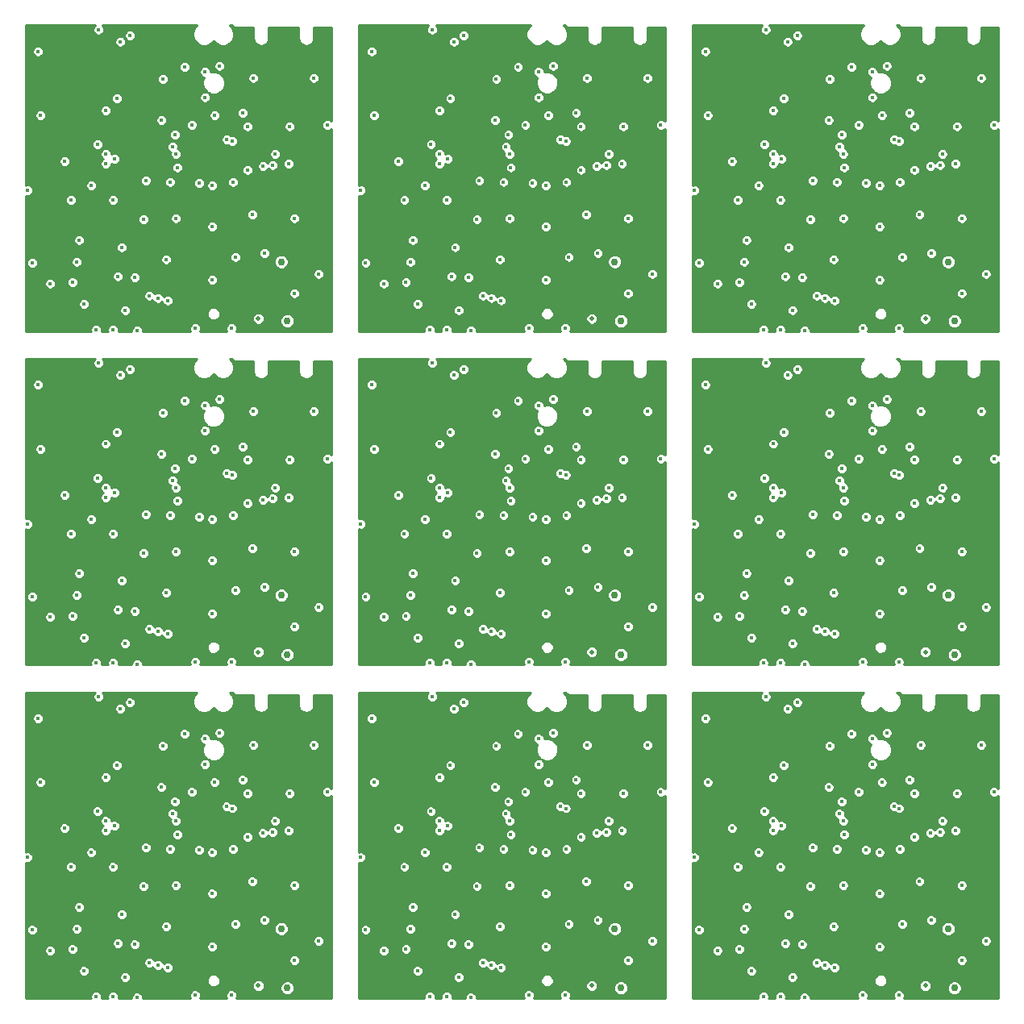
<source format=gbr>
G04 #@! TF.FileFunction,Copper,L3,Inr,Signal*
%FSLAX46Y46*%
G04 Gerber Fmt 4.6, Leading zero omitted, Abs format (unit mm)*
G04 Created by KiCad (PCBNEW 4.0.2+dfsg1-stable) date Wed 22 Jun 2016 02:24:39 PM EDT*
%MOMM*%
G01*
G04 APERTURE LIST*
%ADD10C,0.100000*%
%ADD11C,0.406400*%
%ADD12C,0.762000*%
%ADD13C,0.508000*%
%ADD14C,0.254000*%
G04 APERTURE END LIST*
D10*
D11*
X88116000Y-110172000D03*
X88116000Y-75152000D03*
X88116000Y-40132000D03*
X53096000Y-110172000D03*
X53096000Y-75152000D03*
X53096000Y-40132000D03*
X18076000Y-110172000D03*
X18076000Y-75152000D03*
X18076000Y-40132000D03*
X104965000Y-99631000D03*
X104965000Y-64611000D03*
X104965000Y-29591000D03*
X69945000Y-99631000D03*
X69945000Y-64611000D03*
X69945000Y-29591000D03*
X34925000Y-99631000D03*
X34925000Y-64611000D03*
X34925000Y-29591000D03*
X93027000Y-105600000D03*
X94297000Y-107886000D03*
D12*
X111569000Y-112204000D03*
D11*
X104076000Y-110172000D03*
X113093000Y-105600000D03*
X101409000Y-85788000D03*
X108140000Y-89979000D03*
X103060000Y-91884000D03*
X112712000Y-90487000D03*
X92011000Y-87820000D03*
X106743000Y-105981000D03*
D12*
X89471000Y-114998000D03*
D11*
X93027000Y-70580000D03*
X94297000Y-72866000D03*
D12*
X111569000Y-77184000D03*
D11*
X104076000Y-75152000D03*
X113093000Y-70580000D03*
X101409000Y-50768000D03*
X108140000Y-54959000D03*
X103060000Y-56864000D03*
X112712000Y-55467000D03*
X92011000Y-52800000D03*
X106743000Y-70961000D03*
D12*
X89471000Y-79978000D03*
D11*
X93027000Y-35560000D03*
X94297000Y-37846000D03*
D12*
X111569000Y-42164000D03*
D11*
X104076000Y-40132000D03*
X113093000Y-35560000D03*
X101409000Y-15748000D03*
X108140000Y-19939000D03*
X103060000Y-21844000D03*
X112712000Y-20447000D03*
X92011000Y-17780000D03*
X106743000Y-35941000D03*
D12*
X89471000Y-44958000D03*
D11*
X58007000Y-105600000D03*
X59277000Y-107886000D03*
D12*
X76549000Y-112204000D03*
D11*
X69056000Y-110172000D03*
X78073000Y-105600000D03*
X66389000Y-85788000D03*
X73120000Y-89979000D03*
X68040000Y-91884000D03*
X77692000Y-90487000D03*
X56991000Y-87820000D03*
X71723000Y-105981000D03*
D12*
X54451000Y-114998000D03*
D11*
X58007000Y-70580000D03*
X59277000Y-72866000D03*
D12*
X76549000Y-77184000D03*
D11*
X69056000Y-75152000D03*
X78073000Y-70580000D03*
X66389000Y-50768000D03*
X73120000Y-54959000D03*
X68040000Y-56864000D03*
X77692000Y-55467000D03*
X56991000Y-52800000D03*
X71723000Y-70961000D03*
D12*
X54451000Y-79978000D03*
D11*
X58007000Y-35560000D03*
X59277000Y-37846000D03*
D12*
X76549000Y-42164000D03*
D11*
X69056000Y-40132000D03*
X78073000Y-35560000D03*
X66389000Y-15748000D03*
X73120000Y-19939000D03*
X68040000Y-21844000D03*
X77692000Y-20447000D03*
X56991000Y-17780000D03*
X71723000Y-35941000D03*
D12*
X54451000Y-44958000D03*
D11*
X22987000Y-105600000D03*
X24257000Y-107886000D03*
D12*
X41529000Y-112204000D03*
D11*
X34036000Y-110172000D03*
X43053000Y-105600000D03*
X31369000Y-85788000D03*
X38100000Y-89979000D03*
X33020000Y-91884000D03*
X42672000Y-90487000D03*
X21971000Y-87820000D03*
X36703000Y-105981000D03*
D12*
X19431000Y-114998000D03*
D11*
X22987000Y-70580000D03*
X24257000Y-72866000D03*
D12*
X41529000Y-77184000D03*
D11*
X34036000Y-75152000D03*
X43053000Y-70580000D03*
X31369000Y-50768000D03*
X38100000Y-54959000D03*
X33020000Y-56864000D03*
X42672000Y-55467000D03*
X21971000Y-52800000D03*
X36703000Y-70961000D03*
D12*
X19431000Y-79978000D03*
X19431000Y-44958000D03*
D11*
X36703000Y-35941000D03*
X21971000Y-17780000D03*
X42672000Y-20447000D03*
X33020000Y-21844000D03*
X38100000Y-19939000D03*
X31369000Y-15748000D03*
X43053000Y-35560000D03*
X34036000Y-40132000D03*
D12*
X41529000Y-42164000D03*
D11*
X24257000Y-37846000D03*
X22987000Y-35560000D03*
X92392000Y-115125000D03*
X89344000Y-112458000D03*
X111442000Y-111315000D03*
X110934000Y-93789000D03*
X113982000Y-109283000D03*
X98615000Y-95948000D03*
X97599000Y-88836000D03*
X103060000Y-92646000D03*
X95567000Y-103568000D03*
X97980000Y-107759000D03*
X96202000Y-111569000D03*
X94170000Y-84264000D03*
X84772000Y-92646000D03*
X84518000Y-85915000D03*
X101409000Y-99758000D03*
X110807000Y-97726000D03*
X87312000Y-97472000D03*
X107124000Y-88709000D03*
X113474000Y-88709000D03*
X103568000Y-87439000D03*
X87947000Y-101536000D03*
D12*
X110680000Y-114236000D03*
D11*
X101028000Y-114998000D03*
X104838000Y-114998000D03*
X88582000Y-108013000D03*
X93662000Y-113093000D03*
X94678000Y-109664000D03*
X92900000Y-109537000D03*
X108267000Y-107124000D03*
X105219000Y-107505000D03*
X98996000Y-103441000D03*
X106489000Y-98361000D03*
X92773000Y-90868000D03*
X109156000Y-97853000D03*
X90614000Y-115125000D03*
X92519000Y-97218000D03*
X90741000Y-95694000D03*
X98361000Y-99631000D03*
X104330000Y-95186000D03*
X83883000Y-108140000D03*
X98107000Y-112077000D03*
X92392000Y-80105000D03*
X89344000Y-77438000D03*
X111442000Y-76295000D03*
X110934000Y-58769000D03*
X113982000Y-74263000D03*
X98615000Y-60928000D03*
X97599000Y-53816000D03*
X103060000Y-57626000D03*
X95567000Y-68548000D03*
X97980000Y-72739000D03*
X96202000Y-76549000D03*
X94170000Y-49244000D03*
X84772000Y-57626000D03*
X84518000Y-50895000D03*
X101409000Y-64738000D03*
X110807000Y-62706000D03*
X87312000Y-62452000D03*
X107124000Y-53689000D03*
X113474000Y-53689000D03*
X103568000Y-52419000D03*
X87947000Y-66516000D03*
D12*
X110680000Y-79216000D03*
D11*
X101028000Y-79978000D03*
X104838000Y-79978000D03*
X88582000Y-72993000D03*
X93662000Y-78073000D03*
X94678000Y-74644000D03*
X92900000Y-74517000D03*
X108267000Y-72104000D03*
X105219000Y-72485000D03*
X98996000Y-68421000D03*
X106489000Y-63341000D03*
X92773000Y-55848000D03*
X109156000Y-62833000D03*
X90614000Y-80105000D03*
X92519000Y-62198000D03*
X90741000Y-60674000D03*
X98361000Y-64611000D03*
X104330000Y-60166000D03*
X83883000Y-73120000D03*
X98107000Y-77057000D03*
X92392000Y-45085000D03*
X89344000Y-42418000D03*
X111442000Y-41275000D03*
X110934000Y-23749000D03*
X113982000Y-39243000D03*
X98615000Y-25908000D03*
X97599000Y-18796000D03*
X103060000Y-22606000D03*
X95567000Y-33528000D03*
X97980000Y-37719000D03*
X96202000Y-41529000D03*
X94170000Y-14224000D03*
X84772000Y-22606000D03*
X84518000Y-15875000D03*
X101409000Y-29718000D03*
X110807000Y-27686000D03*
X87312000Y-27432000D03*
X107124000Y-18669000D03*
X113474000Y-18669000D03*
X103568000Y-17399000D03*
X87947000Y-31496000D03*
D12*
X110680000Y-44196000D03*
D11*
X101028000Y-44958000D03*
X104838000Y-44958000D03*
X88582000Y-37973000D03*
X93662000Y-43053000D03*
X94678000Y-39624000D03*
X92900000Y-39497000D03*
X108267000Y-37084000D03*
X105219000Y-37465000D03*
X98996000Y-33401000D03*
X106489000Y-28321000D03*
X92773000Y-20828000D03*
X109156000Y-27813000D03*
X90614000Y-45085000D03*
X92519000Y-27178000D03*
X90741000Y-25654000D03*
X98361000Y-29591000D03*
X104330000Y-25146000D03*
X83883000Y-38100000D03*
X98107000Y-42037000D03*
X57372000Y-115125000D03*
X54324000Y-112458000D03*
X76422000Y-111315000D03*
X75914000Y-93789000D03*
X78962000Y-109283000D03*
X63595000Y-95948000D03*
X62579000Y-88836000D03*
X68040000Y-92646000D03*
X60547000Y-103568000D03*
X62960000Y-107759000D03*
X61182000Y-111569000D03*
X59150000Y-84264000D03*
X49752000Y-92646000D03*
X49498000Y-85915000D03*
X66389000Y-99758000D03*
X75787000Y-97726000D03*
X52292000Y-97472000D03*
X72104000Y-88709000D03*
X78454000Y-88709000D03*
X68548000Y-87439000D03*
X52927000Y-101536000D03*
D12*
X75660000Y-114236000D03*
D11*
X66008000Y-114998000D03*
X69818000Y-114998000D03*
X53562000Y-108013000D03*
X58642000Y-113093000D03*
X59658000Y-109664000D03*
X57880000Y-109537000D03*
X73247000Y-107124000D03*
X70199000Y-107505000D03*
X63976000Y-103441000D03*
X71469000Y-98361000D03*
X57753000Y-90868000D03*
X74136000Y-97853000D03*
X55594000Y-115125000D03*
X57499000Y-97218000D03*
X55721000Y-95694000D03*
X63341000Y-99631000D03*
X69310000Y-95186000D03*
X48863000Y-108140000D03*
X63087000Y-112077000D03*
X57372000Y-80105000D03*
X54324000Y-77438000D03*
X76422000Y-76295000D03*
X75914000Y-58769000D03*
X78962000Y-74263000D03*
X63595000Y-60928000D03*
X62579000Y-53816000D03*
X68040000Y-57626000D03*
X60547000Y-68548000D03*
X62960000Y-72739000D03*
X61182000Y-76549000D03*
X59150000Y-49244000D03*
X49752000Y-57626000D03*
X49498000Y-50895000D03*
X66389000Y-64738000D03*
X75787000Y-62706000D03*
X52292000Y-62452000D03*
X72104000Y-53689000D03*
X78454000Y-53689000D03*
X68548000Y-52419000D03*
X52927000Y-66516000D03*
D12*
X75660000Y-79216000D03*
D11*
X66008000Y-79978000D03*
X69818000Y-79978000D03*
X53562000Y-72993000D03*
X58642000Y-78073000D03*
X59658000Y-74644000D03*
X57880000Y-74517000D03*
X73247000Y-72104000D03*
X70199000Y-72485000D03*
X63976000Y-68421000D03*
X71469000Y-63341000D03*
X57753000Y-55848000D03*
X74136000Y-62833000D03*
X55594000Y-80105000D03*
X57499000Y-62198000D03*
X55721000Y-60674000D03*
X63341000Y-64611000D03*
X69310000Y-60166000D03*
X48863000Y-73120000D03*
X63087000Y-77057000D03*
X57372000Y-45085000D03*
X54324000Y-42418000D03*
X76422000Y-41275000D03*
X75914000Y-23749000D03*
X78962000Y-39243000D03*
X63595000Y-25908000D03*
X62579000Y-18796000D03*
X68040000Y-22606000D03*
X60547000Y-33528000D03*
X62960000Y-37719000D03*
X61182000Y-41529000D03*
X59150000Y-14224000D03*
X49752000Y-22606000D03*
X49498000Y-15875000D03*
X66389000Y-29718000D03*
X75787000Y-27686000D03*
X52292000Y-27432000D03*
X72104000Y-18669000D03*
X78454000Y-18669000D03*
X68548000Y-17399000D03*
X52927000Y-31496000D03*
D12*
X75660000Y-44196000D03*
D11*
X66008000Y-44958000D03*
X69818000Y-44958000D03*
X53562000Y-37973000D03*
X58642000Y-43053000D03*
X59658000Y-39624000D03*
X57880000Y-39497000D03*
X73247000Y-37084000D03*
X70199000Y-37465000D03*
X63976000Y-33401000D03*
X71469000Y-28321000D03*
X57753000Y-20828000D03*
X74136000Y-27813000D03*
X55594000Y-45085000D03*
X57499000Y-27178000D03*
X55721000Y-25654000D03*
X63341000Y-29591000D03*
X69310000Y-25146000D03*
X48863000Y-38100000D03*
X63087000Y-42037000D03*
X22352000Y-115125000D03*
X19304000Y-112458000D03*
X41402000Y-111315000D03*
X40894000Y-93789000D03*
X43942000Y-109283000D03*
X28575000Y-95948000D03*
X27559000Y-88836000D03*
X33020000Y-92646000D03*
X25527000Y-103568000D03*
X27940000Y-107759000D03*
X26162000Y-111569000D03*
X24130000Y-84264000D03*
X14732000Y-92646000D03*
X14478000Y-85915000D03*
X31369000Y-99758000D03*
X40767000Y-97726000D03*
X17272000Y-97472000D03*
X37084000Y-88709000D03*
X43434000Y-88709000D03*
X33528000Y-87439000D03*
X17907000Y-101536000D03*
D12*
X40640000Y-114236000D03*
D11*
X30988000Y-114998000D03*
X34798000Y-114998000D03*
X18542000Y-108013000D03*
X23622000Y-113093000D03*
X24638000Y-109664000D03*
X22860000Y-109537000D03*
X38227000Y-107124000D03*
X35179000Y-107505000D03*
X28956000Y-103441000D03*
X36449000Y-98361000D03*
X22733000Y-90868000D03*
X39116000Y-97853000D03*
X20574000Y-115125000D03*
X22479000Y-97218000D03*
X20701000Y-95694000D03*
X28321000Y-99631000D03*
X34290000Y-95186000D03*
X13843000Y-108140000D03*
X28067000Y-112077000D03*
X22352000Y-80105000D03*
X19304000Y-77438000D03*
X41402000Y-76295000D03*
X40894000Y-58769000D03*
X43942000Y-74263000D03*
X28575000Y-60928000D03*
X27559000Y-53816000D03*
X33020000Y-57626000D03*
X25527000Y-68548000D03*
X27940000Y-72739000D03*
X26162000Y-76549000D03*
X24130000Y-49244000D03*
X14732000Y-57626000D03*
X14478000Y-50895000D03*
X31369000Y-64738000D03*
X40767000Y-62706000D03*
X17272000Y-62452000D03*
X37084000Y-53689000D03*
X43434000Y-53689000D03*
X33528000Y-52419000D03*
X17907000Y-66516000D03*
D12*
X40640000Y-79216000D03*
D11*
X30988000Y-79978000D03*
X34798000Y-79978000D03*
X18542000Y-72993000D03*
X23622000Y-78073000D03*
X24638000Y-74644000D03*
X22860000Y-74517000D03*
X38227000Y-72104000D03*
X35179000Y-72485000D03*
X28956000Y-68421000D03*
X36449000Y-63341000D03*
X22733000Y-55848000D03*
X39116000Y-62833000D03*
X20574000Y-80105000D03*
X22479000Y-62198000D03*
X20701000Y-60674000D03*
X28321000Y-64611000D03*
X34290000Y-60166000D03*
X13843000Y-73120000D03*
X28067000Y-77057000D03*
X28067000Y-42037000D03*
X13843000Y-38100000D03*
X34290000Y-25146000D03*
X28321000Y-29591000D03*
X20701000Y-25654000D03*
X22479000Y-27178000D03*
X20574000Y-45085000D03*
X39116000Y-27813000D03*
X22733000Y-20828000D03*
X36449000Y-28321000D03*
X28956000Y-33401000D03*
X35179000Y-37465000D03*
X38227000Y-37084000D03*
X22860000Y-39497000D03*
X24638000Y-39624000D03*
X23622000Y-43053000D03*
X18542000Y-37973000D03*
X34798000Y-44958000D03*
X30988000Y-44958000D03*
D12*
X40640000Y-44196000D03*
D11*
X17907000Y-31496000D03*
X33528000Y-17399000D03*
X43434000Y-18669000D03*
X37084000Y-18669000D03*
X17272000Y-27432000D03*
X40767000Y-27686000D03*
X31369000Y-29718000D03*
X14478000Y-15875000D03*
X14732000Y-22606000D03*
X24130000Y-14224000D03*
X26162000Y-41529000D03*
X27940000Y-37719000D03*
X25527000Y-33528000D03*
X33020000Y-22606000D03*
X27559000Y-18796000D03*
X28575000Y-25908000D03*
X43942000Y-39243000D03*
X40894000Y-23749000D03*
X41402000Y-41275000D03*
X19304000Y-42418000D03*
X22352000Y-45085000D03*
X107028000Y-103060000D03*
X107028000Y-68040000D03*
X107028000Y-33020000D03*
X72008000Y-103060000D03*
X72008000Y-68040000D03*
X72008000Y-33020000D03*
X36988000Y-103060000D03*
X36988000Y-68040000D03*
X36988000Y-33020000D03*
X97091000Y-111823000D03*
X97091000Y-76803000D03*
X97091000Y-41783000D03*
X62071000Y-111823000D03*
X62071000Y-76803000D03*
X62071000Y-41783000D03*
X27051000Y-111823000D03*
X27051000Y-76803000D03*
X27051000Y-41783000D03*
X95821000Y-99504000D03*
X95821000Y-64484000D03*
X95821000Y-29464000D03*
X60801000Y-99504000D03*
X60801000Y-64484000D03*
X60801000Y-29464000D03*
X25781000Y-99504000D03*
X25781000Y-64484000D03*
X25781000Y-29464000D03*
X98869000Y-94678000D03*
X93154000Y-84899000D03*
X98869000Y-59658000D03*
X93154000Y-49879000D03*
X98869000Y-24638000D03*
X93154000Y-14859000D03*
X63849000Y-94678000D03*
X58134000Y-84899000D03*
X63849000Y-59658000D03*
X58134000Y-49879000D03*
X63849000Y-24638000D03*
X58134000Y-14859000D03*
X28829000Y-94678000D03*
X23114000Y-84899000D03*
X28829000Y-59658000D03*
X23114000Y-49879000D03*
X23114000Y-14859000D03*
X28829000Y-24638000D03*
X90868000Y-83629000D03*
X99885000Y-87566000D03*
X90868000Y-48609000D03*
X99885000Y-52546000D03*
X90868000Y-13589000D03*
X99885000Y-17526000D03*
X55848000Y-83629000D03*
X64865000Y-87566000D03*
X55848000Y-48609000D03*
X64865000Y-52546000D03*
X55848000Y-13589000D03*
X64865000Y-17526000D03*
X20828000Y-83629000D03*
X29845000Y-87566000D03*
X20828000Y-48609000D03*
X29845000Y-52546000D03*
X29845000Y-17526000D03*
X20828000Y-13589000D03*
X91630000Y-92118300D03*
X91630000Y-57098300D03*
X91630000Y-22078300D03*
X56610000Y-92118300D03*
X56610000Y-57098300D03*
X56610000Y-22078300D03*
X21590000Y-92118300D03*
X21590000Y-57098300D03*
X21590000Y-22078300D03*
X92392000Y-101536000D03*
X92392000Y-66516000D03*
X92392000Y-31496000D03*
X57372000Y-101536000D03*
X57372000Y-66516000D03*
X57372000Y-31496000D03*
X22352000Y-101536000D03*
X22352000Y-66516000D03*
X22352000Y-31496000D03*
X94932000Y-115252000D03*
D13*
X107632000Y-113982000D03*
D11*
X104894000Y-95369000D03*
X88836000Y-105727000D03*
X102806000Y-109918000D03*
X109410000Y-96710000D03*
X102806000Y-100012000D03*
X102806000Y-104330000D03*
X90106000Y-100012000D03*
X94932000Y-80232000D03*
D13*
X107632000Y-78962000D03*
D11*
X104894000Y-60349000D03*
X88836000Y-70707000D03*
X102806000Y-74898000D03*
X109410000Y-61690000D03*
X102806000Y-64992000D03*
X102806000Y-69310000D03*
X90106000Y-64992000D03*
X94932000Y-45212000D03*
D13*
X107632000Y-43942000D03*
D11*
X104894000Y-25329000D03*
X88836000Y-35687000D03*
X102806000Y-39878000D03*
X109410000Y-26670000D03*
X102806000Y-29972000D03*
X102806000Y-34290000D03*
X90106000Y-29972000D03*
X59912000Y-115252000D03*
D13*
X72612000Y-113982000D03*
D11*
X69874000Y-95369000D03*
X53816000Y-105727000D03*
X67786000Y-109918000D03*
X74390000Y-96710000D03*
X67786000Y-100012000D03*
X67786000Y-104330000D03*
X55086000Y-100012000D03*
X59912000Y-80232000D03*
D13*
X72612000Y-78962000D03*
D11*
X69874000Y-60349000D03*
X53816000Y-70707000D03*
X67786000Y-74898000D03*
X74390000Y-61690000D03*
X67786000Y-64992000D03*
X67786000Y-69310000D03*
X55086000Y-64992000D03*
X59912000Y-45212000D03*
D13*
X72612000Y-43942000D03*
D11*
X69874000Y-25329000D03*
X53816000Y-35687000D03*
X67786000Y-39878000D03*
X74390000Y-26670000D03*
X67786000Y-29972000D03*
X67786000Y-34290000D03*
X55086000Y-29972000D03*
X24892000Y-115252000D03*
D13*
X37592000Y-113982000D03*
D11*
X34854000Y-95369000D03*
X18796000Y-105727000D03*
X32766000Y-109918000D03*
X39370000Y-96710000D03*
X32766000Y-100012000D03*
X32766000Y-104330000D03*
X20066000Y-100012000D03*
X24892000Y-80232000D03*
D13*
X37592000Y-78962000D03*
D11*
X34854000Y-60349000D03*
X18796000Y-70707000D03*
X32766000Y-74898000D03*
X39370000Y-61690000D03*
X32766000Y-64992000D03*
X32766000Y-69310000D03*
X20066000Y-64992000D03*
X20066000Y-29972000D03*
X32766000Y-34290000D03*
X32766000Y-29972000D03*
X39370000Y-26670000D03*
X32766000Y-39878000D03*
X18796000Y-35687000D03*
X34854000Y-25329000D03*
D13*
X37592000Y-43942000D03*
D11*
X24892000Y-45212000D03*
X93281000Y-106489000D03*
X93281000Y-71469000D03*
X93281000Y-36449000D03*
X58261000Y-106489000D03*
X58261000Y-71469000D03*
X58261000Y-36449000D03*
X23241000Y-106489000D03*
X23241000Y-71469000D03*
X23241000Y-36449000D03*
X106489000Y-93789000D03*
X106489000Y-58769000D03*
X106489000Y-23749000D03*
X71469000Y-93789000D03*
X71469000Y-58769000D03*
X71469000Y-23749000D03*
X36449000Y-93789000D03*
X36449000Y-58769000D03*
X36449000Y-23749000D03*
X98996000Y-96710000D03*
X85788000Y-110299000D03*
X98996000Y-61690000D03*
X85788000Y-75279000D03*
X98996000Y-26670000D03*
X85788000Y-40259000D03*
X63976000Y-96710000D03*
X50768000Y-110299000D03*
X63976000Y-61690000D03*
X50768000Y-75279000D03*
X63976000Y-26670000D03*
X50768000Y-40259000D03*
X28956000Y-96710000D03*
X15748000Y-110299000D03*
X28956000Y-61690000D03*
X15748000Y-75279000D03*
X15748000Y-40259000D03*
X28956000Y-26670000D03*
X91630000Y-96710000D03*
X83375000Y-100520000D03*
X91630000Y-61690000D03*
X83375000Y-65500000D03*
X91630000Y-26670000D03*
X83375000Y-30480000D03*
X56610000Y-96710000D03*
X48355000Y-100520000D03*
X56610000Y-61690000D03*
X48355000Y-65500000D03*
X56610000Y-26670000D03*
X48355000Y-30480000D03*
X21590000Y-96710000D03*
X13335000Y-100520000D03*
X21590000Y-61690000D03*
X13335000Y-65500000D03*
X13335000Y-30480000D03*
X21590000Y-26670000D03*
X91630000Y-97726000D03*
X97472000Y-93154000D03*
X91630000Y-62706000D03*
X97472000Y-58134000D03*
X91630000Y-27686000D03*
X97472000Y-23114000D03*
X56610000Y-97726000D03*
X62452000Y-93154000D03*
X56610000Y-62706000D03*
X62452000Y-58134000D03*
X56610000Y-27686000D03*
X62452000Y-23114000D03*
X21590000Y-97726000D03*
X27432000Y-93154000D03*
X21590000Y-62706000D03*
X27432000Y-58134000D03*
X27432000Y-23114000D03*
X21590000Y-27686000D03*
X108140000Y-97980000D03*
X108140000Y-62960000D03*
X108140000Y-27940000D03*
X73120000Y-97980000D03*
X73120000Y-62960000D03*
X73120000Y-27940000D03*
X38100000Y-97980000D03*
X38100000Y-62960000D03*
X38100000Y-27940000D03*
D12*
X110045000Y-108013000D03*
X110045000Y-72993000D03*
X110045000Y-37973000D03*
X75025000Y-108013000D03*
X75025000Y-72993000D03*
X75025000Y-37973000D03*
X40005000Y-108013000D03*
X40005000Y-72993000D03*
X40005000Y-37973000D03*
D11*
X114871000Y-93662000D03*
X114871000Y-58642000D03*
X114871000Y-23622000D03*
X79851000Y-93662000D03*
X79851000Y-58642000D03*
X79851000Y-23622000D03*
X44831000Y-93662000D03*
X44831000Y-58642000D03*
X44831000Y-23622000D03*
X111442000Y-103441000D03*
X111442000Y-68421000D03*
X111442000Y-33401000D03*
X76422000Y-103441000D03*
X76422000Y-68421000D03*
X76422000Y-33401000D03*
X41402000Y-103441000D03*
X41402000Y-68421000D03*
X41402000Y-33401000D03*
X102044000Y-90741000D03*
X102044000Y-55721000D03*
X102044000Y-20701000D03*
X67024000Y-90741000D03*
X67024000Y-55721000D03*
X67024000Y-20701000D03*
X32004000Y-90741000D03*
X32004000Y-55721000D03*
X32004000Y-20701000D03*
X100647000Y-93662000D03*
X102044000Y-88074000D03*
X100647000Y-58642000D03*
X102044000Y-53054000D03*
X100647000Y-23622000D03*
X102044000Y-18034000D03*
X65627000Y-93662000D03*
X67024000Y-88074000D03*
X65627000Y-58642000D03*
X67024000Y-53054000D03*
X65627000Y-23622000D03*
X67024000Y-18034000D03*
X30607000Y-93662000D03*
X32004000Y-88074000D03*
X30607000Y-58642000D03*
X32004000Y-53054000D03*
X32004000Y-18034000D03*
X30607000Y-23622000D03*
X99123000Y-98107000D03*
X99123000Y-63087000D03*
X99123000Y-28067000D03*
X64103000Y-98107000D03*
X64103000Y-63087000D03*
X64103000Y-28067000D03*
X29083000Y-98107000D03*
X29083000Y-63087000D03*
X29083000Y-28067000D03*
X105981000Y-92392000D03*
X105981000Y-57372000D03*
X105981000Y-22352000D03*
X70961000Y-92392000D03*
X70961000Y-57372000D03*
X70961000Y-22352000D03*
X35941000Y-92392000D03*
X35941000Y-57372000D03*
X35941000Y-22352000D03*
D14*
G36*
X20333028Y-13257645D02*
X20243902Y-13472286D01*
X20243699Y-13704695D01*
X20332451Y-13919490D01*
X20496645Y-14083972D01*
X20711286Y-14173098D01*
X20943695Y-14173301D01*
X21158490Y-14084549D01*
X21322972Y-13920355D01*
X21412098Y-13705714D01*
X21412301Y-13473305D01*
X21323549Y-13258510D01*
X21221218Y-13156000D01*
X31143998Y-13156000D01*
X30872381Y-13427144D01*
X30692206Y-13861054D01*
X30691796Y-14330885D01*
X30871213Y-14765109D01*
X31203144Y-15097619D01*
X31637054Y-15277794D01*
X32106885Y-15278204D01*
X32541109Y-15098787D01*
X32873287Y-14767187D01*
X33203144Y-15097619D01*
X33637054Y-15277794D01*
X34106885Y-15278204D01*
X34541109Y-15098787D01*
X34873619Y-14766856D01*
X35053794Y-14332946D01*
X35054204Y-13863115D01*
X34874787Y-13428891D01*
X34602371Y-13156000D01*
X34825052Y-13156000D01*
X34827002Y-13165802D01*
X34909592Y-13289408D01*
X35033198Y-13371998D01*
X35179000Y-13401000D01*
X37078000Y-13401000D01*
X37078000Y-14519000D01*
X37085321Y-14555805D01*
X37085321Y-14593330D01*
X37114323Y-14739131D01*
X37125807Y-14766856D01*
X37171211Y-14876473D01*
X37253801Y-15000079D01*
X37358921Y-15105199D01*
X37482527Y-15187789D01*
X37539416Y-15211353D01*
X37619868Y-15244677D01*
X37765670Y-15273679D01*
X37803195Y-15273679D01*
X37840000Y-15281000D01*
X37928000Y-15281000D01*
X37964805Y-15273679D01*
X38002330Y-15273679D01*
X38148131Y-15244677D01*
X38215457Y-15216790D01*
X38285473Y-15187789D01*
X38409079Y-15105199D01*
X38514199Y-15000079D01*
X38596789Y-14876473D01*
X38642193Y-14766856D01*
X38653677Y-14739132D01*
X38682679Y-14593330D01*
X38682679Y-14555805D01*
X38690000Y-14519000D01*
X38690000Y-13401000D01*
X41828000Y-13401000D01*
X41828000Y-14519000D01*
X41835321Y-14555805D01*
X41835321Y-14593330D01*
X41864323Y-14739131D01*
X41875807Y-14766856D01*
X41921211Y-14876473D01*
X42003801Y-15000079D01*
X42108921Y-15105199D01*
X42232527Y-15187789D01*
X42289416Y-15211353D01*
X42369868Y-15244677D01*
X42515670Y-15273679D01*
X42553195Y-15273679D01*
X42590000Y-15281000D01*
X42678000Y-15281000D01*
X42714805Y-15273679D01*
X42752330Y-15273679D01*
X42898131Y-15244677D01*
X42965457Y-15216790D01*
X43035473Y-15187789D01*
X43159079Y-15105199D01*
X43264199Y-15000079D01*
X43346789Y-14876473D01*
X43392193Y-14766856D01*
X43403677Y-14739132D01*
X43432679Y-14593330D01*
X43432679Y-14555805D01*
X43440000Y-14519000D01*
X43440000Y-13401000D01*
X45264000Y-13401000D01*
X45264000Y-23228851D01*
X45162355Y-23127028D01*
X44947714Y-23037902D01*
X44715305Y-23037699D01*
X44500510Y-23126451D01*
X44336028Y-23290645D01*
X44246902Y-23505286D01*
X44246699Y-23737695D01*
X44335451Y-23952490D01*
X44499645Y-24116972D01*
X44714286Y-24206098D01*
X44946695Y-24206301D01*
X45161490Y-24117549D01*
X45264000Y-24015218D01*
X45264000Y-45264000D01*
X35303500Y-45264000D01*
X35382098Y-45074714D01*
X35382301Y-44842305D01*
X35293549Y-44627510D01*
X35129355Y-44463028D01*
X34914714Y-44373902D01*
X34682305Y-44373699D01*
X34467510Y-44462451D01*
X34303028Y-44626645D01*
X34213902Y-44841286D01*
X34213699Y-45073695D01*
X34292332Y-45264000D01*
X31493500Y-45264000D01*
X31572098Y-45074714D01*
X31572301Y-44842305D01*
X31483549Y-44627510D01*
X31319355Y-44463028D01*
X31104714Y-44373902D01*
X30872305Y-44373699D01*
X30657510Y-44462451D01*
X30493028Y-44626645D01*
X30403902Y-44841286D01*
X30403699Y-45073695D01*
X30482332Y-45264000D01*
X25476155Y-45264000D01*
X25476301Y-45096305D01*
X25387549Y-44881510D01*
X25223355Y-44717028D01*
X25008714Y-44627902D01*
X24776305Y-44627699D01*
X24561510Y-44716451D01*
X24397028Y-44880645D01*
X24307902Y-45095286D01*
X24307755Y-45264000D01*
X22910235Y-45264000D01*
X22936098Y-45201714D01*
X22936301Y-44969305D01*
X22847549Y-44754510D01*
X22683355Y-44590028D01*
X22468714Y-44500902D01*
X22236305Y-44500699D01*
X22021510Y-44589451D01*
X21857028Y-44753645D01*
X21767902Y-44968286D01*
X21767699Y-45200695D01*
X21793856Y-45264000D01*
X21132235Y-45264000D01*
X21158098Y-45201714D01*
X21158301Y-44969305D01*
X21069549Y-44754510D01*
X20905355Y-44590028D01*
X20690714Y-44500902D01*
X20458305Y-44500699D01*
X20243510Y-44589451D01*
X20079028Y-44753645D01*
X19989902Y-44968286D01*
X19989699Y-45200695D01*
X20015856Y-45264000D01*
X13156000Y-45264000D01*
X13156000Y-43168695D01*
X23037699Y-43168695D01*
X23126451Y-43383490D01*
X23290645Y-43547972D01*
X23505286Y-43637098D01*
X23737695Y-43637301D01*
X23898505Y-43570855D01*
X32207881Y-43570855D01*
X32312098Y-43823080D01*
X32504905Y-44016224D01*
X32756947Y-44120881D01*
X33029855Y-44121119D01*
X33159006Y-44067755D01*
X36956890Y-44067755D01*
X37053360Y-44301228D01*
X37231832Y-44480013D01*
X37465137Y-44576889D01*
X37717755Y-44577110D01*
X37951228Y-44480640D01*
X38085196Y-44346906D01*
X39877868Y-44346906D01*
X39993632Y-44627074D01*
X40207798Y-44841615D01*
X40487764Y-44957867D01*
X40790906Y-44958132D01*
X41071074Y-44842368D01*
X41285615Y-44628202D01*
X41401867Y-44348236D01*
X41402132Y-44045094D01*
X41286368Y-43764926D01*
X41072202Y-43550385D01*
X40792236Y-43434133D01*
X40489094Y-43433868D01*
X40208926Y-43549632D01*
X39994385Y-43763798D01*
X39878133Y-44043764D01*
X39877868Y-44346906D01*
X38085196Y-44346906D01*
X38130013Y-44302168D01*
X38226889Y-44068863D01*
X38227110Y-43816245D01*
X38130640Y-43582772D01*
X37952168Y-43403987D01*
X37718863Y-43307111D01*
X37466245Y-43306890D01*
X37232772Y-43403360D01*
X37053987Y-43581832D01*
X36957111Y-43815137D01*
X36956890Y-44067755D01*
X33159006Y-44067755D01*
X33282080Y-44016902D01*
X33475224Y-43824095D01*
X33579881Y-43572053D01*
X33580119Y-43299145D01*
X33475902Y-43046920D01*
X33283095Y-42853776D01*
X33031053Y-42749119D01*
X32758145Y-42748881D01*
X32505920Y-42853098D01*
X32312776Y-43045905D01*
X32208119Y-43297947D01*
X32207881Y-43570855D01*
X23898505Y-43570855D01*
X23952490Y-43548549D01*
X24116972Y-43384355D01*
X24206098Y-43169714D01*
X24206301Y-42937305D01*
X24117549Y-42722510D01*
X23953355Y-42558028D01*
X23738714Y-42468902D01*
X23506305Y-42468699D01*
X23291510Y-42557451D01*
X23127028Y-42721645D01*
X23037902Y-42936286D01*
X23037699Y-43168695D01*
X13156000Y-43168695D01*
X13156000Y-42533695D01*
X18719699Y-42533695D01*
X18808451Y-42748490D01*
X18972645Y-42912972D01*
X19187286Y-43002098D01*
X19419695Y-43002301D01*
X19634490Y-42913549D01*
X19798972Y-42749355D01*
X19888098Y-42534714D01*
X19888301Y-42302305D01*
X19799549Y-42087510D01*
X19635355Y-41923028D01*
X19420714Y-41833902D01*
X19188305Y-41833699D01*
X18973510Y-41922451D01*
X18809028Y-42086645D01*
X18719902Y-42301286D01*
X18719699Y-42533695D01*
X13156000Y-42533695D01*
X13156000Y-41644695D01*
X25577699Y-41644695D01*
X25666451Y-41859490D01*
X25830645Y-42023972D01*
X26045286Y-42113098D01*
X26277695Y-42113301D01*
X26492490Y-42024549D01*
X26511047Y-42006025D01*
X26555451Y-42113490D01*
X26719645Y-42277972D01*
X26934286Y-42367098D01*
X27166695Y-42367301D01*
X27381490Y-42278549D01*
X27489960Y-42170269D01*
X27571451Y-42367490D01*
X27735645Y-42531972D01*
X27950286Y-42621098D01*
X28182695Y-42621301D01*
X28397490Y-42532549D01*
X28561972Y-42368355D01*
X28651098Y-42153714D01*
X28651301Y-41921305D01*
X28562549Y-41706510D01*
X28398355Y-41542028D01*
X28183714Y-41452902D01*
X27951305Y-41452699D01*
X27736510Y-41541451D01*
X27628040Y-41649731D01*
X27546549Y-41452510D01*
X27484843Y-41390695D01*
X40817699Y-41390695D01*
X40906451Y-41605490D01*
X41070645Y-41769972D01*
X41285286Y-41859098D01*
X41517695Y-41859301D01*
X41732490Y-41770549D01*
X41896972Y-41606355D01*
X41986098Y-41391714D01*
X41986301Y-41159305D01*
X41897549Y-40944510D01*
X41733355Y-40780028D01*
X41518714Y-40690902D01*
X41286305Y-40690699D01*
X41071510Y-40779451D01*
X40907028Y-40943645D01*
X40817902Y-41158286D01*
X40817699Y-41390695D01*
X27484843Y-41390695D01*
X27382355Y-41288028D01*
X27167714Y-41198902D01*
X26935305Y-41198699D01*
X26720510Y-41287451D01*
X26701953Y-41305975D01*
X26657549Y-41198510D01*
X26493355Y-41034028D01*
X26278714Y-40944902D01*
X26046305Y-40944699D01*
X25831510Y-41033451D01*
X25667028Y-41197645D01*
X25577902Y-41412286D01*
X25577699Y-41644695D01*
X13156000Y-41644695D01*
X13156000Y-40374695D01*
X15163699Y-40374695D01*
X15252451Y-40589490D01*
X15416645Y-40753972D01*
X15631286Y-40843098D01*
X15863695Y-40843301D01*
X16078490Y-40754549D01*
X16242972Y-40590355D01*
X16332098Y-40375714D01*
X16332209Y-40247695D01*
X17491699Y-40247695D01*
X17580451Y-40462490D01*
X17744645Y-40626972D01*
X17959286Y-40716098D01*
X18191695Y-40716301D01*
X18406490Y-40627549D01*
X18570972Y-40463355D01*
X18660098Y-40248714D01*
X18660301Y-40016305D01*
X18571549Y-39801510D01*
X18407355Y-39637028D01*
X18348755Y-39612695D01*
X22275699Y-39612695D01*
X22364451Y-39827490D01*
X22528645Y-39991972D01*
X22743286Y-40081098D01*
X22975695Y-40081301D01*
X23190490Y-39992549D01*
X23354972Y-39828355D01*
X23391786Y-39739695D01*
X24053699Y-39739695D01*
X24142451Y-39954490D01*
X24306645Y-40118972D01*
X24521286Y-40208098D01*
X24753695Y-40208301D01*
X24968490Y-40119549D01*
X25094564Y-39993695D01*
X32181699Y-39993695D01*
X32270451Y-40208490D01*
X32434645Y-40372972D01*
X32649286Y-40462098D01*
X32881695Y-40462301D01*
X33096490Y-40373549D01*
X33260972Y-40209355D01*
X33350098Y-39994714D01*
X33350301Y-39762305D01*
X33261549Y-39547510D01*
X33097355Y-39383028D01*
X33038755Y-39358695D01*
X43357699Y-39358695D01*
X43446451Y-39573490D01*
X43610645Y-39737972D01*
X43825286Y-39827098D01*
X44057695Y-39827301D01*
X44272490Y-39738549D01*
X44436972Y-39574355D01*
X44526098Y-39359714D01*
X44526301Y-39127305D01*
X44437549Y-38912510D01*
X44273355Y-38748028D01*
X44058714Y-38658902D01*
X43826305Y-38658699D01*
X43611510Y-38747451D01*
X43447028Y-38911645D01*
X43357902Y-39126286D01*
X43357699Y-39358695D01*
X33038755Y-39358695D01*
X32882714Y-39293902D01*
X32650305Y-39293699D01*
X32435510Y-39382451D01*
X32271028Y-39546645D01*
X32181902Y-39761286D01*
X32181699Y-39993695D01*
X25094564Y-39993695D01*
X25132972Y-39955355D01*
X25222098Y-39740714D01*
X25222301Y-39508305D01*
X25133549Y-39293510D01*
X24969355Y-39129028D01*
X24754714Y-39039902D01*
X24522305Y-39039699D01*
X24307510Y-39128451D01*
X24143028Y-39292645D01*
X24053902Y-39507286D01*
X24053699Y-39739695D01*
X23391786Y-39739695D01*
X23444098Y-39613714D01*
X23444301Y-39381305D01*
X23355549Y-39166510D01*
X23191355Y-39002028D01*
X22976714Y-38912902D01*
X22744305Y-38912699D01*
X22529510Y-39001451D01*
X22365028Y-39165645D01*
X22275902Y-39380286D01*
X22275699Y-39612695D01*
X18348755Y-39612695D01*
X18192714Y-39547902D01*
X17960305Y-39547699D01*
X17745510Y-39636451D01*
X17581028Y-39800645D01*
X17491902Y-40015286D01*
X17491699Y-40247695D01*
X16332209Y-40247695D01*
X16332301Y-40143305D01*
X16243549Y-39928510D01*
X16079355Y-39764028D01*
X15864714Y-39674902D01*
X15632305Y-39674699D01*
X15417510Y-39763451D01*
X15253028Y-39927645D01*
X15163902Y-40142286D01*
X15163699Y-40374695D01*
X13156000Y-40374695D01*
X13156000Y-38215695D01*
X13258699Y-38215695D01*
X13347451Y-38430490D01*
X13511645Y-38594972D01*
X13726286Y-38684098D01*
X13958695Y-38684301D01*
X14173490Y-38595549D01*
X14337972Y-38431355D01*
X14427098Y-38216714D01*
X14427209Y-38088695D01*
X17957699Y-38088695D01*
X18046451Y-38303490D01*
X18210645Y-38467972D01*
X18425286Y-38557098D01*
X18657695Y-38557301D01*
X18872490Y-38468549D01*
X19036972Y-38304355D01*
X19126098Y-38089714D01*
X19126301Y-37857305D01*
X19116959Y-37834695D01*
X27355699Y-37834695D01*
X27444451Y-38049490D01*
X27608645Y-38213972D01*
X27823286Y-38303098D01*
X28055695Y-38303301D01*
X28270490Y-38214549D01*
X28361291Y-38123906D01*
X39242868Y-38123906D01*
X39358632Y-38404074D01*
X39572798Y-38618615D01*
X39852764Y-38734867D01*
X40155906Y-38735132D01*
X40436074Y-38619368D01*
X40650615Y-38405202D01*
X40766867Y-38125236D01*
X40767132Y-37822094D01*
X40651368Y-37541926D01*
X40437202Y-37327385D01*
X40157236Y-37211133D01*
X39854094Y-37210868D01*
X39573926Y-37326632D01*
X39359385Y-37540798D01*
X39243133Y-37820764D01*
X39242868Y-38123906D01*
X28361291Y-38123906D01*
X28434972Y-38050355D01*
X28524098Y-37835714D01*
X28524301Y-37603305D01*
X28514959Y-37580695D01*
X34594699Y-37580695D01*
X34683451Y-37795490D01*
X34847645Y-37959972D01*
X35062286Y-38049098D01*
X35294695Y-38049301D01*
X35509490Y-37960549D01*
X35673972Y-37796355D01*
X35763098Y-37581714D01*
X35763301Y-37349305D01*
X35701484Y-37199695D01*
X37642699Y-37199695D01*
X37731451Y-37414490D01*
X37895645Y-37578972D01*
X38110286Y-37668098D01*
X38342695Y-37668301D01*
X38557490Y-37579549D01*
X38721972Y-37415355D01*
X38811098Y-37200714D01*
X38811301Y-36968305D01*
X38722549Y-36753510D01*
X38558355Y-36589028D01*
X38343714Y-36499902D01*
X38111305Y-36499699D01*
X37896510Y-36588451D01*
X37732028Y-36752645D01*
X37642902Y-36967286D01*
X37642699Y-37199695D01*
X35701484Y-37199695D01*
X35674549Y-37134510D01*
X35510355Y-36970028D01*
X35295714Y-36880902D01*
X35063305Y-36880699D01*
X34848510Y-36969451D01*
X34684028Y-37133645D01*
X34594902Y-37348286D01*
X34594699Y-37580695D01*
X28514959Y-37580695D01*
X28435549Y-37388510D01*
X28271355Y-37224028D01*
X28056714Y-37134902D01*
X27824305Y-37134699D01*
X27609510Y-37223451D01*
X27445028Y-37387645D01*
X27355902Y-37602286D01*
X27355699Y-37834695D01*
X19116959Y-37834695D01*
X19037549Y-37642510D01*
X18873355Y-37478028D01*
X18658714Y-37388902D01*
X18426305Y-37388699D01*
X18211510Y-37477451D01*
X18047028Y-37641645D01*
X17957902Y-37856286D01*
X17957699Y-38088695D01*
X14427209Y-38088695D01*
X14427301Y-37984305D01*
X14338549Y-37769510D01*
X14174355Y-37605028D01*
X13959714Y-37515902D01*
X13727305Y-37515699D01*
X13512510Y-37604451D01*
X13348028Y-37768645D01*
X13258902Y-37983286D01*
X13258699Y-38215695D01*
X13156000Y-38215695D01*
X13156000Y-36564695D01*
X22656699Y-36564695D01*
X22745451Y-36779490D01*
X22909645Y-36943972D01*
X23124286Y-37033098D01*
X23356695Y-37033301D01*
X23571490Y-36944549D01*
X23735972Y-36780355D01*
X23825098Y-36565714D01*
X23825301Y-36333305D01*
X23736549Y-36118510D01*
X23572355Y-35954028D01*
X23357714Y-35864902D01*
X23125305Y-35864699D01*
X22910510Y-35953451D01*
X22746028Y-36117645D01*
X22656902Y-36332286D01*
X22656699Y-36564695D01*
X13156000Y-36564695D01*
X13156000Y-35802695D01*
X18211699Y-35802695D01*
X18300451Y-36017490D01*
X18464645Y-36181972D01*
X18679286Y-36271098D01*
X18911695Y-36271301D01*
X19126490Y-36182549D01*
X19290972Y-36018355D01*
X19380098Y-35803714D01*
X19380301Y-35571305D01*
X19291549Y-35356510D01*
X19127355Y-35192028D01*
X18912714Y-35102902D01*
X18680305Y-35102699D01*
X18465510Y-35191451D01*
X18301028Y-35355645D01*
X18211902Y-35570286D01*
X18211699Y-35802695D01*
X13156000Y-35802695D01*
X13156000Y-34405695D01*
X32181699Y-34405695D01*
X32270451Y-34620490D01*
X32434645Y-34784972D01*
X32649286Y-34874098D01*
X32881695Y-34874301D01*
X33096490Y-34785549D01*
X33260972Y-34621355D01*
X33350098Y-34406714D01*
X33350301Y-34174305D01*
X33261549Y-33959510D01*
X33097355Y-33795028D01*
X32882714Y-33705902D01*
X32650305Y-33705699D01*
X32435510Y-33794451D01*
X32271028Y-33958645D01*
X32181902Y-34173286D01*
X32181699Y-34405695D01*
X13156000Y-34405695D01*
X13156000Y-33643695D01*
X24942699Y-33643695D01*
X25031451Y-33858490D01*
X25195645Y-34022972D01*
X25410286Y-34112098D01*
X25642695Y-34112301D01*
X25857490Y-34023549D01*
X26021972Y-33859355D01*
X26111098Y-33644714D01*
X26111209Y-33516695D01*
X28371699Y-33516695D01*
X28460451Y-33731490D01*
X28624645Y-33895972D01*
X28839286Y-33985098D01*
X29071695Y-33985301D01*
X29286490Y-33896549D01*
X29450972Y-33732355D01*
X29540098Y-33517714D01*
X29540301Y-33285305D01*
X29478484Y-33135695D01*
X36403699Y-33135695D01*
X36492451Y-33350490D01*
X36656645Y-33514972D01*
X36871286Y-33604098D01*
X37103695Y-33604301D01*
X37315716Y-33516695D01*
X40817699Y-33516695D01*
X40906451Y-33731490D01*
X41070645Y-33895972D01*
X41285286Y-33985098D01*
X41517695Y-33985301D01*
X41732490Y-33896549D01*
X41896972Y-33732355D01*
X41986098Y-33517714D01*
X41986301Y-33285305D01*
X41897549Y-33070510D01*
X41733355Y-32906028D01*
X41518714Y-32816902D01*
X41286305Y-32816699D01*
X41071510Y-32905451D01*
X40907028Y-33069645D01*
X40817902Y-33284286D01*
X40817699Y-33516695D01*
X37315716Y-33516695D01*
X37318490Y-33515549D01*
X37482972Y-33351355D01*
X37572098Y-33136714D01*
X37572301Y-32904305D01*
X37483549Y-32689510D01*
X37319355Y-32525028D01*
X37104714Y-32435902D01*
X36872305Y-32435699D01*
X36657510Y-32524451D01*
X36493028Y-32688645D01*
X36403902Y-32903286D01*
X36403699Y-33135695D01*
X29478484Y-33135695D01*
X29451549Y-33070510D01*
X29287355Y-32906028D01*
X29072714Y-32816902D01*
X28840305Y-32816699D01*
X28625510Y-32905451D01*
X28461028Y-33069645D01*
X28371902Y-33284286D01*
X28371699Y-33516695D01*
X26111209Y-33516695D01*
X26111301Y-33412305D01*
X26022549Y-33197510D01*
X25858355Y-33033028D01*
X25643714Y-32943902D01*
X25411305Y-32943699D01*
X25196510Y-33032451D01*
X25032028Y-33196645D01*
X24942902Y-33411286D01*
X24942699Y-33643695D01*
X13156000Y-33643695D01*
X13156000Y-31611695D01*
X17322699Y-31611695D01*
X17411451Y-31826490D01*
X17575645Y-31990972D01*
X17790286Y-32080098D01*
X18022695Y-32080301D01*
X18237490Y-31991549D01*
X18401972Y-31827355D01*
X18491098Y-31612714D01*
X18491098Y-31611695D01*
X21767699Y-31611695D01*
X21856451Y-31826490D01*
X22020645Y-31990972D01*
X22235286Y-32080098D01*
X22467695Y-32080301D01*
X22682490Y-31991549D01*
X22846972Y-31827355D01*
X22936098Y-31612714D01*
X22936301Y-31380305D01*
X22847549Y-31165510D01*
X22683355Y-31001028D01*
X22468714Y-30911902D01*
X22236305Y-30911699D01*
X22021510Y-31000451D01*
X21857028Y-31164645D01*
X21767902Y-31379286D01*
X21767699Y-31611695D01*
X18491098Y-31611695D01*
X18491301Y-31380305D01*
X18402549Y-31165510D01*
X18238355Y-31001028D01*
X18023714Y-30911902D01*
X17791305Y-30911699D01*
X17576510Y-31000451D01*
X17412028Y-31164645D01*
X17322902Y-31379286D01*
X17322699Y-31611695D01*
X13156000Y-31611695D01*
X13156000Y-31038235D01*
X13218286Y-31064098D01*
X13450695Y-31064301D01*
X13665490Y-30975549D01*
X13829972Y-30811355D01*
X13919098Y-30596714D01*
X13919301Y-30364305D01*
X13830549Y-30149510D01*
X13768843Y-30087695D01*
X19481699Y-30087695D01*
X19570451Y-30302490D01*
X19734645Y-30466972D01*
X19949286Y-30556098D01*
X20181695Y-30556301D01*
X20396490Y-30467549D01*
X20560972Y-30303355D01*
X20650098Y-30088714D01*
X20650301Y-29856305D01*
X20561549Y-29641510D01*
X20499843Y-29579695D01*
X25196699Y-29579695D01*
X25285451Y-29794490D01*
X25449645Y-29958972D01*
X25664286Y-30048098D01*
X25896695Y-30048301D01*
X26111490Y-29959549D01*
X26275972Y-29795355D01*
X26312786Y-29706695D01*
X27736699Y-29706695D01*
X27825451Y-29921490D01*
X27989645Y-30085972D01*
X28204286Y-30175098D01*
X28436695Y-30175301D01*
X28651490Y-30086549D01*
X28815972Y-29922355D01*
X28852786Y-29833695D01*
X30784699Y-29833695D01*
X30873451Y-30048490D01*
X31037645Y-30212972D01*
X31252286Y-30302098D01*
X31484695Y-30302301D01*
X31699490Y-30213549D01*
X31825564Y-30087695D01*
X32181699Y-30087695D01*
X32270451Y-30302490D01*
X32434645Y-30466972D01*
X32649286Y-30556098D01*
X32881695Y-30556301D01*
X33096490Y-30467549D01*
X33260972Y-30303355D01*
X33350098Y-30088714D01*
X33350301Y-29856305D01*
X33288484Y-29706695D01*
X34340699Y-29706695D01*
X34429451Y-29921490D01*
X34593645Y-30085972D01*
X34808286Y-30175098D01*
X35040695Y-30175301D01*
X35255490Y-30086549D01*
X35419972Y-29922355D01*
X35509098Y-29707714D01*
X35509301Y-29475305D01*
X35420549Y-29260510D01*
X35256355Y-29096028D01*
X35041714Y-29006902D01*
X34809305Y-29006699D01*
X34594510Y-29095451D01*
X34430028Y-29259645D01*
X34340902Y-29474286D01*
X34340699Y-29706695D01*
X33288484Y-29706695D01*
X33261549Y-29641510D01*
X33097355Y-29477028D01*
X32882714Y-29387902D01*
X32650305Y-29387699D01*
X32435510Y-29476451D01*
X32271028Y-29640645D01*
X32181902Y-29855286D01*
X32181699Y-30087695D01*
X31825564Y-30087695D01*
X31863972Y-30049355D01*
X31953098Y-29834714D01*
X31953301Y-29602305D01*
X31864549Y-29387510D01*
X31700355Y-29223028D01*
X31485714Y-29133902D01*
X31253305Y-29133699D01*
X31038510Y-29222451D01*
X30874028Y-29386645D01*
X30784902Y-29601286D01*
X30784699Y-29833695D01*
X28852786Y-29833695D01*
X28905098Y-29707714D01*
X28905301Y-29475305D01*
X28816549Y-29260510D01*
X28652355Y-29096028D01*
X28437714Y-29006902D01*
X28205305Y-29006699D01*
X27990510Y-29095451D01*
X27826028Y-29259645D01*
X27736902Y-29474286D01*
X27736699Y-29706695D01*
X26312786Y-29706695D01*
X26365098Y-29580714D01*
X26365301Y-29348305D01*
X26276549Y-29133510D01*
X26112355Y-28969028D01*
X25897714Y-28879902D01*
X25665305Y-28879699D01*
X25450510Y-28968451D01*
X25286028Y-29132645D01*
X25196902Y-29347286D01*
X25196699Y-29579695D01*
X20499843Y-29579695D01*
X20397355Y-29477028D01*
X20182714Y-29387902D01*
X19950305Y-29387699D01*
X19735510Y-29476451D01*
X19571028Y-29640645D01*
X19481902Y-29855286D01*
X19481699Y-30087695D01*
X13768843Y-30087695D01*
X13666355Y-29985028D01*
X13451714Y-29895902D01*
X13219305Y-29895699D01*
X13156000Y-29921856D01*
X13156000Y-27547695D01*
X16687699Y-27547695D01*
X16776451Y-27762490D01*
X16940645Y-27926972D01*
X17155286Y-28016098D01*
X17387695Y-28016301D01*
X17602490Y-27927549D01*
X17766972Y-27763355D01*
X17856098Y-27548714D01*
X17856301Y-27316305D01*
X17767549Y-27101510D01*
X17603355Y-26937028D01*
X17388714Y-26847902D01*
X17156305Y-26847699D01*
X16941510Y-26936451D01*
X16777028Y-27100645D01*
X16687902Y-27315286D01*
X16687699Y-27547695D01*
X13156000Y-27547695D01*
X13156000Y-26785695D01*
X21005699Y-26785695D01*
X21094451Y-27000490D01*
X21258645Y-27164972D01*
X21289832Y-27177922D01*
X21259510Y-27190451D01*
X21095028Y-27354645D01*
X21005902Y-27569286D01*
X21005699Y-27801695D01*
X21094451Y-28016490D01*
X21258645Y-28180972D01*
X21473286Y-28270098D01*
X21705695Y-28270301D01*
X21917716Y-28182695D01*
X28498699Y-28182695D01*
X28587451Y-28397490D01*
X28751645Y-28561972D01*
X28966286Y-28651098D01*
X29198695Y-28651301D01*
X29413490Y-28562549D01*
X29539564Y-28436695D01*
X35864699Y-28436695D01*
X35953451Y-28651490D01*
X36117645Y-28815972D01*
X36332286Y-28905098D01*
X36564695Y-28905301D01*
X36779490Y-28816549D01*
X36943972Y-28652355D01*
X37033098Y-28437714D01*
X37033301Y-28205305D01*
X36971484Y-28055695D01*
X37515699Y-28055695D01*
X37604451Y-28270490D01*
X37768645Y-28434972D01*
X37983286Y-28524098D01*
X38215695Y-28524301D01*
X38430490Y-28435549D01*
X38594972Y-28271355D01*
X38639953Y-28163027D01*
X38784645Y-28307972D01*
X38999286Y-28397098D01*
X39231695Y-28397301D01*
X39446490Y-28308549D01*
X39610972Y-28144355D01*
X39700098Y-27929714D01*
X39700209Y-27801695D01*
X40182699Y-27801695D01*
X40271451Y-28016490D01*
X40435645Y-28180972D01*
X40650286Y-28270098D01*
X40882695Y-28270301D01*
X41097490Y-28181549D01*
X41261972Y-28017355D01*
X41351098Y-27802714D01*
X41351301Y-27570305D01*
X41262549Y-27355510D01*
X41098355Y-27191028D01*
X40883714Y-27101902D01*
X40651305Y-27101699D01*
X40436510Y-27190451D01*
X40272028Y-27354645D01*
X40182902Y-27569286D01*
X40182699Y-27801695D01*
X39700209Y-27801695D01*
X39700301Y-27697305D01*
X39611549Y-27482510D01*
X39447355Y-27318028D01*
X39293478Y-27254133D01*
X39485695Y-27254301D01*
X39700490Y-27165549D01*
X39864972Y-27001355D01*
X39954098Y-26786714D01*
X39954301Y-26554305D01*
X39865549Y-26339510D01*
X39701355Y-26175028D01*
X39486714Y-26085902D01*
X39254305Y-26085699D01*
X39039510Y-26174451D01*
X38875028Y-26338645D01*
X38785902Y-26553286D01*
X38785699Y-26785695D01*
X38874451Y-27000490D01*
X39038645Y-27164972D01*
X39192522Y-27228867D01*
X39000305Y-27228699D01*
X38785510Y-27317451D01*
X38621028Y-27481645D01*
X38576047Y-27589973D01*
X38431355Y-27445028D01*
X38216714Y-27355902D01*
X37984305Y-27355699D01*
X37769510Y-27444451D01*
X37605028Y-27608645D01*
X37515902Y-27823286D01*
X37515699Y-28055695D01*
X36971484Y-28055695D01*
X36944549Y-27990510D01*
X36780355Y-27826028D01*
X36565714Y-27736902D01*
X36333305Y-27736699D01*
X36118510Y-27825451D01*
X35954028Y-27989645D01*
X35864902Y-28204286D01*
X35864699Y-28436695D01*
X29539564Y-28436695D01*
X29577972Y-28398355D01*
X29667098Y-28183714D01*
X29667301Y-27951305D01*
X29578549Y-27736510D01*
X29414355Y-27572028D01*
X29199714Y-27482902D01*
X28967305Y-27482699D01*
X28752510Y-27571451D01*
X28588028Y-27735645D01*
X28498902Y-27950286D01*
X28498699Y-28182695D01*
X21917716Y-28182695D01*
X21920490Y-28181549D01*
X22084972Y-28017355D01*
X22174098Y-27802714D01*
X22174202Y-27683999D01*
X22362286Y-27762098D01*
X22594695Y-27762301D01*
X22809490Y-27673549D01*
X22973972Y-27509355D01*
X23063098Y-27294714D01*
X23063301Y-27062305D01*
X22974549Y-26847510D01*
X22810355Y-26683028D01*
X22595714Y-26593902D01*
X22363305Y-26593699D01*
X22174198Y-26671837D01*
X22174301Y-26554305D01*
X22085549Y-26339510D01*
X21921355Y-26175028D01*
X21706714Y-26085902D01*
X21474305Y-26085699D01*
X21259510Y-26174451D01*
X21095028Y-26338645D01*
X21005902Y-26553286D01*
X21005699Y-26785695D01*
X13156000Y-26785695D01*
X13156000Y-25769695D01*
X20116699Y-25769695D01*
X20205451Y-25984490D01*
X20369645Y-26148972D01*
X20584286Y-26238098D01*
X20816695Y-26238301D01*
X21031490Y-26149549D01*
X21157564Y-26023695D01*
X27990699Y-26023695D01*
X28079451Y-26238490D01*
X28243645Y-26402972D01*
X28406277Y-26470502D01*
X28371902Y-26553286D01*
X28371699Y-26785695D01*
X28460451Y-27000490D01*
X28624645Y-27164972D01*
X28839286Y-27254098D01*
X29071695Y-27254301D01*
X29286490Y-27165549D01*
X29450972Y-27001355D01*
X29540098Y-26786714D01*
X29540301Y-26554305D01*
X29451549Y-26339510D01*
X29287355Y-26175028D01*
X29124723Y-26107498D01*
X29159098Y-26024714D01*
X29159301Y-25792305D01*
X29070549Y-25577510D01*
X28906355Y-25413028D01*
X28691714Y-25323902D01*
X28459305Y-25323699D01*
X28244510Y-25412451D01*
X28080028Y-25576645D01*
X27990902Y-25791286D01*
X27990699Y-26023695D01*
X21157564Y-26023695D01*
X21195972Y-25985355D01*
X21285098Y-25770714D01*
X21285301Y-25538305D01*
X21196549Y-25323510D01*
X21134843Y-25261695D01*
X33705699Y-25261695D01*
X33794451Y-25476490D01*
X33958645Y-25640972D01*
X34173286Y-25730098D01*
X34405695Y-25730301D01*
X34422292Y-25723443D01*
X34522645Y-25823972D01*
X34737286Y-25913098D01*
X34969695Y-25913301D01*
X35184490Y-25824549D01*
X35348972Y-25660355D01*
X35438098Y-25445714D01*
X35438301Y-25213305D01*
X35349549Y-24998510D01*
X35185355Y-24834028D01*
X34970714Y-24744902D01*
X34738305Y-24744699D01*
X34721708Y-24751557D01*
X34621355Y-24651028D01*
X34406714Y-24561902D01*
X34174305Y-24561699D01*
X33959510Y-24650451D01*
X33795028Y-24814645D01*
X33705902Y-25029286D01*
X33705699Y-25261695D01*
X21134843Y-25261695D01*
X21032355Y-25159028D01*
X20817714Y-25069902D01*
X20585305Y-25069699D01*
X20370510Y-25158451D01*
X20206028Y-25322645D01*
X20116902Y-25537286D01*
X20116699Y-25769695D01*
X13156000Y-25769695D01*
X13156000Y-24753695D01*
X28244699Y-24753695D01*
X28333451Y-24968490D01*
X28497645Y-25132972D01*
X28712286Y-25222098D01*
X28944695Y-25222301D01*
X29159490Y-25133549D01*
X29323972Y-24969355D01*
X29413098Y-24754714D01*
X29413301Y-24522305D01*
X29324549Y-24307510D01*
X29160355Y-24143028D01*
X28945714Y-24053902D01*
X28713305Y-24053699D01*
X28498510Y-24142451D01*
X28334028Y-24306645D01*
X28244902Y-24521286D01*
X28244699Y-24753695D01*
X13156000Y-24753695D01*
X13156000Y-23737695D01*
X30022699Y-23737695D01*
X30111451Y-23952490D01*
X30275645Y-24116972D01*
X30490286Y-24206098D01*
X30722695Y-24206301D01*
X30937490Y-24117549D01*
X31101972Y-23953355D01*
X31138786Y-23864695D01*
X35864699Y-23864695D01*
X35953451Y-24079490D01*
X36117645Y-24243972D01*
X36332286Y-24333098D01*
X36564695Y-24333301D01*
X36779490Y-24244549D01*
X36943972Y-24080355D01*
X37033098Y-23865714D01*
X37033098Y-23864695D01*
X40309699Y-23864695D01*
X40398451Y-24079490D01*
X40562645Y-24243972D01*
X40777286Y-24333098D01*
X41009695Y-24333301D01*
X41224490Y-24244549D01*
X41388972Y-24080355D01*
X41478098Y-23865714D01*
X41478301Y-23633305D01*
X41389549Y-23418510D01*
X41225355Y-23254028D01*
X41010714Y-23164902D01*
X40778305Y-23164699D01*
X40563510Y-23253451D01*
X40399028Y-23417645D01*
X40309902Y-23632286D01*
X40309699Y-23864695D01*
X37033098Y-23864695D01*
X37033301Y-23633305D01*
X36944549Y-23418510D01*
X36780355Y-23254028D01*
X36565714Y-23164902D01*
X36333305Y-23164699D01*
X36118510Y-23253451D01*
X35954028Y-23417645D01*
X35864902Y-23632286D01*
X35864699Y-23864695D01*
X31138786Y-23864695D01*
X31191098Y-23738714D01*
X31191301Y-23506305D01*
X31102549Y-23291510D01*
X30938355Y-23127028D01*
X30723714Y-23037902D01*
X30491305Y-23037699D01*
X30276510Y-23126451D01*
X30112028Y-23290645D01*
X30022902Y-23505286D01*
X30022699Y-23737695D01*
X13156000Y-23737695D01*
X13156000Y-23229695D01*
X26847699Y-23229695D01*
X26936451Y-23444490D01*
X27100645Y-23608972D01*
X27315286Y-23698098D01*
X27547695Y-23698301D01*
X27762490Y-23609549D01*
X27926972Y-23445355D01*
X28016098Y-23230714D01*
X28016301Y-22998305D01*
X27927549Y-22783510D01*
X27865843Y-22721695D01*
X32435699Y-22721695D01*
X32524451Y-22936490D01*
X32688645Y-23100972D01*
X32903286Y-23190098D01*
X33135695Y-23190301D01*
X33350490Y-23101549D01*
X33514972Y-22937355D01*
X33604098Y-22722714D01*
X33604301Y-22490305D01*
X33594959Y-22467695D01*
X35356699Y-22467695D01*
X35445451Y-22682490D01*
X35609645Y-22846972D01*
X35824286Y-22936098D01*
X36056695Y-22936301D01*
X36271490Y-22847549D01*
X36435972Y-22683355D01*
X36525098Y-22468714D01*
X36525301Y-22236305D01*
X36436549Y-22021510D01*
X36272355Y-21857028D01*
X36057714Y-21767902D01*
X35825305Y-21767699D01*
X35610510Y-21856451D01*
X35446028Y-22020645D01*
X35356902Y-22235286D01*
X35356699Y-22467695D01*
X33594959Y-22467695D01*
X33515549Y-22275510D01*
X33351355Y-22111028D01*
X33136714Y-22021902D01*
X32904305Y-22021699D01*
X32689510Y-22110451D01*
X32525028Y-22274645D01*
X32435902Y-22489286D01*
X32435699Y-22721695D01*
X27865843Y-22721695D01*
X27763355Y-22619028D01*
X27548714Y-22529902D01*
X27316305Y-22529699D01*
X27101510Y-22618451D01*
X26937028Y-22782645D01*
X26847902Y-22997286D01*
X26847699Y-23229695D01*
X13156000Y-23229695D01*
X13156000Y-22721695D01*
X14147699Y-22721695D01*
X14236451Y-22936490D01*
X14400645Y-23100972D01*
X14615286Y-23190098D01*
X14847695Y-23190301D01*
X15062490Y-23101549D01*
X15226972Y-22937355D01*
X15316098Y-22722714D01*
X15316301Y-22490305D01*
X15227549Y-22275510D01*
X15146177Y-22193995D01*
X21005699Y-22193995D01*
X21094451Y-22408790D01*
X21258645Y-22573272D01*
X21473286Y-22662398D01*
X21705695Y-22662601D01*
X21920490Y-22573849D01*
X22084972Y-22409655D01*
X22174098Y-22195014D01*
X22174301Y-21962605D01*
X22085549Y-21747810D01*
X21921355Y-21583328D01*
X21706714Y-21494202D01*
X21474305Y-21493999D01*
X21259510Y-21582751D01*
X21095028Y-21746945D01*
X21005902Y-21961586D01*
X21005699Y-22193995D01*
X15146177Y-22193995D01*
X15063355Y-22111028D01*
X14848714Y-22021902D01*
X14616305Y-22021699D01*
X14401510Y-22110451D01*
X14237028Y-22274645D01*
X14147902Y-22489286D01*
X14147699Y-22721695D01*
X13156000Y-22721695D01*
X13156000Y-20943695D01*
X22148699Y-20943695D01*
X22237451Y-21158490D01*
X22401645Y-21322972D01*
X22616286Y-21412098D01*
X22848695Y-21412301D01*
X23063490Y-21323549D01*
X23227972Y-21159355D01*
X23317098Y-20944714D01*
X23317301Y-20712305D01*
X23228549Y-20497510D01*
X23064355Y-20333028D01*
X22849714Y-20243902D01*
X22617305Y-20243699D01*
X22402510Y-20332451D01*
X22238028Y-20496645D01*
X22148902Y-20711286D01*
X22148699Y-20943695D01*
X13156000Y-20943695D01*
X13156000Y-18911695D01*
X26974699Y-18911695D01*
X27063451Y-19126490D01*
X27227645Y-19290972D01*
X27442286Y-19380098D01*
X27674695Y-19380301D01*
X27889490Y-19291549D01*
X28053972Y-19127355D01*
X28143098Y-18912714D01*
X28143301Y-18680305D01*
X28054549Y-18465510D01*
X27890355Y-18301028D01*
X27675714Y-18211902D01*
X27443305Y-18211699D01*
X27228510Y-18300451D01*
X27064028Y-18464645D01*
X26974902Y-18679286D01*
X26974699Y-18911695D01*
X13156000Y-18911695D01*
X13156000Y-18149695D01*
X31419699Y-18149695D01*
X31508451Y-18364490D01*
X31672645Y-18528972D01*
X31852335Y-18603585D01*
X31712206Y-18941054D01*
X31711796Y-19410885D01*
X31891213Y-19845109D01*
X32192139Y-20146560D01*
X32120714Y-20116902D01*
X31888305Y-20116699D01*
X31673510Y-20205451D01*
X31509028Y-20369645D01*
X31419902Y-20584286D01*
X31419699Y-20816695D01*
X31508451Y-21031490D01*
X31672645Y-21195972D01*
X31887286Y-21285098D01*
X32119695Y-21285301D01*
X32334490Y-21196549D01*
X32498972Y-21032355D01*
X32588098Y-20817714D01*
X32588301Y-20585305D01*
X32499549Y-20370510D01*
X32366360Y-20237087D01*
X32657054Y-20357794D01*
X33126885Y-20358204D01*
X33561109Y-20178787D01*
X33893619Y-19846856D01*
X34073794Y-19412946D01*
X34074204Y-18943115D01*
X34008747Y-18784695D01*
X36499699Y-18784695D01*
X36588451Y-18999490D01*
X36752645Y-19163972D01*
X36967286Y-19253098D01*
X37199695Y-19253301D01*
X37414490Y-19164549D01*
X37578972Y-19000355D01*
X37668098Y-18785714D01*
X37668098Y-18784695D01*
X42849699Y-18784695D01*
X42938451Y-18999490D01*
X43102645Y-19163972D01*
X43317286Y-19253098D01*
X43549695Y-19253301D01*
X43764490Y-19164549D01*
X43928972Y-19000355D01*
X44018098Y-18785714D01*
X44018301Y-18553305D01*
X43929549Y-18338510D01*
X43765355Y-18174028D01*
X43550714Y-18084902D01*
X43318305Y-18084699D01*
X43103510Y-18173451D01*
X42939028Y-18337645D01*
X42849902Y-18552286D01*
X42849699Y-18784695D01*
X37668098Y-18784695D01*
X37668301Y-18553305D01*
X37579549Y-18338510D01*
X37415355Y-18174028D01*
X37200714Y-18084902D01*
X36968305Y-18084699D01*
X36753510Y-18173451D01*
X36589028Y-18337645D01*
X36499902Y-18552286D01*
X36499699Y-18784695D01*
X34008747Y-18784695D01*
X33894787Y-18508891D01*
X33562856Y-18176381D01*
X33128946Y-17996206D01*
X32659115Y-17995796D01*
X32588208Y-18025094D01*
X32588301Y-17918305D01*
X32499549Y-17703510D01*
X32335355Y-17539028D01*
X32276755Y-17514695D01*
X32943699Y-17514695D01*
X33032451Y-17729490D01*
X33196645Y-17893972D01*
X33411286Y-17983098D01*
X33643695Y-17983301D01*
X33858490Y-17894549D01*
X34022972Y-17730355D01*
X34112098Y-17515714D01*
X34112301Y-17283305D01*
X34023549Y-17068510D01*
X33859355Y-16904028D01*
X33644714Y-16814902D01*
X33412305Y-16814699D01*
X33197510Y-16903451D01*
X33033028Y-17067645D01*
X32943902Y-17282286D01*
X32943699Y-17514695D01*
X32276755Y-17514695D01*
X32120714Y-17449902D01*
X31888305Y-17449699D01*
X31673510Y-17538451D01*
X31509028Y-17702645D01*
X31419902Y-17917286D01*
X31419699Y-18149695D01*
X13156000Y-18149695D01*
X13156000Y-17641695D01*
X29260699Y-17641695D01*
X29349451Y-17856490D01*
X29513645Y-18020972D01*
X29728286Y-18110098D01*
X29960695Y-18110301D01*
X30175490Y-18021549D01*
X30339972Y-17857355D01*
X30429098Y-17642714D01*
X30429301Y-17410305D01*
X30340549Y-17195510D01*
X30176355Y-17031028D01*
X29961714Y-16941902D01*
X29729305Y-16941699D01*
X29514510Y-17030451D01*
X29350028Y-17194645D01*
X29260902Y-17409286D01*
X29260699Y-17641695D01*
X13156000Y-17641695D01*
X13156000Y-15990695D01*
X13893699Y-15990695D01*
X13982451Y-16205490D01*
X14146645Y-16369972D01*
X14361286Y-16459098D01*
X14593695Y-16459301D01*
X14808490Y-16370549D01*
X14972972Y-16206355D01*
X15062098Y-15991714D01*
X15062301Y-15759305D01*
X14973549Y-15544510D01*
X14809355Y-15380028D01*
X14594714Y-15290902D01*
X14362305Y-15290699D01*
X14147510Y-15379451D01*
X13983028Y-15543645D01*
X13893902Y-15758286D01*
X13893699Y-15990695D01*
X13156000Y-15990695D01*
X13156000Y-14974695D01*
X22529699Y-14974695D01*
X22618451Y-15189490D01*
X22782645Y-15353972D01*
X22997286Y-15443098D01*
X23229695Y-15443301D01*
X23444490Y-15354549D01*
X23608972Y-15190355D01*
X23698098Y-14975714D01*
X23698301Y-14743305D01*
X23609549Y-14528510D01*
X23445355Y-14364028D01*
X23386755Y-14339695D01*
X23545699Y-14339695D01*
X23634451Y-14554490D01*
X23798645Y-14718972D01*
X24013286Y-14808098D01*
X24245695Y-14808301D01*
X24460490Y-14719549D01*
X24624972Y-14555355D01*
X24714098Y-14340714D01*
X24714301Y-14108305D01*
X24625549Y-13893510D01*
X24461355Y-13729028D01*
X24246714Y-13639902D01*
X24014305Y-13639699D01*
X23799510Y-13728451D01*
X23635028Y-13892645D01*
X23545902Y-14107286D01*
X23545699Y-14339695D01*
X23386755Y-14339695D01*
X23230714Y-14274902D01*
X22998305Y-14274699D01*
X22783510Y-14363451D01*
X22619028Y-14527645D01*
X22529902Y-14742286D01*
X22529699Y-14974695D01*
X13156000Y-14974695D01*
X13156000Y-13156000D01*
X20434851Y-13156000D01*
X20333028Y-13257645D01*
X20333028Y-13257645D01*
G37*
X20333028Y-13257645D02*
X20243902Y-13472286D01*
X20243699Y-13704695D01*
X20332451Y-13919490D01*
X20496645Y-14083972D01*
X20711286Y-14173098D01*
X20943695Y-14173301D01*
X21158490Y-14084549D01*
X21322972Y-13920355D01*
X21412098Y-13705714D01*
X21412301Y-13473305D01*
X21323549Y-13258510D01*
X21221218Y-13156000D01*
X31143998Y-13156000D01*
X30872381Y-13427144D01*
X30692206Y-13861054D01*
X30691796Y-14330885D01*
X30871213Y-14765109D01*
X31203144Y-15097619D01*
X31637054Y-15277794D01*
X32106885Y-15278204D01*
X32541109Y-15098787D01*
X32873287Y-14767187D01*
X33203144Y-15097619D01*
X33637054Y-15277794D01*
X34106885Y-15278204D01*
X34541109Y-15098787D01*
X34873619Y-14766856D01*
X35053794Y-14332946D01*
X35054204Y-13863115D01*
X34874787Y-13428891D01*
X34602371Y-13156000D01*
X34825052Y-13156000D01*
X34827002Y-13165802D01*
X34909592Y-13289408D01*
X35033198Y-13371998D01*
X35179000Y-13401000D01*
X37078000Y-13401000D01*
X37078000Y-14519000D01*
X37085321Y-14555805D01*
X37085321Y-14593330D01*
X37114323Y-14739131D01*
X37125807Y-14766856D01*
X37171211Y-14876473D01*
X37253801Y-15000079D01*
X37358921Y-15105199D01*
X37482527Y-15187789D01*
X37539416Y-15211353D01*
X37619868Y-15244677D01*
X37765670Y-15273679D01*
X37803195Y-15273679D01*
X37840000Y-15281000D01*
X37928000Y-15281000D01*
X37964805Y-15273679D01*
X38002330Y-15273679D01*
X38148131Y-15244677D01*
X38215457Y-15216790D01*
X38285473Y-15187789D01*
X38409079Y-15105199D01*
X38514199Y-15000079D01*
X38596789Y-14876473D01*
X38642193Y-14766856D01*
X38653677Y-14739132D01*
X38682679Y-14593330D01*
X38682679Y-14555805D01*
X38690000Y-14519000D01*
X38690000Y-13401000D01*
X41828000Y-13401000D01*
X41828000Y-14519000D01*
X41835321Y-14555805D01*
X41835321Y-14593330D01*
X41864323Y-14739131D01*
X41875807Y-14766856D01*
X41921211Y-14876473D01*
X42003801Y-15000079D01*
X42108921Y-15105199D01*
X42232527Y-15187789D01*
X42289416Y-15211353D01*
X42369868Y-15244677D01*
X42515670Y-15273679D01*
X42553195Y-15273679D01*
X42590000Y-15281000D01*
X42678000Y-15281000D01*
X42714805Y-15273679D01*
X42752330Y-15273679D01*
X42898131Y-15244677D01*
X42965457Y-15216790D01*
X43035473Y-15187789D01*
X43159079Y-15105199D01*
X43264199Y-15000079D01*
X43346789Y-14876473D01*
X43392193Y-14766856D01*
X43403677Y-14739132D01*
X43432679Y-14593330D01*
X43432679Y-14555805D01*
X43440000Y-14519000D01*
X43440000Y-13401000D01*
X45264000Y-13401000D01*
X45264000Y-23228851D01*
X45162355Y-23127028D01*
X44947714Y-23037902D01*
X44715305Y-23037699D01*
X44500510Y-23126451D01*
X44336028Y-23290645D01*
X44246902Y-23505286D01*
X44246699Y-23737695D01*
X44335451Y-23952490D01*
X44499645Y-24116972D01*
X44714286Y-24206098D01*
X44946695Y-24206301D01*
X45161490Y-24117549D01*
X45264000Y-24015218D01*
X45264000Y-45264000D01*
X35303500Y-45264000D01*
X35382098Y-45074714D01*
X35382301Y-44842305D01*
X35293549Y-44627510D01*
X35129355Y-44463028D01*
X34914714Y-44373902D01*
X34682305Y-44373699D01*
X34467510Y-44462451D01*
X34303028Y-44626645D01*
X34213902Y-44841286D01*
X34213699Y-45073695D01*
X34292332Y-45264000D01*
X31493500Y-45264000D01*
X31572098Y-45074714D01*
X31572301Y-44842305D01*
X31483549Y-44627510D01*
X31319355Y-44463028D01*
X31104714Y-44373902D01*
X30872305Y-44373699D01*
X30657510Y-44462451D01*
X30493028Y-44626645D01*
X30403902Y-44841286D01*
X30403699Y-45073695D01*
X30482332Y-45264000D01*
X25476155Y-45264000D01*
X25476301Y-45096305D01*
X25387549Y-44881510D01*
X25223355Y-44717028D01*
X25008714Y-44627902D01*
X24776305Y-44627699D01*
X24561510Y-44716451D01*
X24397028Y-44880645D01*
X24307902Y-45095286D01*
X24307755Y-45264000D01*
X22910235Y-45264000D01*
X22936098Y-45201714D01*
X22936301Y-44969305D01*
X22847549Y-44754510D01*
X22683355Y-44590028D01*
X22468714Y-44500902D01*
X22236305Y-44500699D01*
X22021510Y-44589451D01*
X21857028Y-44753645D01*
X21767902Y-44968286D01*
X21767699Y-45200695D01*
X21793856Y-45264000D01*
X21132235Y-45264000D01*
X21158098Y-45201714D01*
X21158301Y-44969305D01*
X21069549Y-44754510D01*
X20905355Y-44590028D01*
X20690714Y-44500902D01*
X20458305Y-44500699D01*
X20243510Y-44589451D01*
X20079028Y-44753645D01*
X19989902Y-44968286D01*
X19989699Y-45200695D01*
X20015856Y-45264000D01*
X13156000Y-45264000D01*
X13156000Y-43168695D01*
X23037699Y-43168695D01*
X23126451Y-43383490D01*
X23290645Y-43547972D01*
X23505286Y-43637098D01*
X23737695Y-43637301D01*
X23898505Y-43570855D01*
X32207881Y-43570855D01*
X32312098Y-43823080D01*
X32504905Y-44016224D01*
X32756947Y-44120881D01*
X33029855Y-44121119D01*
X33159006Y-44067755D01*
X36956890Y-44067755D01*
X37053360Y-44301228D01*
X37231832Y-44480013D01*
X37465137Y-44576889D01*
X37717755Y-44577110D01*
X37951228Y-44480640D01*
X38085196Y-44346906D01*
X39877868Y-44346906D01*
X39993632Y-44627074D01*
X40207798Y-44841615D01*
X40487764Y-44957867D01*
X40790906Y-44958132D01*
X41071074Y-44842368D01*
X41285615Y-44628202D01*
X41401867Y-44348236D01*
X41402132Y-44045094D01*
X41286368Y-43764926D01*
X41072202Y-43550385D01*
X40792236Y-43434133D01*
X40489094Y-43433868D01*
X40208926Y-43549632D01*
X39994385Y-43763798D01*
X39878133Y-44043764D01*
X39877868Y-44346906D01*
X38085196Y-44346906D01*
X38130013Y-44302168D01*
X38226889Y-44068863D01*
X38227110Y-43816245D01*
X38130640Y-43582772D01*
X37952168Y-43403987D01*
X37718863Y-43307111D01*
X37466245Y-43306890D01*
X37232772Y-43403360D01*
X37053987Y-43581832D01*
X36957111Y-43815137D01*
X36956890Y-44067755D01*
X33159006Y-44067755D01*
X33282080Y-44016902D01*
X33475224Y-43824095D01*
X33579881Y-43572053D01*
X33580119Y-43299145D01*
X33475902Y-43046920D01*
X33283095Y-42853776D01*
X33031053Y-42749119D01*
X32758145Y-42748881D01*
X32505920Y-42853098D01*
X32312776Y-43045905D01*
X32208119Y-43297947D01*
X32207881Y-43570855D01*
X23898505Y-43570855D01*
X23952490Y-43548549D01*
X24116972Y-43384355D01*
X24206098Y-43169714D01*
X24206301Y-42937305D01*
X24117549Y-42722510D01*
X23953355Y-42558028D01*
X23738714Y-42468902D01*
X23506305Y-42468699D01*
X23291510Y-42557451D01*
X23127028Y-42721645D01*
X23037902Y-42936286D01*
X23037699Y-43168695D01*
X13156000Y-43168695D01*
X13156000Y-42533695D01*
X18719699Y-42533695D01*
X18808451Y-42748490D01*
X18972645Y-42912972D01*
X19187286Y-43002098D01*
X19419695Y-43002301D01*
X19634490Y-42913549D01*
X19798972Y-42749355D01*
X19888098Y-42534714D01*
X19888301Y-42302305D01*
X19799549Y-42087510D01*
X19635355Y-41923028D01*
X19420714Y-41833902D01*
X19188305Y-41833699D01*
X18973510Y-41922451D01*
X18809028Y-42086645D01*
X18719902Y-42301286D01*
X18719699Y-42533695D01*
X13156000Y-42533695D01*
X13156000Y-41644695D01*
X25577699Y-41644695D01*
X25666451Y-41859490D01*
X25830645Y-42023972D01*
X26045286Y-42113098D01*
X26277695Y-42113301D01*
X26492490Y-42024549D01*
X26511047Y-42006025D01*
X26555451Y-42113490D01*
X26719645Y-42277972D01*
X26934286Y-42367098D01*
X27166695Y-42367301D01*
X27381490Y-42278549D01*
X27489960Y-42170269D01*
X27571451Y-42367490D01*
X27735645Y-42531972D01*
X27950286Y-42621098D01*
X28182695Y-42621301D01*
X28397490Y-42532549D01*
X28561972Y-42368355D01*
X28651098Y-42153714D01*
X28651301Y-41921305D01*
X28562549Y-41706510D01*
X28398355Y-41542028D01*
X28183714Y-41452902D01*
X27951305Y-41452699D01*
X27736510Y-41541451D01*
X27628040Y-41649731D01*
X27546549Y-41452510D01*
X27484843Y-41390695D01*
X40817699Y-41390695D01*
X40906451Y-41605490D01*
X41070645Y-41769972D01*
X41285286Y-41859098D01*
X41517695Y-41859301D01*
X41732490Y-41770549D01*
X41896972Y-41606355D01*
X41986098Y-41391714D01*
X41986301Y-41159305D01*
X41897549Y-40944510D01*
X41733355Y-40780028D01*
X41518714Y-40690902D01*
X41286305Y-40690699D01*
X41071510Y-40779451D01*
X40907028Y-40943645D01*
X40817902Y-41158286D01*
X40817699Y-41390695D01*
X27484843Y-41390695D01*
X27382355Y-41288028D01*
X27167714Y-41198902D01*
X26935305Y-41198699D01*
X26720510Y-41287451D01*
X26701953Y-41305975D01*
X26657549Y-41198510D01*
X26493355Y-41034028D01*
X26278714Y-40944902D01*
X26046305Y-40944699D01*
X25831510Y-41033451D01*
X25667028Y-41197645D01*
X25577902Y-41412286D01*
X25577699Y-41644695D01*
X13156000Y-41644695D01*
X13156000Y-40374695D01*
X15163699Y-40374695D01*
X15252451Y-40589490D01*
X15416645Y-40753972D01*
X15631286Y-40843098D01*
X15863695Y-40843301D01*
X16078490Y-40754549D01*
X16242972Y-40590355D01*
X16332098Y-40375714D01*
X16332209Y-40247695D01*
X17491699Y-40247695D01*
X17580451Y-40462490D01*
X17744645Y-40626972D01*
X17959286Y-40716098D01*
X18191695Y-40716301D01*
X18406490Y-40627549D01*
X18570972Y-40463355D01*
X18660098Y-40248714D01*
X18660301Y-40016305D01*
X18571549Y-39801510D01*
X18407355Y-39637028D01*
X18348755Y-39612695D01*
X22275699Y-39612695D01*
X22364451Y-39827490D01*
X22528645Y-39991972D01*
X22743286Y-40081098D01*
X22975695Y-40081301D01*
X23190490Y-39992549D01*
X23354972Y-39828355D01*
X23391786Y-39739695D01*
X24053699Y-39739695D01*
X24142451Y-39954490D01*
X24306645Y-40118972D01*
X24521286Y-40208098D01*
X24753695Y-40208301D01*
X24968490Y-40119549D01*
X25094564Y-39993695D01*
X32181699Y-39993695D01*
X32270451Y-40208490D01*
X32434645Y-40372972D01*
X32649286Y-40462098D01*
X32881695Y-40462301D01*
X33096490Y-40373549D01*
X33260972Y-40209355D01*
X33350098Y-39994714D01*
X33350301Y-39762305D01*
X33261549Y-39547510D01*
X33097355Y-39383028D01*
X33038755Y-39358695D01*
X43357699Y-39358695D01*
X43446451Y-39573490D01*
X43610645Y-39737972D01*
X43825286Y-39827098D01*
X44057695Y-39827301D01*
X44272490Y-39738549D01*
X44436972Y-39574355D01*
X44526098Y-39359714D01*
X44526301Y-39127305D01*
X44437549Y-38912510D01*
X44273355Y-38748028D01*
X44058714Y-38658902D01*
X43826305Y-38658699D01*
X43611510Y-38747451D01*
X43447028Y-38911645D01*
X43357902Y-39126286D01*
X43357699Y-39358695D01*
X33038755Y-39358695D01*
X32882714Y-39293902D01*
X32650305Y-39293699D01*
X32435510Y-39382451D01*
X32271028Y-39546645D01*
X32181902Y-39761286D01*
X32181699Y-39993695D01*
X25094564Y-39993695D01*
X25132972Y-39955355D01*
X25222098Y-39740714D01*
X25222301Y-39508305D01*
X25133549Y-39293510D01*
X24969355Y-39129028D01*
X24754714Y-39039902D01*
X24522305Y-39039699D01*
X24307510Y-39128451D01*
X24143028Y-39292645D01*
X24053902Y-39507286D01*
X24053699Y-39739695D01*
X23391786Y-39739695D01*
X23444098Y-39613714D01*
X23444301Y-39381305D01*
X23355549Y-39166510D01*
X23191355Y-39002028D01*
X22976714Y-38912902D01*
X22744305Y-38912699D01*
X22529510Y-39001451D01*
X22365028Y-39165645D01*
X22275902Y-39380286D01*
X22275699Y-39612695D01*
X18348755Y-39612695D01*
X18192714Y-39547902D01*
X17960305Y-39547699D01*
X17745510Y-39636451D01*
X17581028Y-39800645D01*
X17491902Y-40015286D01*
X17491699Y-40247695D01*
X16332209Y-40247695D01*
X16332301Y-40143305D01*
X16243549Y-39928510D01*
X16079355Y-39764028D01*
X15864714Y-39674902D01*
X15632305Y-39674699D01*
X15417510Y-39763451D01*
X15253028Y-39927645D01*
X15163902Y-40142286D01*
X15163699Y-40374695D01*
X13156000Y-40374695D01*
X13156000Y-38215695D01*
X13258699Y-38215695D01*
X13347451Y-38430490D01*
X13511645Y-38594972D01*
X13726286Y-38684098D01*
X13958695Y-38684301D01*
X14173490Y-38595549D01*
X14337972Y-38431355D01*
X14427098Y-38216714D01*
X14427209Y-38088695D01*
X17957699Y-38088695D01*
X18046451Y-38303490D01*
X18210645Y-38467972D01*
X18425286Y-38557098D01*
X18657695Y-38557301D01*
X18872490Y-38468549D01*
X19036972Y-38304355D01*
X19126098Y-38089714D01*
X19126301Y-37857305D01*
X19116959Y-37834695D01*
X27355699Y-37834695D01*
X27444451Y-38049490D01*
X27608645Y-38213972D01*
X27823286Y-38303098D01*
X28055695Y-38303301D01*
X28270490Y-38214549D01*
X28361291Y-38123906D01*
X39242868Y-38123906D01*
X39358632Y-38404074D01*
X39572798Y-38618615D01*
X39852764Y-38734867D01*
X40155906Y-38735132D01*
X40436074Y-38619368D01*
X40650615Y-38405202D01*
X40766867Y-38125236D01*
X40767132Y-37822094D01*
X40651368Y-37541926D01*
X40437202Y-37327385D01*
X40157236Y-37211133D01*
X39854094Y-37210868D01*
X39573926Y-37326632D01*
X39359385Y-37540798D01*
X39243133Y-37820764D01*
X39242868Y-38123906D01*
X28361291Y-38123906D01*
X28434972Y-38050355D01*
X28524098Y-37835714D01*
X28524301Y-37603305D01*
X28514959Y-37580695D01*
X34594699Y-37580695D01*
X34683451Y-37795490D01*
X34847645Y-37959972D01*
X35062286Y-38049098D01*
X35294695Y-38049301D01*
X35509490Y-37960549D01*
X35673972Y-37796355D01*
X35763098Y-37581714D01*
X35763301Y-37349305D01*
X35701484Y-37199695D01*
X37642699Y-37199695D01*
X37731451Y-37414490D01*
X37895645Y-37578972D01*
X38110286Y-37668098D01*
X38342695Y-37668301D01*
X38557490Y-37579549D01*
X38721972Y-37415355D01*
X38811098Y-37200714D01*
X38811301Y-36968305D01*
X38722549Y-36753510D01*
X38558355Y-36589028D01*
X38343714Y-36499902D01*
X38111305Y-36499699D01*
X37896510Y-36588451D01*
X37732028Y-36752645D01*
X37642902Y-36967286D01*
X37642699Y-37199695D01*
X35701484Y-37199695D01*
X35674549Y-37134510D01*
X35510355Y-36970028D01*
X35295714Y-36880902D01*
X35063305Y-36880699D01*
X34848510Y-36969451D01*
X34684028Y-37133645D01*
X34594902Y-37348286D01*
X34594699Y-37580695D01*
X28514959Y-37580695D01*
X28435549Y-37388510D01*
X28271355Y-37224028D01*
X28056714Y-37134902D01*
X27824305Y-37134699D01*
X27609510Y-37223451D01*
X27445028Y-37387645D01*
X27355902Y-37602286D01*
X27355699Y-37834695D01*
X19116959Y-37834695D01*
X19037549Y-37642510D01*
X18873355Y-37478028D01*
X18658714Y-37388902D01*
X18426305Y-37388699D01*
X18211510Y-37477451D01*
X18047028Y-37641645D01*
X17957902Y-37856286D01*
X17957699Y-38088695D01*
X14427209Y-38088695D01*
X14427301Y-37984305D01*
X14338549Y-37769510D01*
X14174355Y-37605028D01*
X13959714Y-37515902D01*
X13727305Y-37515699D01*
X13512510Y-37604451D01*
X13348028Y-37768645D01*
X13258902Y-37983286D01*
X13258699Y-38215695D01*
X13156000Y-38215695D01*
X13156000Y-36564695D01*
X22656699Y-36564695D01*
X22745451Y-36779490D01*
X22909645Y-36943972D01*
X23124286Y-37033098D01*
X23356695Y-37033301D01*
X23571490Y-36944549D01*
X23735972Y-36780355D01*
X23825098Y-36565714D01*
X23825301Y-36333305D01*
X23736549Y-36118510D01*
X23572355Y-35954028D01*
X23357714Y-35864902D01*
X23125305Y-35864699D01*
X22910510Y-35953451D01*
X22746028Y-36117645D01*
X22656902Y-36332286D01*
X22656699Y-36564695D01*
X13156000Y-36564695D01*
X13156000Y-35802695D01*
X18211699Y-35802695D01*
X18300451Y-36017490D01*
X18464645Y-36181972D01*
X18679286Y-36271098D01*
X18911695Y-36271301D01*
X19126490Y-36182549D01*
X19290972Y-36018355D01*
X19380098Y-35803714D01*
X19380301Y-35571305D01*
X19291549Y-35356510D01*
X19127355Y-35192028D01*
X18912714Y-35102902D01*
X18680305Y-35102699D01*
X18465510Y-35191451D01*
X18301028Y-35355645D01*
X18211902Y-35570286D01*
X18211699Y-35802695D01*
X13156000Y-35802695D01*
X13156000Y-34405695D01*
X32181699Y-34405695D01*
X32270451Y-34620490D01*
X32434645Y-34784972D01*
X32649286Y-34874098D01*
X32881695Y-34874301D01*
X33096490Y-34785549D01*
X33260972Y-34621355D01*
X33350098Y-34406714D01*
X33350301Y-34174305D01*
X33261549Y-33959510D01*
X33097355Y-33795028D01*
X32882714Y-33705902D01*
X32650305Y-33705699D01*
X32435510Y-33794451D01*
X32271028Y-33958645D01*
X32181902Y-34173286D01*
X32181699Y-34405695D01*
X13156000Y-34405695D01*
X13156000Y-33643695D01*
X24942699Y-33643695D01*
X25031451Y-33858490D01*
X25195645Y-34022972D01*
X25410286Y-34112098D01*
X25642695Y-34112301D01*
X25857490Y-34023549D01*
X26021972Y-33859355D01*
X26111098Y-33644714D01*
X26111209Y-33516695D01*
X28371699Y-33516695D01*
X28460451Y-33731490D01*
X28624645Y-33895972D01*
X28839286Y-33985098D01*
X29071695Y-33985301D01*
X29286490Y-33896549D01*
X29450972Y-33732355D01*
X29540098Y-33517714D01*
X29540301Y-33285305D01*
X29478484Y-33135695D01*
X36403699Y-33135695D01*
X36492451Y-33350490D01*
X36656645Y-33514972D01*
X36871286Y-33604098D01*
X37103695Y-33604301D01*
X37315716Y-33516695D01*
X40817699Y-33516695D01*
X40906451Y-33731490D01*
X41070645Y-33895972D01*
X41285286Y-33985098D01*
X41517695Y-33985301D01*
X41732490Y-33896549D01*
X41896972Y-33732355D01*
X41986098Y-33517714D01*
X41986301Y-33285305D01*
X41897549Y-33070510D01*
X41733355Y-32906028D01*
X41518714Y-32816902D01*
X41286305Y-32816699D01*
X41071510Y-32905451D01*
X40907028Y-33069645D01*
X40817902Y-33284286D01*
X40817699Y-33516695D01*
X37315716Y-33516695D01*
X37318490Y-33515549D01*
X37482972Y-33351355D01*
X37572098Y-33136714D01*
X37572301Y-32904305D01*
X37483549Y-32689510D01*
X37319355Y-32525028D01*
X37104714Y-32435902D01*
X36872305Y-32435699D01*
X36657510Y-32524451D01*
X36493028Y-32688645D01*
X36403902Y-32903286D01*
X36403699Y-33135695D01*
X29478484Y-33135695D01*
X29451549Y-33070510D01*
X29287355Y-32906028D01*
X29072714Y-32816902D01*
X28840305Y-32816699D01*
X28625510Y-32905451D01*
X28461028Y-33069645D01*
X28371902Y-33284286D01*
X28371699Y-33516695D01*
X26111209Y-33516695D01*
X26111301Y-33412305D01*
X26022549Y-33197510D01*
X25858355Y-33033028D01*
X25643714Y-32943902D01*
X25411305Y-32943699D01*
X25196510Y-33032451D01*
X25032028Y-33196645D01*
X24942902Y-33411286D01*
X24942699Y-33643695D01*
X13156000Y-33643695D01*
X13156000Y-31611695D01*
X17322699Y-31611695D01*
X17411451Y-31826490D01*
X17575645Y-31990972D01*
X17790286Y-32080098D01*
X18022695Y-32080301D01*
X18237490Y-31991549D01*
X18401972Y-31827355D01*
X18491098Y-31612714D01*
X18491098Y-31611695D01*
X21767699Y-31611695D01*
X21856451Y-31826490D01*
X22020645Y-31990972D01*
X22235286Y-32080098D01*
X22467695Y-32080301D01*
X22682490Y-31991549D01*
X22846972Y-31827355D01*
X22936098Y-31612714D01*
X22936301Y-31380305D01*
X22847549Y-31165510D01*
X22683355Y-31001028D01*
X22468714Y-30911902D01*
X22236305Y-30911699D01*
X22021510Y-31000451D01*
X21857028Y-31164645D01*
X21767902Y-31379286D01*
X21767699Y-31611695D01*
X18491098Y-31611695D01*
X18491301Y-31380305D01*
X18402549Y-31165510D01*
X18238355Y-31001028D01*
X18023714Y-30911902D01*
X17791305Y-30911699D01*
X17576510Y-31000451D01*
X17412028Y-31164645D01*
X17322902Y-31379286D01*
X17322699Y-31611695D01*
X13156000Y-31611695D01*
X13156000Y-31038235D01*
X13218286Y-31064098D01*
X13450695Y-31064301D01*
X13665490Y-30975549D01*
X13829972Y-30811355D01*
X13919098Y-30596714D01*
X13919301Y-30364305D01*
X13830549Y-30149510D01*
X13768843Y-30087695D01*
X19481699Y-30087695D01*
X19570451Y-30302490D01*
X19734645Y-30466972D01*
X19949286Y-30556098D01*
X20181695Y-30556301D01*
X20396490Y-30467549D01*
X20560972Y-30303355D01*
X20650098Y-30088714D01*
X20650301Y-29856305D01*
X20561549Y-29641510D01*
X20499843Y-29579695D01*
X25196699Y-29579695D01*
X25285451Y-29794490D01*
X25449645Y-29958972D01*
X25664286Y-30048098D01*
X25896695Y-30048301D01*
X26111490Y-29959549D01*
X26275972Y-29795355D01*
X26312786Y-29706695D01*
X27736699Y-29706695D01*
X27825451Y-29921490D01*
X27989645Y-30085972D01*
X28204286Y-30175098D01*
X28436695Y-30175301D01*
X28651490Y-30086549D01*
X28815972Y-29922355D01*
X28852786Y-29833695D01*
X30784699Y-29833695D01*
X30873451Y-30048490D01*
X31037645Y-30212972D01*
X31252286Y-30302098D01*
X31484695Y-30302301D01*
X31699490Y-30213549D01*
X31825564Y-30087695D01*
X32181699Y-30087695D01*
X32270451Y-30302490D01*
X32434645Y-30466972D01*
X32649286Y-30556098D01*
X32881695Y-30556301D01*
X33096490Y-30467549D01*
X33260972Y-30303355D01*
X33350098Y-30088714D01*
X33350301Y-29856305D01*
X33288484Y-29706695D01*
X34340699Y-29706695D01*
X34429451Y-29921490D01*
X34593645Y-30085972D01*
X34808286Y-30175098D01*
X35040695Y-30175301D01*
X35255490Y-30086549D01*
X35419972Y-29922355D01*
X35509098Y-29707714D01*
X35509301Y-29475305D01*
X35420549Y-29260510D01*
X35256355Y-29096028D01*
X35041714Y-29006902D01*
X34809305Y-29006699D01*
X34594510Y-29095451D01*
X34430028Y-29259645D01*
X34340902Y-29474286D01*
X34340699Y-29706695D01*
X33288484Y-29706695D01*
X33261549Y-29641510D01*
X33097355Y-29477028D01*
X32882714Y-29387902D01*
X32650305Y-29387699D01*
X32435510Y-29476451D01*
X32271028Y-29640645D01*
X32181902Y-29855286D01*
X32181699Y-30087695D01*
X31825564Y-30087695D01*
X31863972Y-30049355D01*
X31953098Y-29834714D01*
X31953301Y-29602305D01*
X31864549Y-29387510D01*
X31700355Y-29223028D01*
X31485714Y-29133902D01*
X31253305Y-29133699D01*
X31038510Y-29222451D01*
X30874028Y-29386645D01*
X30784902Y-29601286D01*
X30784699Y-29833695D01*
X28852786Y-29833695D01*
X28905098Y-29707714D01*
X28905301Y-29475305D01*
X28816549Y-29260510D01*
X28652355Y-29096028D01*
X28437714Y-29006902D01*
X28205305Y-29006699D01*
X27990510Y-29095451D01*
X27826028Y-29259645D01*
X27736902Y-29474286D01*
X27736699Y-29706695D01*
X26312786Y-29706695D01*
X26365098Y-29580714D01*
X26365301Y-29348305D01*
X26276549Y-29133510D01*
X26112355Y-28969028D01*
X25897714Y-28879902D01*
X25665305Y-28879699D01*
X25450510Y-28968451D01*
X25286028Y-29132645D01*
X25196902Y-29347286D01*
X25196699Y-29579695D01*
X20499843Y-29579695D01*
X20397355Y-29477028D01*
X20182714Y-29387902D01*
X19950305Y-29387699D01*
X19735510Y-29476451D01*
X19571028Y-29640645D01*
X19481902Y-29855286D01*
X19481699Y-30087695D01*
X13768843Y-30087695D01*
X13666355Y-29985028D01*
X13451714Y-29895902D01*
X13219305Y-29895699D01*
X13156000Y-29921856D01*
X13156000Y-27547695D01*
X16687699Y-27547695D01*
X16776451Y-27762490D01*
X16940645Y-27926972D01*
X17155286Y-28016098D01*
X17387695Y-28016301D01*
X17602490Y-27927549D01*
X17766972Y-27763355D01*
X17856098Y-27548714D01*
X17856301Y-27316305D01*
X17767549Y-27101510D01*
X17603355Y-26937028D01*
X17388714Y-26847902D01*
X17156305Y-26847699D01*
X16941510Y-26936451D01*
X16777028Y-27100645D01*
X16687902Y-27315286D01*
X16687699Y-27547695D01*
X13156000Y-27547695D01*
X13156000Y-26785695D01*
X21005699Y-26785695D01*
X21094451Y-27000490D01*
X21258645Y-27164972D01*
X21289832Y-27177922D01*
X21259510Y-27190451D01*
X21095028Y-27354645D01*
X21005902Y-27569286D01*
X21005699Y-27801695D01*
X21094451Y-28016490D01*
X21258645Y-28180972D01*
X21473286Y-28270098D01*
X21705695Y-28270301D01*
X21917716Y-28182695D01*
X28498699Y-28182695D01*
X28587451Y-28397490D01*
X28751645Y-28561972D01*
X28966286Y-28651098D01*
X29198695Y-28651301D01*
X29413490Y-28562549D01*
X29539564Y-28436695D01*
X35864699Y-28436695D01*
X35953451Y-28651490D01*
X36117645Y-28815972D01*
X36332286Y-28905098D01*
X36564695Y-28905301D01*
X36779490Y-28816549D01*
X36943972Y-28652355D01*
X37033098Y-28437714D01*
X37033301Y-28205305D01*
X36971484Y-28055695D01*
X37515699Y-28055695D01*
X37604451Y-28270490D01*
X37768645Y-28434972D01*
X37983286Y-28524098D01*
X38215695Y-28524301D01*
X38430490Y-28435549D01*
X38594972Y-28271355D01*
X38639953Y-28163027D01*
X38784645Y-28307972D01*
X38999286Y-28397098D01*
X39231695Y-28397301D01*
X39446490Y-28308549D01*
X39610972Y-28144355D01*
X39700098Y-27929714D01*
X39700209Y-27801695D01*
X40182699Y-27801695D01*
X40271451Y-28016490D01*
X40435645Y-28180972D01*
X40650286Y-28270098D01*
X40882695Y-28270301D01*
X41097490Y-28181549D01*
X41261972Y-28017355D01*
X41351098Y-27802714D01*
X41351301Y-27570305D01*
X41262549Y-27355510D01*
X41098355Y-27191028D01*
X40883714Y-27101902D01*
X40651305Y-27101699D01*
X40436510Y-27190451D01*
X40272028Y-27354645D01*
X40182902Y-27569286D01*
X40182699Y-27801695D01*
X39700209Y-27801695D01*
X39700301Y-27697305D01*
X39611549Y-27482510D01*
X39447355Y-27318028D01*
X39293478Y-27254133D01*
X39485695Y-27254301D01*
X39700490Y-27165549D01*
X39864972Y-27001355D01*
X39954098Y-26786714D01*
X39954301Y-26554305D01*
X39865549Y-26339510D01*
X39701355Y-26175028D01*
X39486714Y-26085902D01*
X39254305Y-26085699D01*
X39039510Y-26174451D01*
X38875028Y-26338645D01*
X38785902Y-26553286D01*
X38785699Y-26785695D01*
X38874451Y-27000490D01*
X39038645Y-27164972D01*
X39192522Y-27228867D01*
X39000305Y-27228699D01*
X38785510Y-27317451D01*
X38621028Y-27481645D01*
X38576047Y-27589973D01*
X38431355Y-27445028D01*
X38216714Y-27355902D01*
X37984305Y-27355699D01*
X37769510Y-27444451D01*
X37605028Y-27608645D01*
X37515902Y-27823286D01*
X37515699Y-28055695D01*
X36971484Y-28055695D01*
X36944549Y-27990510D01*
X36780355Y-27826028D01*
X36565714Y-27736902D01*
X36333305Y-27736699D01*
X36118510Y-27825451D01*
X35954028Y-27989645D01*
X35864902Y-28204286D01*
X35864699Y-28436695D01*
X29539564Y-28436695D01*
X29577972Y-28398355D01*
X29667098Y-28183714D01*
X29667301Y-27951305D01*
X29578549Y-27736510D01*
X29414355Y-27572028D01*
X29199714Y-27482902D01*
X28967305Y-27482699D01*
X28752510Y-27571451D01*
X28588028Y-27735645D01*
X28498902Y-27950286D01*
X28498699Y-28182695D01*
X21917716Y-28182695D01*
X21920490Y-28181549D01*
X22084972Y-28017355D01*
X22174098Y-27802714D01*
X22174202Y-27683999D01*
X22362286Y-27762098D01*
X22594695Y-27762301D01*
X22809490Y-27673549D01*
X22973972Y-27509355D01*
X23063098Y-27294714D01*
X23063301Y-27062305D01*
X22974549Y-26847510D01*
X22810355Y-26683028D01*
X22595714Y-26593902D01*
X22363305Y-26593699D01*
X22174198Y-26671837D01*
X22174301Y-26554305D01*
X22085549Y-26339510D01*
X21921355Y-26175028D01*
X21706714Y-26085902D01*
X21474305Y-26085699D01*
X21259510Y-26174451D01*
X21095028Y-26338645D01*
X21005902Y-26553286D01*
X21005699Y-26785695D01*
X13156000Y-26785695D01*
X13156000Y-25769695D01*
X20116699Y-25769695D01*
X20205451Y-25984490D01*
X20369645Y-26148972D01*
X20584286Y-26238098D01*
X20816695Y-26238301D01*
X21031490Y-26149549D01*
X21157564Y-26023695D01*
X27990699Y-26023695D01*
X28079451Y-26238490D01*
X28243645Y-26402972D01*
X28406277Y-26470502D01*
X28371902Y-26553286D01*
X28371699Y-26785695D01*
X28460451Y-27000490D01*
X28624645Y-27164972D01*
X28839286Y-27254098D01*
X29071695Y-27254301D01*
X29286490Y-27165549D01*
X29450972Y-27001355D01*
X29540098Y-26786714D01*
X29540301Y-26554305D01*
X29451549Y-26339510D01*
X29287355Y-26175028D01*
X29124723Y-26107498D01*
X29159098Y-26024714D01*
X29159301Y-25792305D01*
X29070549Y-25577510D01*
X28906355Y-25413028D01*
X28691714Y-25323902D01*
X28459305Y-25323699D01*
X28244510Y-25412451D01*
X28080028Y-25576645D01*
X27990902Y-25791286D01*
X27990699Y-26023695D01*
X21157564Y-26023695D01*
X21195972Y-25985355D01*
X21285098Y-25770714D01*
X21285301Y-25538305D01*
X21196549Y-25323510D01*
X21134843Y-25261695D01*
X33705699Y-25261695D01*
X33794451Y-25476490D01*
X33958645Y-25640972D01*
X34173286Y-25730098D01*
X34405695Y-25730301D01*
X34422292Y-25723443D01*
X34522645Y-25823972D01*
X34737286Y-25913098D01*
X34969695Y-25913301D01*
X35184490Y-25824549D01*
X35348972Y-25660355D01*
X35438098Y-25445714D01*
X35438301Y-25213305D01*
X35349549Y-24998510D01*
X35185355Y-24834028D01*
X34970714Y-24744902D01*
X34738305Y-24744699D01*
X34721708Y-24751557D01*
X34621355Y-24651028D01*
X34406714Y-24561902D01*
X34174305Y-24561699D01*
X33959510Y-24650451D01*
X33795028Y-24814645D01*
X33705902Y-25029286D01*
X33705699Y-25261695D01*
X21134843Y-25261695D01*
X21032355Y-25159028D01*
X20817714Y-25069902D01*
X20585305Y-25069699D01*
X20370510Y-25158451D01*
X20206028Y-25322645D01*
X20116902Y-25537286D01*
X20116699Y-25769695D01*
X13156000Y-25769695D01*
X13156000Y-24753695D01*
X28244699Y-24753695D01*
X28333451Y-24968490D01*
X28497645Y-25132972D01*
X28712286Y-25222098D01*
X28944695Y-25222301D01*
X29159490Y-25133549D01*
X29323972Y-24969355D01*
X29413098Y-24754714D01*
X29413301Y-24522305D01*
X29324549Y-24307510D01*
X29160355Y-24143028D01*
X28945714Y-24053902D01*
X28713305Y-24053699D01*
X28498510Y-24142451D01*
X28334028Y-24306645D01*
X28244902Y-24521286D01*
X28244699Y-24753695D01*
X13156000Y-24753695D01*
X13156000Y-23737695D01*
X30022699Y-23737695D01*
X30111451Y-23952490D01*
X30275645Y-24116972D01*
X30490286Y-24206098D01*
X30722695Y-24206301D01*
X30937490Y-24117549D01*
X31101972Y-23953355D01*
X31138786Y-23864695D01*
X35864699Y-23864695D01*
X35953451Y-24079490D01*
X36117645Y-24243972D01*
X36332286Y-24333098D01*
X36564695Y-24333301D01*
X36779490Y-24244549D01*
X36943972Y-24080355D01*
X37033098Y-23865714D01*
X37033098Y-23864695D01*
X40309699Y-23864695D01*
X40398451Y-24079490D01*
X40562645Y-24243972D01*
X40777286Y-24333098D01*
X41009695Y-24333301D01*
X41224490Y-24244549D01*
X41388972Y-24080355D01*
X41478098Y-23865714D01*
X41478301Y-23633305D01*
X41389549Y-23418510D01*
X41225355Y-23254028D01*
X41010714Y-23164902D01*
X40778305Y-23164699D01*
X40563510Y-23253451D01*
X40399028Y-23417645D01*
X40309902Y-23632286D01*
X40309699Y-23864695D01*
X37033098Y-23864695D01*
X37033301Y-23633305D01*
X36944549Y-23418510D01*
X36780355Y-23254028D01*
X36565714Y-23164902D01*
X36333305Y-23164699D01*
X36118510Y-23253451D01*
X35954028Y-23417645D01*
X35864902Y-23632286D01*
X35864699Y-23864695D01*
X31138786Y-23864695D01*
X31191098Y-23738714D01*
X31191301Y-23506305D01*
X31102549Y-23291510D01*
X30938355Y-23127028D01*
X30723714Y-23037902D01*
X30491305Y-23037699D01*
X30276510Y-23126451D01*
X30112028Y-23290645D01*
X30022902Y-23505286D01*
X30022699Y-23737695D01*
X13156000Y-23737695D01*
X13156000Y-23229695D01*
X26847699Y-23229695D01*
X26936451Y-23444490D01*
X27100645Y-23608972D01*
X27315286Y-23698098D01*
X27547695Y-23698301D01*
X27762490Y-23609549D01*
X27926972Y-23445355D01*
X28016098Y-23230714D01*
X28016301Y-22998305D01*
X27927549Y-22783510D01*
X27865843Y-22721695D01*
X32435699Y-22721695D01*
X32524451Y-22936490D01*
X32688645Y-23100972D01*
X32903286Y-23190098D01*
X33135695Y-23190301D01*
X33350490Y-23101549D01*
X33514972Y-22937355D01*
X33604098Y-22722714D01*
X33604301Y-22490305D01*
X33594959Y-22467695D01*
X35356699Y-22467695D01*
X35445451Y-22682490D01*
X35609645Y-22846972D01*
X35824286Y-22936098D01*
X36056695Y-22936301D01*
X36271490Y-22847549D01*
X36435972Y-22683355D01*
X36525098Y-22468714D01*
X36525301Y-22236305D01*
X36436549Y-22021510D01*
X36272355Y-21857028D01*
X36057714Y-21767902D01*
X35825305Y-21767699D01*
X35610510Y-21856451D01*
X35446028Y-22020645D01*
X35356902Y-22235286D01*
X35356699Y-22467695D01*
X33594959Y-22467695D01*
X33515549Y-22275510D01*
X33351355Y-22111028D01*
X33136714Y-22021902D01*
X32904305Y-22021699D01*
X32689510Y-22110451D01*
X32525028Y-22274645D01*
X32435902Y-22489286D01*
X32435699Y-22721695D01*
X27865843Y-22721695D01*
X27763355Y-22619028D01*
X27548714Y-22529902D01*
X27316305Y-22529699D01*
X27101510Y-22618451D01*
X26937028Y-22782645D01*
X26847902Y-22997286D01*
X26847699Y-23229695D01*
X13156000Y-23229695D01*
X13156000Y-22721695D01*
X14147699Y-22721695D01*
X14236451Y-22936490D01*
X14400645Y-23100972D01*
X14615286Y-23190098D01*
X14847695Y-23190301D01*
X15062490Y-23101549D01*
X15226972Y-22937355D01*
X15316098Y-22722714D01*
X15316301Y-22490305D01*
X15227549Y-22275510D01*
X15146177Y-22193995D01*
X21005699Y-22193995D01*
X21094451Y-22408790D01*
X21258645Y-22573272D01*
X21473286Y-22662398D01*
X21705695Y-22662601D01*
X21920490Y-22573849D01*
X22084972Y-22409655D01*
X22174098Y-22195014D01*
X22174301Y-21962605D01*
X22085549Y-21747810D01*
X21921355Y-21583328D01*
X21706714Y-21494202D01*
X21474305Y-21493999D01*
X21259510Y-21582751D01*
X21095028Y-21746945D01*
X21005902Y-21961586D01*
X21005699Y-22193995D01*
X15146177Y-22193995D01*
X15063355Y-22111028D01*
X14848714Y-22021902D01*
X14616305Y-22021699D01*
X14401510Y-22110451D01*
X14237028Y-22274645D01*
X14147902Y-22489286D01*
X14147699Y-22721695D01*
X13156000Y-22721695D01*
X13156000Y-20943695D01*
X22148699Y-20943695D01*
X22237451Y-21158490D01*
X22401645Y-21322972D01*
X22616286Y-21412098D01*
X22848695Y-21412301D01*
X23063490Y-21323549D01*
X23227972Y-21159355D01*
X23317098Y-20944714D01*
X23317301Y-20712305D01*
X23228549Y-20497510D01*
X23064355Y-20333028D01*
X22849714Y-20243902D01*
X22617305Y-20243699D01*
X22402510Y-20332451D01*
X22238028Y-20496645D01*
X22148902Y-20711286D01*
X22148699Y-20943695D01*
X13156000Y-20943695D01*
X13156000Y-18911695D01*
X26974699Y-18911695D01*
X27063451Y-19126490D01*
X27227645Y-19290972D01*
X27442286Y-19380098D01*
X27674695Y-19380301D01*
X27889490Y-19291549D01*
X28053972Y-19127355D01*
X28143098Y-18912714D01*
X28143301Y-18680305D01*
X28054549Y-18465510D01*
X27890355Y-18301028D01*
X27675714Y-18211902D01*
X27443305Y-18211699D01*
X27228510Y-18300451D01*
X27064028Y-18464645D01*
X26974902Y-18679286D01*
X26974699Y-18911695D01*
X13156000Y-18911695D01*
X13156000Y-18149695D01*
X31419699Y-18149695D01*
X31508451Y-18364490D01*
X31672645Y-18528972D01*
X31852335Y-18603585D01*
X31712206Y-18941054D01*
X31711796Y-19410885D01*
X31891213Y-19845109D01*
X32192139Y-20146560D01*
X32120714Y-20116902D01*
X31888305Y-20116699D01*
X31673510Y-20205451D01*
X31509028Y-20369645D01*
X31419902Y-20584286D01*
X31419699Y-20816695D01*
X31508451Y-21031490D01*
X31672645Y-21195972D01*
X31887286Y-21285098D01*
X32119695Y-21285301D01*
X32334490Y-21196549D01*
X32498972Y-21032355D01*
X32588098Y-20817714D01*
X32588301Y-20585305D01*
X32499549Y-20370510D01*
X32366360Y-20237087D01*
X32657054Y-20357794D01*
X33126885Y-20358204D01*
X33561109Y-20178787D01*
X33893619Y-19846856D01*
X34073794Y-19412946D01*
X34074204Y-18943115D01*
X34008747Y-18784695D01*
X36499699Y-18784695D01*
X36588451Y-18999490D01*
X36752645Y-19163972D01*
X36967286Y-19253098D01*
X37199695Y-19253301D01*
X37414490Y-19164549D01*
X37578972Y-19000355D01*
X37668098Y-18785714D01*
X37668098Y-18784695D01*
X42849699Y-18784695D01*
X42938451Y-18999490D01*
X43102645Y-19163972D01*
X43317286Y-19253098D01*
X43549695Y-19253301D01*
X43764490Y-19164549D01*
X43928972Y-19000355D01*
X44018098Y-18785714D01*
X44018301Y-18553305D01*
X43929549Y-18338510D01*
X43765355Y-18174028D01*
X43550714Y-18084902D01*
X43318305Y-18084699D01*
X43103510Y-18173451D01*
X42939028Y-18337645D01*
X42849902Y-18552286D01*
X42849699Y-18784695D01*
X37668098Y-18784695D01*
X37668301Y-18553305D01*
X37579549Y-18338510D01*
X37415355Y-18174028D01*
X37200714Y-18084902D01*
X36968305Y-18084699D01*
X36753510Y-18173451D01*
X36589028Y-18337645D01*
X36499902Y-18552286D01*
X36499699Y-18784695D01*
X34008747Y-18784695D01*
X33894787Y-18508891D01*
X33562856Y-18176381D01*
X33128946Y-17996206D01*
X32659115Y-17995796D01*
X32588208Y-18025094D01*
X32588301Y-17918305D01*
X32499549Y-17703510D01*
X32335355Y-17539028D01*
X32276755Y-17514695D01*
X32943699Y-17514695D01*
X33032451Y-17729490D01*
X33196645Y-17893972D01*
X33411286Y-17983098D01*
X33643695Y-17983301D01*
X33858490Y-17894549D01*
X34022972Y-17730355D01*
X34112098Y-17515714D01*
X34112301Y-17283305D01*
X34023549Y-17068510D01*
X33859355Y-16904028D01*
X33644714Y-16814902D01*
X33412305Y-16814699D01*
X33197510Y-16903451D01*
X33033028Y-17067645D01*
X32943902Y-17282286D01*
X32943699Y-17514695D01*
X32276755Y-17514695D01*
X32120714Y-17449902D01*
X31888305Y-17449699D01*
X31673510Y-17538451D01*
X31509028Y-17702645D01*
X31419902Y-17917286D01*
X31419699Y-18149695D01*
X13156000Y-18149695D01*
X13156000Y-17641695D01*
X29260699Y-17641695D01*
X29349451Y-17856490D01*
X29513645Y-18020972D01*
X29728286Y-18110098D01*
X29960695Y-18110301D01*
X30175490Y-18021549D01*
X30339972Y-17857355D01*
X30429098Y-17642714D01*
X30429301Y-17410305D01*
X30340549Y-17195510D01*
X30176355Y-17031028D01*
X29961714Y-16941902D01*
X29729305Y-16941699D01*
X29514510Y-17030451D01*
X29350028Y-17194645D01*
X29260902Y-17409286D01*
X29260699Y-17641695D01*
X13156000Y-17641695D01*
X13156000Y-15990695D01*
X13893699Y-15990695D01*
X13982451Y-16205490D01*
X14146645Y-16369972D01*
X14361286Y-16459098D01*
X14593695Y-16459301D01*
X14808490Y-16370549D01*
X14972972Y-16206355D01*
X15062098Y-15991714D01*
X15062301Y-15759305D01*
X14973549Y-15544510D01*
X14809355Y-15380028D01*
X14594714Y-15290902D01*
X14362305Y-15290699D01*
X14147510Y-15379451D01*
X13983028Y-15543645D01*
X13893902Y-15758286D01*
X13893699Y-15990695D01*
X13156000Y-15990695D01*
X13156000Y-14974695D01*
X22529699Y-14974695D01*
X22618451Y-15189490D01*
X22782645Y-15353972D01*
X22997286Y-15443098D01*
X23229695Y-15443301D01*
X23444490Y-15354549D01*
X23608972Y-15190355D01*
X23698098Y-14975714D01*
X23698301Y-14743305D01*
X23609549Y-14528510D01*
X23445355Y-14364028D01*
X23386755Y-14339695D01*
X23545699Y-14339695D01*
X23634451Y-14554490D01*
X23798645Y-14718972D01*
X24013286Y-14808098D01*
X24245695Y-14808301D01*
X24460490Y-14719549D01*
X24624972Y-14555355D01*
X24714098Y-14340714D01*
X24714301Y-14108305D01*
X24625549Y-13893510D01*
X24461355Y-13729028D01*
X24246714Y-13639902D01*
X24014305Y-13639699D01*
X23799510Y-13728451D01*
X23635028Y-13892645D01*
X23545902Y-14107286D01*
X23545699Y-14339695D01*
X23386755Y-14339695D01*
X23230714Y-14274902D01*
X22998305Y-14274699D01*
X22783510Y-14363451D01*
X22619028Y-14527645D01*
X22529902Y-14742286D01*
X22529699Y-14974695D01*
X13156000Y-14974695D01*
X13156000Y-13156000D01*
X20434851Y-13156000D01*
X20333028Y-13257645D01*
G36*
X20333028Y-48277645D02*
X20243902Y-48492286D01*
X20243699Y-48724695D01*
X20332451Y-48939490D01*
X20496645Y-49103972D01*
X20711286Y-49193098D01*
X20943695Y-49193301D01*
X21158490Y-49104549D01*
X21322972Y-48940355D01*
X21412098Y-48725714D01*
X21412301Y-48493305D01*
X21323549Y-48278510D01*
X21221218Y-48176000D01*
X31143998Y-48176000D01*
X30872381Y-48447144D01*
X30692206Y-48881054D01*
X30691796Y-49350885D01*
X30871213Y-49785109D01*
X31203144Y-50117619D01*
X31637054Y-50297794D01*
X32106885Y-50298204D01*
X32541109Y-50118787D01*
X32873287Y-49787187D01*
X33203144Y-50117619D01*
X33637054Y-50297794D01*
X34106885Y-50298204D01*
X34541109Y-50118787D01*
X34873619Y-49786856D01*
X35053794Y-49352946D01*
X35054204Y-48883115D01*
X34874787Y-48448891D01*
X34602371Y-48176000D01*
X34825052Y-48176000D01*
X34827002Y-48185802D01*
X34909592Y-48309408D01*
X35033198Y-48391998D01*
X35179000Y-48421000D01*
X37078000Y-48421000D01*
X37078000Y-49539000D01*
X37085321Y-49575805D01*
X37085321Y-49613330D01*
X37114323Y-49759131D01*
X37125807Y-49786856D01*
X37171211Y-49896473D01*
X37253801Y-50020079D01*
X37358921Y-50125199D01*
X37482527Y-50207789D01*
X37539416Y-50231353D01*
X37619868Y-50264677D01*
X37765670Y-50293679D01*
X37803195Y-50293679D01*
X37840000Y-50301000D01*
X37928000Y-50301000D01*
X37964805Y-50293679D01*
X38002330Y-50293679D01*
X38148131Y-50264677D01*
X38215457Y-50236790D01*
X38285473Y-50207789D01*
X38409079Y-50125199D01*
X38514199Y-50020079D01*
X38596789Y-49896473D01*
X38642193Y-49786856D01*
X38653677Y-49759132D01*
X38682679Y-49613330D01*
X38682679Y-49575805D01*
X38690000Y-49539000D01*
X38690000Y-48421000D01*
X41828000Y-48421000D01*
X41828000Y-49539000D01*
X41835321Y-49575805D01*
X41835321Y-49613330D01*
X41864323Y-49759131D01*
X41875807Y-49786856D01*
X41921211Y-49896473D01*
X42003801Y-50020079D01*
X42108921Y-50125199D01*
X42232527Y-50207789D01*
X42289416Y-50231353D01*
X42369868Y-50264677D01*
X42515670Y-50293679D01*
X42553195Y-50293679D01*
X42590000Y-50301000D01*
X42678000Y-50301000D01*
X42714805Y-50293679D01*
X42752330Y-50293679D01*
X42898131Y-50264677D01*
X42965457Y-50236790D01*
X43035473Y-50207789D01*
X43159079Y-50125199D01*
X43264199Y-50020079D01*
X43346789Y-49896473D01*
X43392193Y-49786856D01*
X43403677Y-49759132D01*
X43432679Y-49613330D01*
X43432679Y-49575805D01*
X43440000Y-49539000D01*
X43440000Y-48421000D01*
X45264000Y-48421000D01*
X45264000Y-58248851D01*
X45162355Y-58147028D01*
X44947714Y-58057902D01*
X44715305Y-58057699D01*
X44500510Y-58146451D01*
X44336028Y-58310645D01*
X44246902Y-58525286D01*
X44246699Y-58757695D01*
X44335451Y-58972490D01*
X44499645Y-59136972D01*
X44714286Y-59226098D01*
X44946695Y-59226301D01*
X45161490Y-59137549D01*
X45264000Y-59035218D01*
X45264000Y-80284000D01*
X35303500Y-80284000D01*
X35382098Y-80094714D01*
X35382301Y-79862305D01*
X35293549Y-79647510D01*
X35129355Y-79483028D01*
X34914714Y-79393902D01*
X34682305Y-79393699D01*
X34467510Y-79482451D01*
X34303028Y-79646645D01*
X34213902Y-79861286D01*
X34213699Y-80093695D01*
X34292332Y-80284000D01*
X31493500Y-80284000D01*
X31572098Y-80094714D01*
X31572301Y-79862305D01*
X31483549Y-79647510D01*
X31319355Y-79483028D01*
X31104714Y-79393902D01*
X30872305Y-79393699D01*
X30657510Y-79482451D01*
X30493028Y-79646645D01*
X30403902Y-79861286D01*
X30403699Y-80093695D01*
X30482332Y-80284000D01*
X25476155Y-80284000D01*
X25476301Y-80116305D01*
X25387549Y-79901510D01*
X25223355Y-79737028D01*
X25008714Y-79647902D01*
X24776305Y-79647699D01*
X24561510Y-79736451D01*
X24397028Y-79900645D01*
X24307902Y-80115286D01*
X24307755Y-80284000D01*
X22910235Y-80284000D01*
X22936098Y-80221714D01*
X22936301Y-79989305D01*
X22847549Y-79774510D01*
X22683355Y-79610028D01*
X22468714Y-79520902D01*
X22236305Y-79520699D01*
X22021510Y-79609451D01*
X21857028Y-79773645D01*
X21767902Y-79988286D01*
X21767699Y-80220695D01*
X21793856Y-80284000D01*
X21132235Y-80284000D01*
X21158098Y-80221714D01*
X21158301Y-79989305D01*
X21069549Y-79774510D01*
X20905355Y-79610028D01*
X20690714Y-79520902D01*
X20458305Y-79520699D01*
X20243510Y-79609451D01*
X20079028Y-79773645D01*
X19989902Y-79988286D01*
X19989699Y-80220695D01*
X20015856Y-80284000D01*
X13156000Y-80284000D01*
X13156000Y-78188695D01*
X23037699Y-78188695D01*
X23126451Y-78403490D01*
X23290645Y-78567972D01*
X23505286Y-78657098D01*
X23737695Y-78657301D01*
X23898505Y-78590855D01*
X32207881Y-78590855D01*
X32312098Y-78843080D01*
X32504905Y-79036224D01*
X32756947Y-79140881D01*
X33029855Y-79141119D01*
X33159006Y-79087755D01*
X36956890Y-79087755D01*
X37053360Y-79321228D01*
X37231832Y-79500013D01*
X37465137Y-79596889D01*
X37717755Y-79597110D01*
X37951228Y-79500640D01*
X38085196Y-79366906D01*
X39877868Y-79366906D01*
X39993632Y-79647074D01*
X40207798Y-79861615D01*
X40487764Y-79977867D01*
X40790906Y-79978132D01*
X41071074Y-79862368D01*
X41285615Y-79648202D01*
X41401867Y-79368236D01*
X41402132Y-79065094D01*
X41286368Y-78784926D01*
X41072202Y-78570385D01*
X40792236Y-78454133D01*
X40489094Y-78453868D01*
X40208926Y-78569632D01*
X39994385Y-78783798D01*
X39878133Y-79063764D01*
X39877868Y-79366906D01*
X38085196Y-79366906D01*
X38130013Y-79322168D01*
X38226889Y-79088863D01*
X38227110Y-78836245D01*
X38130640Y-78602772D01*
X37952168Y-78423987D01*
X37718863Y-78327111D01*
X37466245Y-78326890D01*
X37232772Y-78423360D01*
X37053987Y-78601832D01*
X36957111Y-78835137D01*
X36956890Y-79087755D01*
X33159006Y-79087755D01*
X33282080Y-79036902D01*
X33475224Y-78844095D01*
X33579881Y-78592053D01*
X33580119Y-78319145D01*
X33475902Y-78066920D01*
X33283095Y-77873776D01*
X33031053Y-77769119D01*
X32758145Y-77768881D01*
X32505920Y-77873098D01*
X32312776Y-78065905D01*
X32208119Y-78317947D01*
X32207881Y-78590855D01*
X23898505Y-78590855D01*
X23952490Y-78568549D01*
X24116972Y-78404355D01*
X24206098Y-78189714D01*
X24206301Y-77957305D01*
X24117549Y-77742510D01*
X23953355Y-77578028D01*
X23738714Y-77488902D01*
X23506305Y-77488699D01*
X23291510Y-77577451D01*
X23127028Y-77741645D01*
X23037902Y-77956286D01*
X23037699Y-78188695D01*
X13156000Y-78188695D01*
X13156000Y-77553695D01*
X18719699Y-77553695D01*
X18808451Y-77768490D01*
X18972645Y-77932972D01*
X19187286Y-78022098D01*
X19419695Y-78022301D01*
X19634490Y-77933549D01*
X19798972Y-77769355D01*
X19888098Y-77554714D01*
X19888301Y-77322305D01*
X19799549Y-77107510D01*
X19635355Y-76943028D01*
X19420714Y-76853902D01*
X19188305Y-76853699D01*
X18973510Y-76942451D01*
X18809028Y-77106645D01*
X18719902Y-77321286D01*
X18719699Y-77553695D01*
X13156000Y-77553695D01*
X13156000Y-76664695D01*
X25577699Y-76664695D01*
X25666451Y-76879490D01*
X25830645Y-77043972D01*
X26045286Y-77133098D01*
X26277695Y-77133301D01*
X26492490Y-77044549D01*
X26511047Y-77026025D01*
X26555451Y-77133490D01*
X26719645Y-77297972D01*
X26934286Y-77387098D01*
X27166695Y-77387301D01*
X27381490Y-77298549D01*
X27489960Y-77190269D01*
X27571451Y-77387490D01*
X27735645Y-77551972D01*
X27950286Y-77641098D01*
X28182695Y-77641301D01*
X28397490Y-77552549D01*
X28561972Y-77388355D01*
X28651098Y-77173714D01*
X28651301Y-76941305D01*
X28562549Y-76726510D01*
X28398355Y-76562028D01*
X28183714Y-76472902D01*
X27951305Y-76472699D01*
X27736510Y-76561451D01*
X27628040Y-76669731D01*
X27546549Y-76472510D01*
X27484843Y-76410695D01*
X40817699Y-76410695D01*
X40906451Y-76625490D01*
X41070645Y-76789972D01*
X41285286Y-76879098D01*
X41517695Y-76879301D01*
X41732490Y-76790549D01*
X41896972Y-76626355D01*
X41986098Y-76411714D01*
X41986301Y-76179305D01*
X41897549Y-75964510D01*
X41733355Y-75800028D01*
X41518714Y-75710902D01*
X41286305Y-75710699D01*
X41071510Y-75799451D01*
X40907028Y-75963645D01*
X40817902Y-76178286D01*
X40817699Y-76410695D01*
X27484843Y-76410695D01*
X27382355Y-76308028D01*
X27167714Y-76218902D01*
X26935305Y-76218699D01*
X26720510Y-76307451D01*
X26701953Y-76325975D01*
X26657549Y-76218510D01*
X26493355Y-76054028D01*
X26278714Y-75964902D01*
X26046305Y-75964699D01*
X25831510Y-76053451D01*
X25667028Y-76217645D01*
X25577902Y-76432286D01*
X25577699Y-76664695D01*
X13156000Y-76664695D01*
X13156000Y-75394695D01*
X15163699Y-75394695D01*
X15252451Y-75609490D01*
X15416645Y-75773972D01*
X15631286Y-75863098D01*
X15863695Y-75863301D01*
X16078490Y-75774549D01*
X16242972Y-75610355D01*
X16332098Y-75395714D01*
X16332209Y-75267695D01*
X17491699Y-75267695D01*
X17580451Y-75482490D01*
X17744645Y-75646972D01*
X17959286Y-75736098D01*
X18191695Y-75736301D01*
X18406490Y-75647549D01*
X18570972Y-75483355D01*
X18660098Y-75268714D01*
X18660301Y-75036305D01*
X18571549Y-74821510D01*
X18407355Y-74657028D01*
X18348755Y-74632695D01*
X22275699Y-74632695D01*
X22364451Y-74847490D01*
X22528645Y-75011972D01*
X22743286Y-75101098D01*
X22975695Y-75101301D01*
X23190490Y-75012549D01*
X23354972Y-74848355D01*
X23391786Y-74759695D01*
X24053699Y-74759695D01*
X24142451Y-74974490D01*
X24306645Y-75138972D01*
X24521286Y-75228098D01*
X24753695Y-75228301D01*
X24968490Y-75139549D01*
X25094564Y-75013695D01*
X32181699Y-75013695D01*
X32270451Y-75228490D01*
X32434645Y-75392972D01*
X32649286Y-75482098D01*
X32881695Y-75482301D01*
X33096490Y-75393549D01*
X33260972Y-75229355D01*
X33350098Y-75014714D01*
X33350301Y-74782305D01*
X33261549Y-74567510D01*
X33097355Y-74403028D01*
X33038755Y-74378695D01*
X43357699Y-74378695D01*
X43446451Y-74593490D01*
X43610645Y-74757972D01*
X43825286Y-74847098D01*
X44057695Y-74847301D01*
X44272490Y-74758549D01*
X44436972Y-74594355D01*
X44526098Y-74379714D01*
X44526301Y-74147305D01*
X44437549Y-73932510D01*
X44273355Y-73768028D01*
X44058714Y-73678902D01*
X43826305Y-73678699D01*
X43611510Y-73767451D01*
X43447028Y-73931645D01*
X43357902Y-74146286D01*
X43357699Y-74378695D01*
X33038755Y-74378695D01*
X32882714Y-74313902D01*
X32650305Y-74313699D01*
X32435510Y-74402451D01*
X32271028Y-74566645D01*
X32181902Y-74781286D01*
X32181699Y-75013695D01*
X25094564Y-75013695D01*
X25132972Y-74975355D01*
X25222098Y-74760714D01*
X25222301Y-74528305D01*
X25133549Y-74313510D01*
X24969355Y-74149028D01*
X24754714Y-74059902D01*
X24522305Y-74059699D01*
X24307510Y-74148451D01*
X24143028Y-74312645D01*
X24053902Y-74527286D01*
X24053699Y-74759695D01*
X23391786Y-74759695D01*
X23444098Y-74633714D01*
X23444301Y-74401305D01*
X23355549Y-74186510D01*
X23191355Y-74022028D01*
X22976714Y-73932902D01*
X22744305Y-73932699D01*
X22529510Y-74021451D01*
X22365028Y-74185645D01*
X22275902Y-74400286D01*
X22275699Y-74632695D01*
X18348755Y-74632695D01*
X18192714Y-74567902D01*
X17960305Y-74567699D01*
X17745510Y-74656451D01*
X17581028Y-74820645D01*
X17491902Y-75035286D01*
X17491699Y-75267695D01*
X16332209Y-75267695D01*
X16332301Y-75163305D01*
X16243549Y-74948510D01*
X16079355Y-74784028D01*
X15864714Y-74694902D01*
X15632305Y-74694699D01*
X15417510Y-74783451D01*
X15253028Y-74947645D01*
X15163902Y-75162286D01*
X15163699Y-75394695D01*
X13156000Y-75394695D01*
X13156000Y-73235695D01*
X13258699Y-73235695D01*
X13347451Y-73450490D01*
X13511645Y-73614972D01*
X13726286Y-73704098D01*
X13958695Y-73704301D01*
X14173490Y-73615549D01*
X14337972Y-73451355D01*
X14427098Y-73236714D01*
X14427209Y-73108695D01*
X17957699Y-73108695D01*
X18046451Y-73323490D01*
X18210645Y-73487972D01*
X18425286Y-73577098D01*
X18657695Y-73577301D01*
X18872490Y-73488549D01*
X19036972Y-73324355D01*
X19126098Y-73109714D01*
X19126301Y-72877305D01*
X19116959Y-72854695D01*
X27355699Y-72854695D01*
X27444451Y-73069490D01*
X27608645Y-73233972D01*
X27823286Y-73323098D01*
X28055695Y-73323301D01*
X28270490Y-73234549D01*
X28361291Y-73143906D01*
X39242868Y-73143906D01*
X39358632Y-73424074D01*
X39572798Y-73638615D01*
X39852764Y-73754867D01*
X40155906Y-73755132D01*
X40436074Y-73639368D01*
X40650615Y-73425202D01*
X40766867Y-73145236D01*
X40767132Y-72842094D01*
X40651368Y-72561926D01*
X40437202Y-72347385D01*
X40157236Y-72231133D01*
X39854094Y-72230868D01*
X39573926Y-72346632D01*
X39359385Y-72560798D01*
X39243133Y-72840764D01*
X39242868Y-73143906D01*
X28361291Y-73143906D01*
X28434972Y-73070355D01*
X28524098Y-72855714D01*
X28524301Y-72623305D01*
X28514959Y-72600695D01*
X34594699Y-72600695D01*
X34683451Y-72815490D01*
X34847645Y-72979972D01*
X35062286Y-73069098D01*
X35294695Y-73069301D01*
X35509490Y-72980549D01*
X35673972Y-72816355D01*
X35763098Y-72601714D01*
X35763301Y-72369305D01*
X35701484Y-72219695D01*
X37642699Y-72219695D01*
X37731451Y-72434490D01*
X37895645Y-72598972D01*
X38110286Y-72688098D01*
X38342695Y-72688301D01*
X38557490Y-72599549D01*
X38721972Y-72435355D01*
X38811098Y-72220714D01*
X38811301Y-71988305D01*
X38722549Y-71773510D01*
X38558355Y-71609028D01*
X38343714Y-71519902D01*
X38111305Y-71519699D01*
X37896510Y-71608451D01*
X37732028Y-71772645D01*
X37642902Y-71987286D01*
X37642699Y-72219695D01*
X35701484Y-72219695D01*
X35674549Y-72154510D01*
X35510355Y-71990028D01*
X35295714Y-71900902D01*
X35063305Y-71900699D01*
X34848510Y-71989451D01*
X34684028Y-72153645D01*
X34594902Y-72368286D01*
X34594699Y-72600695D01*
X28514959Y-72600695D01*
X28435549Y-72408510D01*
X28271355Y-72244028D01*
X28056714Y-72154902D01*
X27824305Y-72154699D01*
X27609510Y-72243451D01*
X27445028Y-72407645D01*
X27355902Y-72622286D01*
X27355699Y-72854695D01*
X19116959Y-72854695D01*
X19037549Y-72662510D01*
X18873355Y-72498028D01*
X18658714Y-72408902D01*
X18426305Y-72408699D01*
X18211510Y-72497451D01*
X18047028Y-72661645D01*
X17957902Y-72876286D01*
X17957699Y-73108695D01*
X14427209Y-73108695D01*
X14427301Y-73004305D01*
X14338549Y-72789510D01*
X14174355Y-72625028D01*
X13959714Y-72535902D01*
X13727305Y-72535699D01*
X13512510Y-72624451D01*
X13348028Y-72788645D01*
X13258902Y-73003286D01*
X13258699Y-73235695D01*
X13156000Y-73235695D01*
X13156000Y-71584695D01*
X22656699Y-71584695D01*
X22745451Y-71799490D01*
X22909645Y-71963972D01*
X23124286Y-72053098D01*
X23356695Y-72053301D01*
X23571490Y-71964549D01*
X23735972Y-71800355D01*
X23825098Y-71585714D01*
X23825301Y-71353305D01*
X23736549Y-71138510D01*
X23572355Y-70974028D01*
X23357714Y-70884902D01*
X23125305Y-70884699D01*
X22910510Y-70973451D01*
X22746028Y-71137645D01*
X22656902Y-71352286D01*
X22656699Y-71584695D01*
X13156000Y-71584695D01*
X13156000Y-70822695D01*
X18211699Y-70822695D01*
X18300451Y-71037490D01*
X18464645Y-71201972D01*
X18679286Y-71291098D01*
X18911695Y-71291301D01*
X19126490Y-71202549D01*
X19290972Y-71038355D01*
X19380098Y-70823714D01*
X19380301Y-70591305D01*
X19291549Y-70376510D01*
X19127355Y-70212028D01*
X18912714Y-70122902D01*
X18680305Y-70122699D01*
X18465510Y-70211451D01*
X18301028Y-70375645D01*
X18211902Y-70590286D01*
X18211699Y-70822695D01*
X13156000Y-70822695D01*
X13156000Y-69425695D01*
X32181699Y-69425695D01*
X32270451Y-69640490D01*
X32434645Y-69804972D01*
X32649286Y-69894098D01*
X32881695Y-69894301D01*
X33096490Y-69805549D01*
X33260972Y-69641355D01*
X33350098Y-69426714D01*
X33350301Y-69194305D01*
X33261549Y-68979510D01*
X33097355Y-68815028D01*
X32882714Y-68725902D01*
X32650305Y-68725699D01*
X32435510Y-68814451D01*
X32271028Y-68978645D01*
X32181902Y-69193286D01*
X32181699Y-69425695D01*
X13156000Y-69425695D01*
X13156000Y-68663695D01*
X24942699Y-68663695D01*
X25031451Y-68878490D01*
X25195645Y-69042972D01*
X25410286Y-69132098D01*
X25642695Y-69132301D01*
X25857490Y-69043549D01*
X26021972Y-68879355D01*
X26111098Y-68664714D01*
X26111209Y-68536695D01*
X28371699Y-68536695D01*
X28460451Y-68751490D01*
X28624645Y-68915972D01*
X28839286Y-69005098D01*
X29071695Y-69005301D01*
X29286490Y-68916549D01*
X29450972Y-68752355D01*
X29540098Y-68537714D01*
X29540301Y-68305305D01*
X29478484Y-68155695D01*
X36403699Y-68155695D01*
X36492451Y-68370490D01*
X36656645Y-68534972D01*
X36871286Y-68624098D01*
X37103695Y-68624301D01*
X37315716Y-68536695D01*
X40817699Y-68536695D01*
X40906451Y-68751490D01*
X41070645Y-68915972D01*
X41285286Y-69005098D01*
X41517695Y-69005301D01*
X41732490Y-68916549D01*
X41896972Y-68752355D01*
X41986098Y-68537714D01*
X41986301Y-68305305D01*
X41897549Y-68090510D01*
X41733355Y-67926028D01*
X41518714Y-67836902D01*
X41286305Y-67836699D01*
X41071510Y-67925451D01*
X40907028Y-68089645D01*
X40817902Y-68304286D01*
X40817699Y-68536695D01*
X37315716Y-68536695D01*
X37318490Y-68535549D01*
X37482972Y-68371355D01*
X37572098Y-68156714D01*
X37572301Y-67924305D01*
X37483549Y-67709510D01*
X37319355Y-67545028D01*
X37104714Y-67455902D01*
X36872305Y-67455699D01*
X36657510Y-67544451D01*
X36493028Y-67708645D01*
X36403902Y-67923286D01*
X36403699Y-68155695D01*
X29478484Y-68155695D01*
X29451549Y-68090510D01*
X29287355Y-67926028D01*
X29072714Y-67836902D01*
X28840305Y-67836699D01*
X28625510Y-67925451D01*
X28461028Y-68089645D01*
X28371902Y-68304286D01*
X28371699Y-68536695D01*
X26111209Y-68536695D01*
X26111301Y-68432305D01*
X26022549Y-68217510D01*
X25858355Y-68053028D01*
X25643714Y-67963902D01*
X25411305Y-67963699D01*
X25196510Y-68052451D01*
X25032028Y-68216645D01*
X24942902Y-68431286D01*
X24942699Y-68663695D01*
X13156000Y-68663695D01*
X13156000Y-66631695D01*
X17322699Y-66631695D01*
X17411451Y-66846490D01*
X17575645Y-67010972D01*
X17790286Y-67100098D01*
X18022695Y-67100301D01*
X18237490Y-67011549D01*
X18401972Y-66847355D01*
X18491098Y-66632714D01*
X18491098Y-66631695D01*
X21767699Y-66631695D01*
X21856451Y-66846490D01*
X22020645Y-67010972D01*
X22235286Y-67100098D01*
X22467695Y-67100301D01*
X22682490Y-67011549D01*
X22846972Y-66847355D01*
X22936098Y-66632714D01*
X22936301Y-66400305D01*
X22847549Y-66185510D01*
X22683355Y-66021028D01*
X22468714Y-65931902D01*
X22236305Y-65931699D01*
X22021510Y-66020451D01*
X21857028Y-66184645D01*
X21767902Y-66399286D01*
X21767699Y-66631695D01*
X18491098Y-66631695D01*
X18491301Y-66400305D01*
X18402549Y-66185510D01*
X18238355Y-66021028D01*
X18023714Y-65931902D01*
X17791305Y-65931699D01*
X17576510Y-66020451D01*
X17412028Y-66184645D01*
X17322902Y-66399286D01*
X17322699Y-66631695D01*
X13156000Y-66631695D01*
X13156000Y-66058235D01*
X13218286Y-66084098D01*
X13450695Y-66084301D01*
X13665490Y-65995549D01*
X13829972Y-65831355D01*
X13919098Y-65616714D01*
X13919301Y-65384305D01*
X13830549Y-65169510D01*
X13768843Y-65107695D01*
X19481699Y-65107695D01*
X19570451Y-65322490D01*
X19734645Y-65486972D01*
X19949286Y-65576098D01*
X20181695Y-65576301D01*
X20396490Y-65487549D01*
X20560972Y-65323355D01*
X20650098Y-65108714D01*
X20650301Y-64876305D01*
X20561549Y-64661510D01*
X20499843Y-64599695D01*
X25196699Y-64599695D01*
X25285451Y-64814490D01*
X25449645Y-64978972D01*
X25664286Y-65068098D01*
X25896695Y-65068301D01*
X26111490Y-64979549D01*
X26275972Y-64815355D01*
X26312786Y-64726695D01*
X27736699Y-64726695D01*
X27825451Y-64941490D01*
X27989645Y-65105972D01*
X28204286Y-65195098D01*
X28436695Y-65195301D01*
X28651490Y-65106549D01*
X28815972Y-64942355D01*
X28852786Y-64853695D01*
X30784699Y-64853695D01*
X30873451Y-65068490D01*
X31037645Y-65232972D01*
X31252286Y-65322098D01*
X31484695Y-65322301D01*
X31699490Y-65233549D01*
X31825564Y-65107695D01*
X32181699Y-65107695D01*
X32270451Y-65322490D01*
X32434645Y-65486972D01*
X32649286Y-65576098D01*
X32881695Y-65576301D01*
X33096490Y-65487549D01*
X33260972Y-65323355D01*
X33350098Y-65108714D01*
X33350301Y-64876305D01*
X33288484Y-64726695D01*
X34340699Y-64726695D01*
X34429451Y-64941490D01*
X34593645Y-65105972D01*
X34808286Y-65195098D01*
X35040695Y-65195301D01*
X35255490Y-65106549D01*
X35419972Y-64942355D01*
X35509098Y-64727714D01*
X35509301Y-64495305D01*
X35420549Y-64280510D01*
X35256355Y-64116028D01*
X35041714Y-64026902D01*
X34809305Y-64026699D01*
X34594510Y-64115451D01*
X34430028Y-64279645D01*
X34340902Y-64494286D01*
X34340699Y-64726695D01*
X33288484Y-64726695D01*
X33261549Y-64661510D01*
X33097355Y-64497028D01*
X32882714Y-64407902D01*
X32650305Y-64407699D01*
X32435510Y-64496451D01*
X32271028Y-64660645D01*
X32181902Y-64875286D01*
X32181699Y-65107695D01*
X31825564Y-65107695D01*
X31863972Y-65069355D01*
X31953098Y-64854714D01*
X31953301Y-64622305D01*
X31864549Y-64407510D01*
X31700355Y-64243028D01*
X31485714Y-64153902D01*
X31253305Y-64153699D01*
X31038510Y-64242451D01*
X30874028Y-64406645D01*
X30784902Y-64621286D01*
X30784699Y-64853695D01*
X28852786Y-64853695D01*
X28905098Y-64727714D01*
X28905301Y-64495305D01*
X28816549Y-64280510D01*
X28652355Y-64116028D01*
X28437714Y-64026902D01*
X28205305Y-64026699D01*
X27990510Y-64115451D01*
X27826028Y-64279645D01*
X27736902Y-64494286D01*
X27736699Y-64726695D01*
X26312786Y-64726695D01*
X26365098Y-64600714D01*
X26365301Y-64368305D01*
X26276549Y-64153510D01*
X26112355Y-63989028D01*
X25897714Y-63899902D01*
X25665305Y-63899699D01*
X25450510Y-63988451D01*
X25286028Y-64152645D01*
X25196902Y-64367286D01*
X25196699Y-64599695D01*
X20499843Y-64599695D01*
X20397355Y-64497028D01*
X20182714Y-64407902D01*
X19950305Y-64407699D01*
X19735510Y-64496451D01*
X19571028Y-64660645D01*
X19481902Y-64875286D01*
X19481699Y-65107695D01*
X13768843Y-65107695D01*
X13666355Y-65005028D01*
X13451714Y-64915902D01*
X13219305Y-64915699D01*
X13156000Y-64941856D01*
X13156000Y-62567695D01*
X16687699Y-62567695D01*
X16776451Y-62782490D01*
X16940645Y-62946972D01*
X17155286Y-63036098D01*
X17387695Y-63036301D01*
X17602490Y-62947549D01*
X17766972Y-62783355D01*
X17856098Y-62568714D01*
X17856301Y-62336305D01*
X17767549Y-62121510D01*
X17603355Y-61957028D01*
X17388714Y-61867902D01*
X17156305Y-61867699D01*
X16941510Y-61956451D01*
X16777028Y-62120645D01*
X16687902Y-62335286D01*
X16687699Y-62567695D01*
X13156000Y-62567695D01*
X13156000Y-61805695D01*
X21005699Y-61805695D01*
X21094451Y-62020490D01*
X21258645Y-62184972D01*
X21289832Y-62197922D01*
X21259510Y-62210451D01*
X21095028Y-62374645D01*
X21005902Y-62589286D01*
X21005699Y-62821695D01*
X21094451Y-63036490D01*
X21258645Y-63200972D01*
X21473286Y-63290098D01*
X21705695Y-63290301D01*
X21917716Y-63202695D01*
X28498699Y-63202695D01*
X28587451Y-63417490D01*
X28751645Y-63581972D01*
X28966286Y-63671098D01*
X29198695Y-63671301D01*
X29413490Y-63582549D01*
X29539564Y-63456695D01*
X35864699Y-63456695D01*
X35953451Y-63671490D01*
X36117645Y-63835972D01*
X36332286Y-63925098D01*
X36564695Y-63925301D01*
X36779490Y-63836549D01*
X36943972Y-63672355D01*
X37033098Y-63457714D01*
X37033301Y-63225305D01*
X36971484Y-63075695D01*
X37515699Y-63075695D01*
X37604451Y-63290490D01*
X37768645Y-63454972D01*
X37983286Y-63544098D01*
X38215695Y-63544301D01*
X38430490Y-63455549D01*
X38594972Y-63291355D01*
X38639953Y-63183027D01*
X38784645Y-63327972D01*
X38999286Y-63417098D01*
X39231695Y-63417301D01*
X39446490Y-63328549D01*
X39610972Y-63164355D01*
X39700098Y-62949714D01*
X39700209Y-62821695D01*
X40182699Y-62821695D01*
X40271451Y-63036490D01*
X40435645Y-63200972D01*
X40650286Y-63290098D01*
X40882695Y-63290301D01*
X41097490Y-63201549D01*
X41261972Y-63037355D01*
X41351098Y-62822714D01*
X41351301Y-62590305D01*
X41262549Y-62375510D01*
X41098355Y-62211028D01*
X40883714Y-62121902D01*
X40651305Y-62121699D01*
X40436510Y-62210451D01*
X40272028Y-62374645D01*
X40182902Y-62589286D01*
X40182699Y-62821695D01*
X39700209Y-62821695D01*
X39700301Y-62717305D01*
X39611549Y-62502510D01*
X39447355Y-62338028D01*
X39293478Y-62274133D01*
X39485695Y-62274301D01*
X39700490Y-62185549D01*
X39864972Y-62021355D01*
X39954098Y-61806714D01*
X39954301Y-61574305D01*
X39865549Y-61359510D01*
X39701355Y-61195028D01*
X39486714Y-61105902D01*
X39254305Y-61105699D01*
X39039510Y-61194451D01*
X38875028Y-61358645D01*
X38785902Y-61573286D01*
X38785699Y-61805695D01*
X38874451Y-62020490D01*
X39038645Y-62184972D01*
X39192522Y-62248867D01*
X39000305Y-62248699D01*
X38785510Y-62337451D01*
X38621028Y-62501645D01*
X38576047Y-62609973D01*
X38431355Y-62465028D01*
X38216714Y-62375902D01*
X37984305Y-62375699D01*
X37769510Y-62464451D01*
X37605028Y-62628645D01*
X37515902Y-62843286D01*
X37515699Y-63075695D01*
X36971484Y-63075695D01*
X36944549Y-63010510D01*
X36780355Y-62846028D01*
X36565714Y-62756902D01*
X36333305Y-62756699D01*
X36118510Y-62845451D01*
X35954028Y-63009645D01*
X35864902Y-63224286D01*
X35864699Y-63456695D01*
X29539564Y-63456695D01*
X29577972Y-63418355D01*
X29667098Y-63203714D01*
X29667301Y-62971305D01*
X29578549Y-62756510D01*
X29414355Y-62592028D01*
X29199714Y-62502902D01*
X28967305Y-62502699D01*
X28752510Y-62591451D01*
X28588028Y-62755645D01*
X28498902Y-62970286D01*
X28498699Y-63202695D01*
X21917716Y-63202695D01*
X21920490Y-63201549D01*
X22084972Y-63037355D01*
X22174098Y-62822714D01*
X22174202Y-62703999D01*
X22362286Y-62782098D01*
X22594695Y-62782301D01*
X22809490Y-62693549D01*
X22973972Y-62529355D01*
X23063098Y-62314714D01*
X23063301Y-62082305D01*
X22974549Y-61867510D01*
X22810355Y-61703028D01*
X22595714Y-61613902D01*
X22363305Y-61613699D01*
X22174198Y-61691837D01*
X22174301Y-61574305D01*
X22085549Y-61359510D01*
X21921355Y-61195028D01*
X21706714Y-61105902D01*
X21474305Y-61105699D01*
X21259510Y-61194451D01*
X21095028Y-61358645D01*
X21005902Y-61573286D01*
X21005699Y-61805695D01*
X13156000Y-61805695D01*
X13156000Y-60789695D01*
X20116699Y-60789695D01*
X20205451Y-61004490D01*
X20369645Y-61168972D01*
X20584286Y-61258098D01*
X20816695Y-61258301D01*
X21031490Y-61169549D01*
X21157564Y-61043695D01*
X27990699Y-61043695D01*
X28079451Y-61258490D01*
X28243645Y-61422972D01*
X28406277Y-61490502D01*
X28371902Y-61573286D01*
X28371699Y-61805695D01*
X28460451Y-62020490D01*
X28624645Y-62184972D01*
X28839286Y-62274098D01*
X29071695Y-62274301D01*
X29286490Y-62185549D01*
X29450972Y-62021355D01*
X29540098Y-61806714D01*
X29540301Y-61574305D01*
X29451549Y-61359510D01*
X29287355Y-61195028D01*
X29124723Y-61127498D01*
X29159098Y-61044714D01*
X29159301Y-60812305D01*
X29070549Y-60597510D01*
X28906355Y-60433028D01*
X28691714Y-60343902D01*
X28459305Y-60343699D01*
X28244510Y-60432451D01*
X28080028Y-60596645D01*
X27990902Y-60811286D01*
X27990699Y-61043695D01*
X21157564Y-61043695D01*
X21195972Y-61005355D01*
X21285098Y-60790714D01*
X21285301Y-60558305D01*
X21196549Y-60343510D01*
X21134843Y-60281695D01*
X33705699Y-60281695D01*
X33794451Y-60496490D01*
X33958645Y-60660972D01*
X34173286Y-60750098D01*
X34405695Y-60750301D01*
X34422292Y-60743443D01*
X34522645Y-60843972D01*
X34737286Y-60933098D01*
X34969695Y-60933301D01*
X35184490Y-60844549D01*
X35348972Y-60680355D01*
X35438098Y-60465714D01*
X35438301Y-60233305D01*
X35349549Y-60018510D01*
X35185355Y-59854028D01*
X34970714Y-59764902D01*
X34738305Y-59764699D01*
X34721708Y-59771557D01*
X34621355Y-59671028D01*
X34406714Y-59581902D01*
X34174305Y-59581699D01*
X33959510Y-59670451D01*
X33795028Y-59834645D01*
X33705902Y-60049286D01*
X33705699Y-60281695D01*
X21134843Y-60281695D01*
X21032355Y-60179028D01*
X20817714Y-60089902D01*
X20585305Y-60089699D01*
X20370510Y-60178451D01*
X20206028Y-60342645D01*
X20116902Y-60557286D01*
X20116699Y-60789695D01*
X13156000Y-60789695D01*
X13156000Y-59773695D01*
X28244699Y-59773695D01*
X28333451Y-59988490D01*
X28497645Y-60152972D01*
X28712286Y-60242098D01*
X28944695Y-60242301D01*
X29159490Y-60153549D01*
X29323972Y-59989355D01*
X29413098Y-59774714D01*
X29413301Y-59542305D01*
X29324549Y-59327510D01*
X29160355Y-59163028D01*
X28945714Y-59073902D01*
X28713305Y-59073699D01*
X28498510Y-59162451D01*
X28334028Y-59326645D01*
X28244902Y-59541286D01*
X28244699Y-59773695D01*
X13156000Y-59773695D01*
X13156000Y-58757695D01*
X30022699Y-58757695D01*
X30111451Y-58972490D01*
X30275645Y-59136972D01*
X30490286Y-59226098D01*
X30722695Y-59226301D01*
X30937490Y-59137549D01*
X31101972Y-58973355D01*
X31138786Y-58884695D01*
X35864699Y-58884695D01*
X35953451Y-59099490D01*
X36117645Y-59263972D01*
X36332286Y-59353098D01*
X36564695Y-59353301D01*
X36779490Y-59264549D01*
X36943972Y-59100355D01*
X37033098Y-58885714D01*
X37033098Y-58884695D01*
X40309699Y-58884695D01*
X40398451Y-59099490D01*
X40562645Y-59263972D01*
X40777286Y-59353098D01*
X41009695Y-59353301D01*
X41224490Y-59264549D01*
X41388972Y-59100355D01*
X41478098Y-58885714D01*
X41478301Y-58653305D01*
X41389549Y-58438510D01*
X41225355Y-58274028D01*
X41010714Y-58184902D01*
X40778305Y-58184699D01*
X40563510Y-58273451D01*
X40399028Y-58437645D01*
X40309902Y-58652286D01*
X40309699Y-58884695D01*
X37033098Y-58884695D01*
X37033301Y-58653305D01*
X36944549Y-58438510D01*
X36780355Y-58274028D01*
X36565714Y-58184902D01*
X36333305Y-58184699D01*
X36118510Y-58273451D01*
X35954028Y-58437645D01*
X35864902Y-58652286D01*
X35864699Y-58884695D01*
X31138786Y-58884695D01*
X31191098Y-58758714D01*
X31191301Y-58526305D01*
X31102549Y-58311510D01*
X30938355Y-58147028D01*
X30723714Y-58057902D01*
X30491305Y-58057699D01*
X30276510Y-58146451D01*
X30112028Y-58310645D01*
X30022902Y-58525286D01*
X30022699Y-58757695D01*
X13156000Y-58757695D01*
X13156000Y-58249695D01*
X26847699Y-58249695D01*
X26936451Y-58464490D01*
X27100645Y-58628972D01*
X27315286Y-58718098D01*
X27547695Y-58718301D01*
X27762490Y-58629549D01*
X27926972Y-58465355D01*
X28016098Y-58250714D01*
X28016301Y-58018305D01*
X27927549Y-57803510D01*
X27865843Y-57741695D01*
X32435699Y-57741695D01*
X32524451Y-57956490D01*
X32688645Y-58120972D01*
X32903286Y-58210098D01*
X33135695Y-58210301D01*
X33350490Y-58121549D01*
X33514972Y-57957355D01*
X33604098Y-57742714D01*
X33604301Y-57510305D01*
X33594959Y-57487695D01*
X35356699Y-57487695D01*
X35445451Y-57702490D01*
X35609645Y-57866972D01*
X35824286Y-57956098D01*
X36056695Y-57956301D01*
X36271490Y-57867549D01*
X36435972Y-57703355D01*
X36525098Y-57488714D01*
X36525301Y-57256305D01*
X36436549Y-57041510D01*
X36272355Y-56877028D01*
X36057714Y-56787902D01*
X35825305Y-56787699D01*
X35610510Y-56876451D01*
X35446028Y-57040645D01*
X35356902Y-57255286D01*
X35356699Y-57487695D01*
X33594959Y-57487695D01*
X33515549Y-57295510D01*
X33351355Y-57131028D01*
X33136714Y-57041902D01*
X32904305Y-57041699D01*
X32689510Y-57130451D01*
X32525028Y-57294645D01*
X32435902Y-57509286D01*
X32435699Y-57741695D01*
X27865843Y-57741695D01*
X27763355Y-57639028D01*
X27548714Y-57549902D01*
X27316305Y-57549699D01*
X27101510Y-57638451D01*
X26937028Y-57802645D01*
X26847902Y-58017286D01*
X26847699Y-58249695D01*
X13156000Y-58249695D01*
X13156000Y-57741695D01*
X14147699Y-57741695D01*
X14236451Y-57956490D01*
X14400645Y-58120972D01*
X14615286Y-58210098D01*
X14847695Y-58210301D01*
X15062490Y-58121549D01*
X15226972Y-57957355D01*
X15316098Y-57742714D01*
X15316301Y-57510305D01*
X15227549Y-57295510D01*
X15146177Y-57213995D01*
X21005699Y-57213995D01*
X21094451Y-57428790D01*
X21258645Y-57593272D01*
X21473286Y-57682398D01*
X21705695Y-57682601D01*
X21920490Y-57593849D01*
X22084972Y-57429655D01*
X22174098Y-57215014D01*
X22174301Y-56982605D01*
X22085549Y-56767810D01*
X21921355Y-56603328D01*
X21706714Y-56514202D01*
X21474305Y-56513999D01*
X21259510Y-56602751D01*
X21095028Y-56766945D01*
X21005902Y-56981586D01*
X21005699Y-57213995D01*
X15146177Y-57213995D01*
X15063355Y-57131028D01*
X14848714Y-57041902D01*
X14616305Y-57041699D01*
X14401510Y-57130451D01*
X14237028Y-57294645D01*
X14147902Y-57509286D01*
X14147699Y-57741695D01*
X13156000Y-57741695D01*
X13156000Y-55963695D01*
X22148699Y-55963695D01*
X22237451Y-56178490D01*
X22401645Y-56342972D01*
X22616286Y-56432098D01*
X22848695Y-56432301D01*
X23063490Y-56343549D01*
X23227972Y-56179355D01*
X23317098Y-55964714D01*
X23317301Y-55732305D01*
X23228549Y-55517510D01*
X23064355Y-55353028D01*
X22849714Y-55263902D01*
X22617305Y-55263699D01*
X22402510Y-55352451D01*
X22238028Y-55516645D01*
X22148902Y-55731286D01*
X22148699Y-55963695D01*
X13156000Y-55963695D01*
X13156000Y-53931695D01*
X26974699Y-53931695D01*
X27063451Y-54146490D01*
X27227645Y-54310972D01*
X27442286Y-54400098D01*
X27674695Y-54400301D01*
X27889490Y-54311549D01*
X28053972Y-54147355D01*
X28143098Y-53932714D01*
X28143301Y-53700305D01*
X28054549Y-53485510D01*
X27890355Y-53321028D01*
X27675714Y-53231902D01*
X27443305Y-53231699D01*
X27228510Y-53320451D01*
X27064028Y-53484645D01*
X26974902Y-53699286D01*
X26974699Y-53931695D01*
X13156000Y-53931695D01*
X13156000Y-53169695D01*
X31419699Y-53169695D01*
X31508451Y-53384490D01*
X31672645Y-53548972D01*
X31852335Y-53623585D01*
X31712206Y-53961054D01*
X31711796Y-54430885D01*
X31891213Y-54865109D01*
X32192139Y-55166560D01*
X32120714Y-55136902D01*
X31888305Y-55136699D01*
X31673510Y-55225451D01*
X31509028Y-55389645D01*
X31419902Y-55604286D01*
X31419699Y-55836695D01*
X31508451Y-56051490D01*
X31672645Y-56215972D01*
X31887286Y-56305098D01*
X32119695Y-56305301D01*
X32334490Y-56216549D01*
X32498972Y-56052355D01*
X32588098Y-55837714D01*
X32588301Y-55605305D01*
X32499549Y-55390510D01*
X32366360Y-55257087D01*
X32657054Y-55377794D01*
X33126885Y-55378204D01*
X33561109Y-55198787D01*
X33893619Y-54866856D01*
X34073794Y-54432946D01*
X34074204Y-53963115D01*
X34008747Y-53804695D01*
X36499699Y-53804695D01*
X36588451Y-54019490D01*
X36752645Y-54183972D01*
X36967286Y-54273098D01*
X37199695Y-54273301D01*
X37414490Y-54184549D01*
X37578972Y-54020355D01*
X37668098Y-53805714D01*
X37668098Y-53804695D01*
X42849699Y-53804695D01*
X42938451Y-54019490D01*
X43102645Y-54183972D01*
X43317286Y-54273098D01*
X43549695Y-54273301D01*
X43764490Y-54184549D01*
X43928972Y-54020355D01*
X44018098Y-53805714D01*
X44018301Y-53573305D01*
X43929549Y-53358510D01*
X43765355Y-53194028D01*
X43550714Y-53104902D01*
X43318305Y-53104699D01*
X43103510Y-53193451D01*
X42939028Y-53357645D01*
X42849902Y-53572286D01*
X42849699Y-53804695D01*
X37668098Y-53804695D01*
X37668301Y-53573305D01*
X37579549Y-53358510D01*
X37415355Y-53194028D01*
X37200714Y-53104902D01*
X36968305Y-53104699D01*
X36753510Y-53193451D01*
X36589028Y-53357645D01*
X36499902Y-53572286D01*
X36499699Y-53804695D01*
X34008747Y-53804695D01*
X33894787Y-53528891D01*
X33562856Y-53196381D01*
X33128946Y-53016206D01*
X32659115Y-53015796D01*
X32588208Y-53045094D01*
X32588301Y-52938305D01*
X32499549Y-52723510D01*
X32335355Y-52559028D01*
X32276755Y-52534695D01*
X32943699Y-52534695D01*
X33032451Y-52749490D01*
X33196645Y-52913972D01*
X33411286Y-53003098D01*
X33643695Y-53003301D01*
X33858490Y-52914549D01*
X34022972Y-52750355D01*
X34112098Y-52535714D01*
X34112301Y-52303305D01*
X34023549Y-52088510D01*
X33859355Y-51924028D01*
X33644714Y-51834902D01*
X33412305Y-51834699D01*
X33197510Y-51923451D01*
X33033028Y-52087645D01*
X32943902Y-52302286D01*
X32943699Y-52534695D01*
X32276755Y-52534695D01*
X32120714Y-52469902D01*
X31888305Y-52469699D01*
X31673510Y-52558451D01*
X31509028Y-52722645D01*
X31419902Y-52937286D01*
X31419699Y-53169695D01*
X13156000Y-53169695D01*
X13156000Y-52661695D01*
X29260699Y-52661695D01*
X29349451Y-52876490D01*
X29513645Y-53040972D01*
X29728286Y-53130098D01*
X29960695Y-53130301D01*
X30175490Y-53041549D01*
X30339972Y-52877355D01*
X30429098Y-52662714D01*
X30429301Y-52430305D01*
X30340549Y-52215510D01*
X30176355Y-52051028D01*
X29961714Y-51961902D01*
X29729305Y-51961699D01*
X29514510Y-52050451D01*
X29350028Y-52214645D01*
X29260902Y-52429286D01*
X29260699Y-52661695D01*
X13156000Y-52661695D01*
X13156000Y-51010695D01*
X13893699Y-51010695D01*
X13982451Y-51225490D01*
X14146645Y-51389972D01*
X14361286Y-51479098D01*
X14593695Y-51479301D01*
X14808490Y-51390549D01*
X14972972Y-51226355D01*
X15062098Y-51011714D01*
X15062301Y-50779305D01*
X14973549Y-50564510D01*
X14809355Y-50400028D01*
X14594714Y-50310902D01*
X14362305Y-50310699D01*
X14147510Y-50399451D01*
X13983028Y-50563645D01*
X13893902Y-50778286D01*
X13893699Y-51010695D01*
X13156000Y-51010695D01*
X13156000Y-49994695D01*
X22529699Y-49994695D01*
X22618451Y-50209490D01*
X22782645Y-50373972D01*
X22997286Y-50463098D01*
X23229695Y-50463301D01*
X23444490Y-50374549D01*
X23608972Y-50210355D01*
X23698098Y-49995714D01*
X23698301Y-49763305D01*
X23609549Y-49548510D01*
X23445355Y-49384028D01*
X23386755Y-49359695D01*
X23545699Y-49359695D01*
X23634451Y-49574490D01*
X23798645Y-49738972D01*
X24013286Y-49828098D01*
X24245695Y-49828301D01*
X24460490Y-49739549D01*
X24624972Y-49575355D01*
X24714098Y-49360714D01*
X24714301Y-49128305D01*
X24625549Y-48913510D01*
X24461355Y-48749028D01*
X24246714Y-48659902D01*
X24014305Y-48659699D01*
X23799510Y-48748451D01*
X23635028Y-48912645D01*
X23545902Y-49127286D01*
X23545699Y-49359695D01*
X23386755Y-49359695D01*
X23230714Y-49294902D01*
X22998305Y-49294699D01*
X22783510Y-49383451D01*
X22619028Y-49547645D01*
X22529902Y-49762286D01*
X22529699Y-49994695D01*
X13156000Y-49994695D01*
X13156000Y-48176000D01*
X20434851Y-48176000D01*
X20333028Y-48277645D01*
X20333028Y-48277645D01*
G37*
X20333028Y-48277645D02*
X20243902Y-48492286D01*
X20243699Y-48724695D01*
X20332451Y-48939490D01*
X20496645Y-49103972D01*
X20711286Y-49193098D01*
X20943695Y-49193301D01*
X21158490Y-49104549D01*
X21322972Y-48940355D01*
X21412098Y-48725714D01*
X21412301Y-48493305D01*
X21323549Y-48278510D01*
X21221218Y-48176000D01*
X31143998Y-48176000D01*
X30872381Y-48447144D01*
X30692206Y-48881054D01*
X30691796Y-49350885D01*
X30871213Y-49785109D01*
X31203144Y-50117619D01*
X31637054Y-50297794D01*
X32106885Y-50298204D01*
X32541109Y-50118787D01*
X32873287Y-49787187D01*
X33203144Y-50117619D01*
X33637054Y-50297794D01*
X34106885Y-50298204D01*
X34541109Y-50118787D01*
X34873619Y-49786856D01*
X35053794Y-49352946D01*
X35054204Y-48883115D01*
X34874787Y-48448891D01*
X34602371Y-48176000D01*
X34825052Y-48176000D01*
X34827002Y-48185802D01*
X34909592Y-48309408D01*
X35033198Y-48391998D01*
X35179000Y-48421000D01*
X37078000Y-48421000D01*
X37078000Y-49539000D01*
X37085321Y-49575805D01*
X37085321Y-49613330D01*
X37114323Y-49759131D01*
X37125807Y-49786856D01*
X37171211Y-49896473D01*
X37253801Y-50020079D01*
X37358921Y-50125199D01*
X37482527Y-50207789D01*
X37539416Y-50231353D01*
X37619868Y-50264677D01*
X37765670Y-50293679D01*
X37803195Y-50293679D01*
X37840000Y-50301000D01*
X37928000Y-50301000D01*
X37964805Y-50293679D01*
X38002330Y-50293679D01*
X38148131Y-50264677D01*
X38215457Y-50236790D01*
X38285473Y-50207789D01*
X38409079Y-50125199D01*
X38514199Y-50020079D01*
X38596789Y-49896473D01*
X38642193Y-49786856D01*
X38653677Y-49759132D01*
X38682679Y-49613330D01*
X38682679Y-49575805D01*
X38690000Y-49539000D01*
X38690000Y-48421000D01*
X41828000Y-48421000D01*
X41828000Y-49539000D01*
X41835321Y-49575805D01*
X41835321Y-49613330D01*
X41864323Y-49759131D01*
X41875807Y-49786856D01*
X41921211Y-49896473D01*
X42003801Y-50020079D01*
X42108921Y-50125199D01*
X42232527Y-50207789D01*
X42289416Y-50231353D01*
X42369868Y-50264677D01*
X42515670Y-50293679D01*
X42553195Y-50293679D01*
X42590000Y-50301000D01*
X42678000Y-50301000D01*
X42714805Y-50293679D01*
X42752330Y-50293679D01*
X42898131Y-50264677D01*
X42965457Y-50236790D01*
X43035473Y-50207789D01*
X43159079Y-50125199D01*
X43264199Y-50020079D01*
X43346789Y-49896473D01*
X43392193Y-49786856D01*
X43403677Y-49759132D01*
X43432679Y-49613330D01*
X43432679Y-49575805D01*
X43440000Y-49539000D01*
X43440000Y-48421000D01*
X45264000Y-48421000D01*
X45264000Y-58248851D01*
X45162355Y-58147028D01*
X44947714Y-58057902D01*
X44715305Y-58057699D01*
X44500510Y-58146451D01*
X44336028Y-58310645D01*
X44246902Y-58525286D01*
X44246699Y-58757695D01*
X44335451Y-58972490D01*
X44499645Y-59136972D01*
X44714286Y-59226098D01*
X44946695Y-59226301D01*
X45161490Y-59137549D01*
X45264000Y-59035218D01*
X45264000Y-80284000D01*
X35303500Y-80284000D01*
X35382098Y-80094714D01*
X35382301Y-79862305D01*
X35293549Y-79647510D01*
X35129355Y-79483028D01*
X34914714Y-79393902D01*
X34682305Y-79393699D01*
X34467510Y-79482451D01*
X34303028Y-79646645D01*
X34213902Y-79861286D01*
X34213699Y-80093695D01*
X34292332Y-80284000D01*
X31493500Y-80284000D01*
X31572098Y-80094714D01*
X31572301Y-79862305D01*
X31483549Y-79647510D01*
X31319355Y-79483028D01*
X31104714Y-79393902D01*
X30872305Y-79393699D01*
X30657510Y-79482451D01*
X30493028Y-79646645D01*
X30403902Y-79861286D01*
X30403699Y-80093695D01*
X30482332Y-80284000D01*
X25476155Y-80284000D01*
X25476301Y-80116305D01*
X25387549Y-79901510D01*
X25223355Y-79737028D01*
X25008714Y-79647902D01*
X24776305Y-79647699D01*
X24561510Y-79736451D01*
X24397028Y-79900645D01*
X24307902Y-80115286D01*
X24307755Y-80284000D01*
X22910235Y-80284000D01*
X22936098Y-80221714D01*
X22936301Y-79989305D01*
X22847549Y-79774510D01*
X22683355Y-79610028D01*
X22468714Y-79520902D01*
X22236305Y-79520699D01*
X22021510Y-79609451D01*
X21857028Y-79773645D01*
X21767902Y-79988286D01*
X21767699Y-80220695D01*
X21793856Y-80284000D01*
X21132235Y-80284000D01*
X21158098Y-80221714D01*
X21158301Y-79989305D01*
X21069549Y-79774510D01*
X20905355Y-79610028D01*
X20690714Y-79520902D01*
X20458305Y-79520699D01*
X20243510Y-79609451D01*
X20079028Y-79773645D01*
X19989902Y-79988286D01*
X19989699Y-80220695D01*
X20015856Y-80284000D01*
X13156000Y-80284000D01*
X13156000Y-78188695D01*
X23037699Y-78188695D01*
X23126451Y-78403490D01*
X23290645Y-78567972D01*
X23505286Y-78657098D01*
X23737695Y-78657301D01*
X23898505Y-78590855D01*
X32207881Y-78590855D01*
X32312098Y-78843080D01*
X32504905Y-79036224D01*
X32756947Y-79140881D01*
X33029855Y-79141119D01*
X33159006Y-79087755D01*
X36956890Y-79087755D01*
X37053360Y-79321228D01*
X37231832Y-79500013D01*
X37465137Y-79596889D01*
X37717755Y-79597110D01*
X37951228Y-79500640D01*
X38085196Y-79366906D01*
X39877868Y-79366906D01*
X39993632Y-79647074D01*
X40207798Y-79861615D01*
X40487764Y-79977867D01*
X40790906Y-79978132D01*
X41071074Y-79862368D01*
X41285615Y-79648202D01*
X41401867Y-79368236D01*
X41402132Y-79065094D01*
X41286368Y-78784926D01*
X41072202Y-78570385D01*
X40792236Y-78454133D01*
X40489094Y-78453868D01*
X40208926Y-78569632D01*
X39994385Y-78783798D01*
X39878133Y-79063764D01*
X39877868Y-79366906D01*
X38085196Y-79366906D01*
X38130013Y-79322168D01*
X38226889Y-79088863D01*
X38227110Y-78836245D01*
X38130640Y-78602772D01*
X37952168Y-78423987D01*
X37718863Y-78327111D01*
X37466245Y-78326890D01*
X37232772Y-78423360D01*
X37053987Y-78601832D01*
X36957111Y-78835137D01*
X36956890Y-79087755D01*
X33159006Y-79087755D01*
X33282080Y-79036902D01*
X33475224Y-78844095D01*
X33579881Y-78592053D01*
X33580119Y-78319145D01*
X33475902Y-78066920D01*
X33283095Y-77873776D01*
X33031053Y-77769119D01*
X32758145Y-77768881D01*
X32505920Y-77873098D01*
X32312776Y-78065905D01*
X32208119Y-78317947D01*
X32207881Y-78590855D01*
X23898505Y-78590855D01*
X23952490Y-78568549D01*
X24116972Y-78404355D01*
X24206098Y-78189714D01*
X24206301Y-77957305D01*
X24117549Y-77742510D01*
X23953355Y-77578028D01*
X23738714Y-77488902D01*
X23506305Y-77488699D01*
X23291510Y-77577451D01*
X23127028Y-77741645D01*
X23037902Y-77956286D01*
X23037699Y-78188695D01*
X13156000Y-78188695D01*
X13156000Y-77553695D01*
X18719699Y-77553695D01*
X18808451Y-77768490D01*
X18972645Y-77932972D01*
X19187286Y-78022098D01*
X19419695Y-78022301D01*
X19634490Y-77933549D01*
X19798972Y-77769355D01*
X19888098Y-77554714D01*
X19888301Y-77322305D01*
X19799549Y-77107510D01*
X19635355Y-76943028D01*
X19420714Y-76853902D01*
X19188305Y-76853699D01*
X18973510Y-76942451D01*
X18809028Y-77106645D01*
X18719902Y-77321286D01*
X18719699Y-77553695D01*
X13156000Y-77553695D01*
X13156000Y-76664695D01*
X25577699Y-76664695D01*
X25666451Y-76879490D01*
X25830645Y-77043972D01*
X26045286Y-77133098D01*
X26277695Y-77133301D01*
X26492490Y-77044549D01*
X26511047Y-77026025D01*
X26555451Y-77133490D01*
X26719645Y-77297972D01*
X26934286Y-77387098D01*
X27166695Y-77387301D01*
X27381490Y-77298549D01*
X27489960Y-77190269D01*
X27571451Y-77387490D01*
X27735645Y-77551972D01*
X27950286Y-77641098D01*
X28182695Y-77641301D01*
X28397490Y-77552549D01*
X28561972Y-77388355D01*
X28651098Y-77173714D01*
X28651301Y-76941305D01*
X28562549Y-76726510D01*
X28398355Y-76562028D01*
X28183714Y-76472902D01*
X27951305Y-76472699D01*
X27736510Y-76561451D01*
X27628040Y-76669731D01*
X27546549Y-76472510D01*
X27484843Y-76410695D01*
X40817699Y-76410695D01*
X40906451Y-76625490D01*
X41070645Y-76789972D01*
X41285286Y-76879098D01*
X41517695Y-76879301D01*
X41732490Y-76790549D01*
X41896972Y-76626355D01*
X41986098Y-76411714D01*
X41986301Y-76179305D01*
X41897549Y-75964510D01*
X41733355Y-75800028D01*
X41518714Y-75710902D01*
X41286305Y-75710699D01*
X41071510Y-75799451D01*
X40907028Y-75963645D01*
X40817902Y-76178286D01*
X40817699Y-76410695D01*
X27484843Y-76410695D01*
X27382355Y-76308028D01*
X27167714Y-76218902D01*
X26935305Y-76218699D01*
X26720510Y-76307451D01*
X26701953Y-76325975D01*
X26657549Y-76218510D01*
X26493355Y-76054028D01*
X26278714Y-75964902D01*
X26046305Y-75964699D01*
X25831510Y-76053451D01*
X25667028Y-76217645D01*
X25577902Y-76432286D01*
X25577699Y-76664695D01*
X13156000Y-76664695D01*
X13156000Y-75394695D01*
X15163699Y-75394695D01*
X15252451Y-75609490D01*
X15416645Y-75773972D01*
X15631286Y-75863098D01*
X15863695Y-75863301D01*
X16078490Y-75774549D01*
X16242972Y-75610355D01*
X16332098Y-75395714D01*
X16332209Y-75267695D01*
X17491699Y-75267695D01*
X17580451Y-75482490D01*
X17744645Y-75646972D01*
X17959286Y-75736098D01*
X18191695Y-75736301D01*
X18406490Y-75647549D01*
X18570972Y-75483355D01*
X18660098Y-75268714D01*
X18660301Y-75036305D01*
X18571549Y-74821510D01*
X18407355Y-74657028D01*
X18348755Y-74632695D01*
X22275699Y-74632695D01*
X22364451Y-74847490D01*
X22528645Y-75011972D01*
X22743286Y-75101098D01*
X22975695Y-75101301D01*
X23190490Y-75012549D01*
X23354972Y-74848355D01*
X23391786Y-74759695D01*
X24053699Y-74759695D01*
X24142451Y-74974490D01*
X24306645Y-75138972D01*
X24521286Y-75228098D01*
X24753695Y-75228301D01*
X24968490Y-75139549D01*
X25094564Y-75013695D01*
X32181699Y-75013695D01*
X32270451Y-75228490D01*
X32434645Y-75392972D01*
X32649286Y-75482098D01*
X32881695Y-75482301D01*
X33096490Y-75393549D01*
X33260972Y-75229355D01*
X33350098Y-75014714D01*
X33350301Y-74782305D01*
X33261549Y-74567510D01*
X33097355Y-74403028D01*
X33038755Y-74378695D01*
X43357699Y-74378695D01*
X43446451Y-74593490D01*
X43610645Y-74757972D01*
X43825286Y-74847098D01*
X44057695Y-74847301D01*
X44272490Y-74758549D01*
X44436972Y-74594355D01*
X44526098Y-74379714D01*
X44526301Y-74147305D01*
X44437549Y-73932510D01*
X44273355Y-73768028D01*
X44058714Y-73678902D01*
X43826305Y-73678699D01*
X43611510Y-73767451D01*
X43447028Y-73931645D01*
X43357902Y-74146286D01*
X43357699Y-74378695D01*
X33038755Y-74378695D01*
X32882714Y-74313902D01*
X32650305Y-74313699D01*
X32435510Y-74402451D01*
X32271028Y-74566645D01*
X32181902Y-74781286D01*
X32181699Y-75013695D01*
X25094564Y-75013695D01*
X25132972Y-74975355D01*
X25222098Y-74760714D01*
X25222301Y-74528305D01*
X25133549Y-74313510D01*
X24969355Y-74149028D01*
X24754714Y-74059902D01*
X24522305Y-74059699D01*
X24307510Y-74148451D01*
X24143028Y-74312645D01*
X24053902Y-74527286D01*
X24053699Y-74759695D01*
X23391786Y-74759695D01*
X23444098Y-74633714D01*
X23444301Y-74401305D01*
X23355549Y-74186510D01*
X23191355Y-74022028D01*
X22976714Y-73932902D01*
X22744305Y-73932699D01*
X22529510Y-74021451D01*
X22365028Y-74185645D01*
X22275902Y-74400286D01*
X22275699Y-74632695D01*
X18348755Y-74632695D01*
X18192714Y-74567902D01*
X17960305Y-74567699D01*
X17745510Y-74656451D01*
X17581028Y-74820645D01*
X17491902Y-75035286D01*
X17491699Y-75267695D01*
X16332209Y-75267695D01*
X16332301Y-75163305D01*
X16243549Y-74948510D01*
X16079355Y-74784028D01*
X15864714Y-74694902D01*
X15632305Y-74694699D01*
X15417510Y-74783451D01*
X15253028Y-74947645D01*
X15163902Y-75162286D01*
X15163699Y-75394695D01*
X13156000Y-75394695D01*
X13156000Y-73235695D01*
X13258699Y-73235695D01*
X13347451Y-73450490D01*
X13511645Y-73614972D01*
X13726286Y-73704098D01*
X13958695Y-73704301D01*
X14173490Y-73615549D01*
X14337972Y-73451355D01*
X14427098Y-73236714D01*
X14427209Y-73108695D01*
X17957699Y-73108695D01*
X18046451Y-73323490D01*
X18210645Y-73487972D01*
X18425286Y-73577098D01*
X18657695Y-73577301D01*
X18872490Y-73488549D01*
X19036972Y-73324355D01*
X19126098Y-73109714D01*
X19126301Y-72877305D01*
X19116959Y-72854695D01*
X27355699Y-72854695D01*
X27444451Y-73069490D01*
X27608645Y-73233972D01*
X27823286Y-73323098D01*
X28055695Y-73323301D01*
X28270490Y-73234549D01*
X28361291Y-73143906D01*
X39242868Y-73143906D01*
X39358632Y-73424074D01*
X39572798Y-73638615D01*
X39852764Y-73754867D01*
X40155906Y-73755132D01*
X40436074Y-73639368D01*
X40650615Y-73425202D01*
X40766867Y-73145236D01*
X40767132Y-72842094D01*
X40651368Y-72561926D01*
X40437202Y-72347385D01*
X40157236Y-72231133D01*
X39854094Y-72230868D01*
X39573926Y-72346632D01*
X39359385Y-72560798D01*
X39243133Y-72840764D01*
X39242868Y-73143906D01*
X28361291Y-73143906D01*
X28434972Y-73070355D01*
X28524098Y-72855714D01*
X28524301Y-72623305D01*
X28514959Y-72600695D01*
X34594699Y-72600695D01*
X34683451Y-72815490D01*
X34847645Y-72979972D01*
X35062286Y-73069098D01*
X35294695Y-73069301D01*
X35509490Y-72980549D01*
X35673972Y-72816355D01*
X35763098Y-72601714D01*
X35763301Y-72369305D01*
X35701484Y-72219695D01*
X37642699Y-72219695D01*
X37731451Y-72434490D01*
X37895645Y-72598972D01*
X38110286Y-72688098D01*
X38342695Y-72688301D01*
X38557490Y-72599549D01*
X38721972Y-72435355D01*
X38811098Y-72220714D01*
X38811301Y-71988305D01*
X38722549Y-71773510D01*
X38558355Y-71609028D01*
X38343714Y-71519902D01*
X38111305Y-71519699D01*
X37896510Y-71608451D01*
X37732028Y-71772645D01*
X37642902Y-71987286D01*
X37642699Y-72219695D01*
X35701484Y-72219695D01*
X35674549Y-72154510D01*
X35510355Y-71990028D01*
X35295714Y-71900902D01*
X35063305Y-71900699D01*
X34848510Y-71989451D01*
X34684028Y-72153645D01*
X34594902Y-72368286D01*
X34594699Y-72600695D01*
X28514959Y-72600695D01*
X28435549Y-72408510D01*
X28271355Y-72244028D01*
X28056714Y-72154902D01*
X27824305Y-72154699D01*
X27609510Y-72243451D01*
X27445028Y-72407645D01*
X27355902Y-72622286D01*
X27355699Y-72854695D01*
X19116959Y-72854695D01*
X19037549Y-72662510D01*
X18873355Y-72498028D01*
X18658714Y-72408902D01*
X18426305Y-72408699D01*
X18211510Y-72497451D01*
X18047028Y-72661645D01*
X17957902Y-72876286D01*
X17957699Y-73108695D01*
X14427209Y-73108695D01*
X14427301Y-73004305D01*
X14338549Y-72789510D01*
X14174355Y-72625028D01*
X13959714Y-72535902D01*
X13727305Y-72535699D01*
X13512510Y-72624451D01*
X13348028Y-72788645D01*
X13258902Y-73003286D01*
X13258699Y-73235695D01*
X13156000Y-73235695D01*
X13156000Y-71584695D01*
X22656699Y-71584695D01*
X22745451Y-71799490D01*
X22909645Y-71963972D01*
X23124286Y-72053098D01*
X23356695Y-72053301D01*
X23571490Y-71964549D01*
X23735972Y-71800355D01*
X23825098Y-71585714D01*
X23825301Y-71353305D01*
X23736549Y-71138510D01*
X23572355Y-70974028D01*
X23357714Y-70884902D01*
X23125305Y-70884699D01*
X22910510Y-70973451D01*
X22746028Y-71137645D01*
X22656902Y-71352286D01*
X22656699Y-71584695D01*
X13156000Y-71584695D01*
X13156000Y-70822695D01*
X18211699Y-70822695D01*
X18300451Y-71037490D01*
X18464645Y-71201972D01*
X18679286Y-71291098D01*
X18911695Y-71291301D01*
X19126490Y-71202549D01*
X19290972Y-71038355D01*
X19380098Y-70823714D01*
X19380301Y-70591305D01*
X19291549Y-70376510D01*
X19127355Y-70212028D01*
X18912714Y-70122902D01*
X18680305Y-70122699D01*
X18465510Y-70211451D01*
X18301028Y-70375645D01*
X18211902Y-70590286D01*
X18211699Y-70822695D01*
X13156000Y-70822695D01*
X13156000Y-69425695D01*
X32181699Y-69425695D01*
X32270451Y-69640490D01*
X32434645Y-69804972D01*
X32649286Y-69894098D01*
X32881695Y-69894301D01*
X33096490Y-69805549D01*
X33260972Y-69641355D01*
X33350098Y-69426714D01*
X33350301Y-69194305D01*
X33261549Y-68979510D01*
X33097355Y-68815028D01*
X32882714Y-68725902D01*
X32650305Y-68725699D01*
X32435510Y-68814451D01*
X32271028Y-68978645D01*
X32181902Y-69193286D01*
X32181699Y-69425695D01*
X13156000Y-69425695D01*
X13156000Y-68663695D01*
X24942699Y-68663695D01*
X25031451Y-68878490D01*
X25195645Y-69042972D01*
X25410286Y-69132098D01*
X25642695Y-69132301D01*
X25857490Y-69043549D01*
X26021972Y-68879355D01*
X26111098Y-68664714D01*
X26111209Y-68536695D01*
X28371699Y-68536695D01*
X28460451Y-68751490D01*
X28624645Y-68915972D01*
X28839286Y-69005098D01*
X29071695Y-69005301D01*
X29286490Y-68916549D01*
X29450972Y-68752355D01*
X29540098Y-68537714D01*
X29540301Y-68305305D01*
X29478484Y-68155695D01*
X36403699Y-68155695D01*
X36492451Y-68370490D01*
X36656645Y-68534972D01*
X36871286Y-68624098D01*
X37103695Y-68624301D01*
X37315716Y-68536695D01*
X40817699Y-68536695D01*
X40906451Y-68751490D01*
X41070645Y-68915972D01*
X41285286Y-69005098D01*
X41517695Y-69005301D01*
X41732490Y-68916549D01*
X41896972Y-68752355D01*
X41986098Y-68537714D01*
X41986301Y-68305305D01*
X41897549Y-68090510D01*
X41733355Y-67926028D01*
X41518714Y-67836902D01*
X41286305Y-67836699D01*
X41071510Y-67925451D01*
X40907028Y-68089645D01*
X40817902Y-68304286D01*
X40817699Y-68536695D01*
X37315716Y-68536695D01*
X37318490Y-68535549D01*
X37482972Y-68371355D01*
X37572098Y-68156714D01*
X37572301Y-67924305D01*
X37483549Y-67709510D01*
X37319355Y-67545028D01*
X37104714Y-67455902D01*
X36872305Y-67455699D01*
X36657510Y-67544451D01*
X36493028Y-67708645D01*
X36403902Y-67923286D01*
X36403699Y-68155695D01*
X29478484Y-68155695D01*
X29451549Y-68090510D01*
X29287355Y-67926028D01*
X29072714Y-67836902D01*
X28840305Y-67836699D01*
X28625510Y-67925451D01*
X28461028Y-68089645D01*
X28371902Y-68304286D01*
X28371699Y-68536695D01*
X26111209Y-68536695D01*
X26111301Y-68432305D01*
X26022549Y-68217510D01*
X25858355Y-68053028D01*
X25643714Y-67963902D01*
X25411305Y-67963699D01*
X25196510Y-68052451D01*
X25032028Y-68216645D01*
X24942902Y-68431286D01*
X24942699Y-68663695D01*
X13156000Y-68663695D01*
X13156000Y-66631695D01*
X17322699Y-66631695D01*
X17411451Y-66846490D01*
X17575645Y-67010972D01*
X17790286Y-67100098D01*
X18022695Y-67100301D01*
X18237490Y-67011549D01*
X18401972Y-66847355D01*
X18491098Y-66632714D01*
X18491098Y-66631695D01*
X21767699Y-66631695D01*
X21856451Y-66846490D01*
X22020645Y-67010972D01*
X22235286Y-67100098D01*
X22467695Y-67100301D01*
X22682490Y-67011549D01*
X22846972Y-66847355D01*
X22936098Y-66632714D01*
X22936301Y-66400305D01*
X22847549Y-66185510D01*
X22683355Y-66021028D01*
X22468714Y-65931902D01*
X22236305Y-65931699D01*
X22021510Y-66020451D01*
X21857028Y-66184645D01*
X21767902Y-66399286D01*
X21767699Y-66631695D01*
X18491098Y-66631695D01*
X18491301Y-66400305D01*
X18402549Y-66185510D01*
X18238355Y-66021028D01*
X18023714Y-65931902D01*
X17791305Y-65931699D01*
X17576510Y-66020451D01*
X17412028Y-66184645D01*
X17322902Y-66399286D01*
X17322699Y-66631695D01*
X13156000Y-66631695D01*
X13156000Y-66058235D01*
X13218286Y-66084098D01*
X13450695Y-66084301D01*
X13665490Y-65995549D01*
X13829972Y-65831355D01*
X13919098Y-65616714D01*
X13919301Y-65384305D01*
X13830549Y-65169510D01*
X13768843Y-65107695D01*
X19481699Y-65107695D01*
X19570451Y-65322490D01*
X19734645Y-65486972D01*
X19949286Y-65576098D01*
X20181695Y-65576301D01*
X20396490Y-65487549D01*
X20560972Y-65323355D01*
X20650098Y-65108714D01*
X20650301Y-64876305D01*
X20561549Y-64661510D01*
X20499843Y-64599695D01*
X25196699Y-64599695D01*
X25285451Y-64814490D01*
X25449645Y-64978972D01*
X25664286Y-65068098D01*
X25896695Y-65068301D01*
X26111490Y-64979549D01*
X26275972Y-64815355D01*
X26312786Y-64726695D01*
X27736699Y-64726695D01*
X27825451Y-64941490D01*
X27989645Y-65105972D01*
X28204286Y-65195098D01*
X28436695Y-65195301D01*
X28651490Y-65106549D01*
X28815972Y-64942355D01*
X28852786Y-64853695D01*
X30784699Y-64853695D01*
X30873451Y-65068490D01*
X31037645Y-65232972D01*
X31252286Y-65322098D01*
X31484695Y-65322301D01*
X31699490Y-65233549D01*
X31825564Y-65107695D01*
X32181699Y-65107695D01*
X32270451Y-65322490D01*
X32434645Y-65486972D01*
X32649286Y-65576098D01*
X32881695Y-65576301D01*
X33096490Y-65487549D01*
X33260972Y-65323355D01*
X33350098Y-65108714D01*
X33350301Y-64876305D01*
X33288484Y-64726695D01*
X34340699Y-64726695D01*
X34429451Y-64941490D01*
X34593645Y-65105972D01*
X34808286Y-65195098D01*
X35040695Y-65195301D01*
X35255490Y-65106549D01*
X35419972Y-64942355D01*
X35509098Y-64727714D01*
X35509301Y-64495305D01*
X35420549Y-64280510D01*
X35256355Y-64116028D01*
X35041714Y-64026902D01*
X34809305Y-64026699D01*
X34594510Y-64115451D01*
X34430028Y-64279645D01*
X34340902Y-64494286D01*
X34340699Y-64726695D01*
X33288484Y-64726695D01*
X33261549Y-64661510D01*
X33097355Y-64497028D01*
X32882714Y-64407902D01*
X32650305Y-64407699D01*
X32435510Y-64496451D01*
X32271028Y-64660645D01*
X32181902Y-64875286D01*
X32181699Y-65107695D01*
X31825564Y-65107695D01*
X31863972Y-65069355D01*
X31953098Y-64854714D01*
X31953301Y-64622305D01*
X31864549Y-64407510D01*
X31700355Y-64243028D01*
X31485714Y-64153902D01*
X31253305Y-64153699D01*
X31038510Y-64242451D01*
X30874028Y-64406645D01*
X30784902Y-64621286D01*
X30784699Y-64853695D01*
X28852786Y-64853695D01*
X28905098Y-64727714D01*
X28905301Y-64495305D01*
X28816549Y-64280510D01*
X28652355Y-64116028D01*
X28437714Y-64026902D01*
X28205305Y-64026699D01*
X27990510Y-64115451D01*
X27826028Y-64279645D01*
X27736902Y-64494286D01*
X27736699Y-64726695D01*
X26312786Y-64726695D01*
X26365098Y-64600714D01*
X26365301Y-64368305D01*
X26276549Y-64153510D01*
X26112355Y-63989028D01*
X25897714Y-63899902D01*
X25665305Y-63899699D01*
X25450510Y-63988451D01*
X25286028Y-64152645D01*
X25196902Y-64367286D01*
X25196699Y-64599695D01*
X20499843Y-64599695D01*
X20397355Y-64497028D01*
X20182714Y-64407902D01*
X19950305Y-64407699D01*
X19735510Y-64496451D01*
X19571028Y-64660645D01*
X19481902Y-64875286D01*
X19481699Y-65107695D01*
X13768843Y-65107695D01*
X13666355Y-65005028D01*
X13451714Y-64915902D01*
X13219305Y-64915699D01*
X13156000Y-64941856D01*
X13156000Y-62567695D01*
X16687699Y-62567695D01*
X16776451Y-62782490D01*
X16940645Y-62946972D01*
X17155286Y-63036098D01*
X17387695Y-63036301D01*
X17602490Y-62947549D01*
X17766972Y-62783355D01*
X17856098Y-62568714D01*
X17856301Y-62336305D01*
X17767549Y-62121510D01*
X17603355Y-61957028D01*
X17388714Y-61867902D01*
X17156305Y-61867699D01*
X16941510Y-61956451D01*
X16777028Y-62120645D01*
X16687902Y-62335286D01*
X16687699Y-62567695D01*
X13156000Y-62567695D01*
X13156000Y-61805695D01*
X21005699Y-61805695D01*
X21094451Y-62020490D01*
X21258645Y-62184972D01*
X21289832Y-62197922D01*
X21259510Y-62210451D01*
X21095028Y-62374645D01*
X21005902Y-62589286D01*
X21005699Y-62821695D01*
X21094451Y-63036490D01*
X21258645Y-63200972D01*
X21473286Y-63290098D01*
X21705695Y-63290301D01*
X21917716Y-63202695D01*
X28498699Y-63202695D01*
X28587451Y-63417490D01*
X28751645Y-63581972D01*
X28966286Y-63671098D01*
X29198695Y-63671301D01*
X29413490Y-63582549D01*
X29539564Y-63456695D01*
X35864699Y-63456695D01*
X35953451Y-63671490D01*
X36117645Y-63835972D01*
X36332286Y-63925098D01*
X36564695Y-63925301D01*
X36779490Y-63836549D01*
X36943972Y-63672355D01*
X37033098Y-63457714D01*
X37033301Y-63225305D01*
X36971484Y-63075695D01*
X37515699Y-63075695D01*
X37604451Y-63290490D01*
X37768645Y-63454972D01*
X37983286Y-63544098D01*
X38215695Y-63544301D01*
X38430490Y-63455549D01*
X38594972Y-63291355D01*
X38639953Y-63183027D01*
X38784645Y-63327972D01*
X38999286Y-63417098D01*
X39231695Y-63417301D01*
X39446490Y-63328549D01*
X39610972Y-63164355D01*
X39700098Y-62949714D01*
X39700209Y-62821695D01*
X40182699Y-62821695D01*
X40271451Y-63036490D01*
X40435645Y-63200972D01*
X40650286Y-63290098D01*
X40882695Y-63290301D01*
X41097490Y-63201549D01*
X41261972Y-63037355D01*
X41351098Y-62822714D01*
X41351301Y-62590305D01*
X41262549Y-62375510D01*
X41098355Y-62211028D01*
X40883714Y-62121902D01*
X40651305Y-62121699D01*
X40436510Y-62210451D01*
X40272028Y-62374645D01*
X40182902Y-62589286D01*
X40182699Y-62821695D01*
X39700209Y-62821695D01*
X39700301Y-62717305D01*
X39611549Y-62502510D01*
X39447355Y-62338028D01*
X39293478Y-62274133D01*
X39485695Y-62274301D01*
X39700490Y-62185549D01*
X39864972Y-62021355D01*
X39954098Y-61806714D01*
X39954301Y-61574305D01*
X39865549Y-61359510D01*
X39701355Y-61195028D01*
X39486714Y-61105902D01*
X39254305Y-61105699D01*
X39039510Y-61194451D01*
X38875028Y-61358645D01*
X38785902Y-61573286D01*
X38785699Y-61805695D01*
X38874451Y-62020490D01*
X39038645Y-62184972D01*
X39192522Y-62248867D01*
X39000305Y-62248699D01*
X38785510Y-62337451D01*
X38621028Y-62501645D01*
X38576047Y-62609973D01*
X38431355Y-62465028D01*
X38216714Y-62375902D01*
X37984305Y-62375699D01*
X37769510Y-62464451D01*
X37605028Y-62628645D01*
X37515902Y-62843286D01*
X37515699Y-63075695D01*
X36971484Y-63075695D01*
X36944549Y-63010510D01*
X36780355Y-62846028D01*
X36565714Y-62756902D01*
X36333305Y-62756699D01*
X36118510Y-62845451D01*
X35954028Y-63009645D01*
X35864902Y-63224286D01*
X35864699Y-63456695D01*
X29539564Y-63456695D01*
X29577972Y-63418355D01*
X29667098Y-63203714D01*
X29667301Y-62971305D01*
X29578549Y-62756510D01*
X29414355Y-62592028D01*
X29199714Y-62502902D01*
X28967305Y-62502699D01*
X28752510Y-62591451D01*
X28588028Y-62755645D01*
X28498902Y-62970286D01*
X28498699Y-63202695D01*
X21917716Y-63202695D01*
X21920490Y-63201549D01*
X22084972Y-63037355D01*
X22174098Y-62822714D01*
X22174202Y-62703999D01*
X22362286Y-62782098D01*
X22594695Y-62782301D01*
X22809490Y-62693549D01*
X22973972Y-62529355D01*
X23063098Y-62314714D01*
X23063301Y-62082305D01*
X22974549Y-61867510D01*
X22810355Y-61703028D01*
X22595714Y-61613902D01*
X22363305Y-61613699D01*
X22174198Y-61691837D01*
X22174301Y-61574305D01*
X22085549Y-61359510D01*
X21921355Y-61195028D01*
X21706714Y-61105902D01*
X21474305Y-61105699D01*
X21259510Y-61194451D01*
X21095028Y-61358645D01*
X21005902Y-61573286D01*
X21005699Y-61805695D01*
X13156000Y-61805695D01*
X13156000Y-60789695D01*
X20116699Y-60789695D01*
X20205451Y-61004490D01*
X20369645Y-61168972D01*
X20584286Y-61258098D01*
X20816695Y-61258301D01*
X21031490Y-61169549D01*
X21157564Y-61043695D01*
X27990699Y-61043695D01*
X28079451Y-61258490D01*
X28243645Y-61422972D01*
X28406277Y-61490502D01*
X28371902Y-61573286D01*
X28371699Y-61805695D01*
X28460451Y-62020490D01*
X28624645Y-62184972D01*
X28839286Y-62274098D01*
X29071695Y-62274301D01*
X29286490Y-62185549D01*
X29450972Y-62021355D01*
X29540098Y-61806714D01*
X29540301Y-61574305D01*
X29451549Y-61359510D01*
X29287355Y-61195028D01*
X29124723Y-61127498D01*
X29159098Y-61044714D01*
X29159301Y-60812305D01*
X29070549Y-60597510D01*
X28906355Y-60433028D01*
X28691714Y-60343902D01*
X28459305Y-60343699D01*
X28244510Y-60432451D01*
X28080028Y-60596645D01*
X27990902Y-60811286D01*
X27990699Y-61043695D01*
X21157564Y-61043695D01*
X21195972Y-61005355D01*
X21285098Y-60790714D01*
X21285301Y-60558305D01*
X21196549Y-60343510D01*
X21134843Y-60281695D01*
X33705699Y-60281695D01*
X33794451Y-60496490D01*
X33958645Y-60660972D01*
X34173286Y-60750098D01*
X34405695Y-60750301D01*
X34422292Y-60743443D01*
X34522645Y-60843972D01*
X34737286Y-60933098D01*
X34969695Y-60933301D01*
X35184490Y-60844549D01*
X35348972Y-60680355D01*
X35438098Y-60465714D01*
X35438301Y-60233305D01*
X35349549Y-60018510D01*
X35185355Y-59854028D01*
X34970714Y-59764902D01*
X34738305Y-59764699D01*
X34721708Y-59771557D01*
X34621355Y-59671028D01*
X34406714Y-59581902D01*
X34174305Y-59581699D01*
X33959510Y-59670451D01*
X33795028Y-59834645D01*
X33705902Y-60049286D01*
X33705699Y-60281695D01*
X21134843Y-60281695D01*
X21032355Y-60179028D01*
X20817714Y-60089902D01*
X20585305Y-60089699D01*
X20370510Y-60178451D01*
X20206028Y-60342645D01*
X20116902Y-60557286D01*
X20116699Y-60789695D01*
X13156000Y-60789695D01*
X13156000Y-59773695D01*
X28244699Y-59773695D01*
X28333451Y-59988490D01*
X28497645Y-60152972D01*
X28712286Y-60242098D01*
X28944695Y-60242301D01*
X29159490Y-60153549D01*
X29323972Y-59989355D01*
X29413098Y-59774714D01*
X29413301Y-59542305D01*
X29324549Y-59327510D01*
X29160355Y-59163028D01*
X28945714Y-59073902D01*
X28713305Y-59073699D01*
X28498510Y-59162451D01*
X28334028Y-59326645D01*
X28244902Y-59541286D01*
X28244699Y-59773695D01*
X13156000Y-59773695D01*
X13156000Y-58757695D01*
X30022699Y-58757695D01*
X30111451Y-58972490D01*
X30275645Y-59136972D01*
X30490286Y-59226098D01*
X30722695Y-59226301D01*
X30937490Y-59137549D01*
X31101972Y-58973355D01*
X31138786Y-58884695D01*
X35864699Y-58884695D01*
X35953451Y-59099490D01*
X36117645Y-59263972D01*
X36332286Y-59353098D01*
X36564695Y-59353301D01*
X36779490Y-59264549D01*
X36943972Y-59100355D01*
X37033098Y-58885714D01*
X37033098Y-58884695D01*
X40309699Y-58884695D01*
X40398451Y-59099490D01*
X40562645Y-59263972D01*
X40777286Y-59353098D01*
X41009695Y-59353301D01*
X41224490Y-59264549D01*
X41388972Y-59100355D01*
X41478098Y-58885714D01*
X41478301Y-58653305D01*
X41389549Y-58438510D01*
X41225355Y-58274028D01*
X41010714Y-58184902D01*
X40778305Y-58184699D01*
X40563510Y-58273451D01*
X40399028Y-58437645D01*
X40309902Y-58652286D01*
X40309699Y-58884695D01*
X37033098Y-58884695D01*
X37033301Y-58653305D01*
X36944549Y-58438510D01*
X36780355Y-58274028D01*
X36565714Y-58184902D01*
X36333305Y-58184699D01*
X36118510Y-58273451D01*
X35954028Y-58437645D01*
X35864902Y-58652286D01*
X35864699Y-58884695D01*
X31138786Y-58884695D01*
X31191098Y-58758714D01*
X31191301Y-58526305D01*
X31102549Y-58311510D01*
X30938355Y-58147028D01*
X30723714Y-58057902D01*
X30491305Y-58057699D01*
X30276510Y-58146451D01*
X30112028Y-58310645D01*
X30022902Y-58525286D01*
X30022699Y-58757695D01*
X13156000Y-58757695D01*
X13156000Y-58249695D01*
X26847699Y-58249695D01*
X26936451Y-58464490D01*
X27100645Y-58628972D01*
X27315286Y-58718098D01*
X27547695Y-58718301D01*
X27762490Y-58629549D01*
X27926972Y-58465355D01*
X28016098Y-58250714D01*
X28016301Y-58018305D01*
X27927549Y-57803510D01*
X27865843Y-57741695D01*
X32435699Y-57741695D01*
X32524451Y-57956490D01*
X32688645Y-58120972D01*
X32903286Y-58210098D01*
X33135695Y-58210301D01*
X33350490Y-58121549D01*
X33514972Y-57957355D01*
X33604098Y-57742714D01*
X33604301Y-57510305D01*
X33594959Y-57487695D01*
X35356699Y-57487695D01*
X35445451Y-57702490D01*
X35609645Y-57866972D01*
X35824286Y-57956098D01*
X36056695Y-57956301D01*
X36271490Y-57867549D01*
X36435972Y-57703355D01*
X36525098Y-57488714D01*
X36525301Y-57256305D01*
X36436549Y-57041510D01*
X36272355Y-56877028D01*
X36057714Y-56787902D01*
X35825305Y-56787699D01*
X35610510Y-56876451D01*
X35446028Y-57040645D01*
X35356902Y-57255286D01*
X35356699Y-57487695D01*
X33594959Y-57487695D01*
X33515549Y-57295510D01*
X33351355Y-57131028D01*
X33136714Y-57041902D01*
X32904305Y-57041699D01*
X32689510Y-57130451D01*
X32525028Y-57294645D01*
X32435902Y-57509286D01*
X32435699Y-57741695D01*
X27865843Y-57741695D01*
X27763355Y-57639028D01*
X27548714Y-57549902D01*
X27316305Y-57549699D01*
X27101510Y-57638451D01*
X26937028Y-57802645D01*
X26847902Y-58017286D01*
X26847699Y-58249695D01*
X13156000Y-58249695D01*
X13156000Y-57741695D01*
X14147699Y-57741695D01*
X14236451Y-57956490D01*
X14400645Y-58120972D01*
X14615286Y-58210098D01*
X14847695Y-58210301D01*
X15062490Y-58121549D01*
X15226972Y-57957355D01*
X15316098Y-57742714D01*
X15316301Y-57510305D01*
X15227549Y-57295510D01*
X15146177Y-57213995D01*
X21005699Y-57213995D01*
X21094451Y-57428790D01*
X21258645Y-57593272D01*
X21473286Y-57682398D01*
X21705695Y-57682601D01*
X21920490Y-57593849D01*
X22084972Y-57429655D01*
X22174098Y-57215014D01*
X22174301Y-56982605D01*
X22085549Y-56767810D01*
X21921355Y-56603328D01*
X21706714Y-56514202D01*
X21474305Y-56513999D01*
X21259510Y-56602751D01*
X21095028Y-56766945D01*
X21005902Y-56981586D01*
X21005699Y-57213995D01*
X15146177Y-57213995D01*
X15063355Y-57131028D01*
X14848714Y-57041902D01*
X14616305Y-57041699D01*
X14401510Y-57130451D01*
X14237028Y-57294645D01*
X14147902Y-57509286D01*
X14147699Y-57741695D01*
X13156000Y-57741695D01*
X13156000Y-55963695D01*
X22148699Y-55963695D01*
X22237451Y-56178490D01*
X22401645Y-56342972D01*
X22616286Y-56432098D01*
X22848695Y-56432301D01*
X23063490Y-56343549D01*
X23227972Y-56179355D01*
X23317098Y-55964714D01*
X23317301Y-55732305D01*
X23228549Y-55517510D01*
X23064355Y-55353028D01*
X22849714Y-55263902D01*
X22617305Y-55263699D01*
X22402510Y-55352451D01*
X22238028Y-55516645D01*
X22148902Y-55731286D01*
X22148699Y-55963695D01*
X13156000Y-55963695D01*
X13156000Y-53931695D01*
X26974699Y-53931695D01*
X27063451Y-54146490D01*
X27227645Y-54310972D01*
X27442286Y-54400098D01*
X27674695Y-54400301D01*
X27889490Y-54311549D01*
X28053972Y-54147355D01*
X28143098Y-53932714D01*
X28143301Y-53700305D01*
X28054549Y-53485510D01*
X27890355Y-53321028D01*
X27675714Y-53231902D01*
X27443305Y-53231699D01*
X27228510Y-53320451D01*
X27064028Y-53484645D01*
X26974902Y-53699286D01*
X26974699Y-53931695D01*
X13156000Y-53931695D01*
X13156000Y-53169695D01*
X31419699Y-53169695D01*
X31508451Y-53384490D01*
X31672645Y-53548972D01*
X31852335Y-53623585D01*
X31712206Y-53961054D01*
X31711796Y-54430885D01*
X31891213Y-54865109D01*
X32192139Y-55166560D01*
X32120714Y-55136902D01*
X31888305Y-55136699D01*
X31673510Y-55225451D01*
X31509028Y-55389645D01*
X31419902Y-55604286D01*
X31419699Y-55836695D01*
X31508451Y-56051490D01*
X31672645Y-56215972D01*
X31887286Y-56305098D01*
X32119695Y-56305301D01*
X32334490Y-56216549D01*
X32498972Y-56052355D01*
X32588098Y-55837714D01*
X32588301Y-55605305D01*
X32499549Y-55390510D01*
X32366360Y-55257087D01*
X32657054Y-55377794D01*
X33126885Y-55378204D01*
X33561109Y-55198787D01*
X33893619Y-54866856D01*
X34073794Y-54432946D01*
X34074204Y-53963115D01*
X34008747Y-53804695D01*
X36499699Y-53804695D01*
X36588451Y-54019490D01*
X36752645Y-54183972D01*
X36967286Y-54273098D01*
X37199695Y-54273301D01*
X37414490Y-54184549D01*
X37578972Y-54020355D01*
X37668098Y-53805714D01*
X37668098Y-53804695D01*
X42849699Y-53804695D01*
X42938451Y-54019490D01*
X43102645Y-54183972D01*
X43317286Y-54273098D01*
X43549695Y-54273301D01*
X43764490Y-54184549D01*
X43928972Y-54020355D01*
X44018098Y-53805714D01*
X44018301Y-53573305D01*
X43929549Y-53358510D01*
X43765355Y-53194028D01*
X43550714Y-53104902D01*
X43318305Y-53104699D01*
X43103510Y-53193451D01*
X42939028Y-53357645D01*
X42849902Y-53572286D01*
X42849699Y-53804695D01*
X37668098Y-53804695D01*
X37668301Y-53573305D01*
X37579549Y-53358510D01*
X37415355Y-53194028D01*
X37200714Y-53104902D01*
X36968305Y-53104699D01*
X36753510Y-53193451D01*
X36589028Y-53357645D01*
X36499902Y-53572286D01*
X36499699Y-53804695D01*
X34008747Y-53804695D01*
X33894787Y-53528891D01*
X33562856Y-53196381D01*
X33128946Y-53016206D01*
X32659115Y-53015796D01*
X32588208Y-53045094D01*
X32588301Y-52938305D01*
X32499549Y-52723510D01*
X32335355Y-52559028D01*
X32276755Y-52534695D01*
X32943699Y-52534695D01*
X33032451Y-52749490D01*
X33196645Y-52913972D01*
X33411286Y-53003098D01*
X33643695Y-53003301D01*
X33858490Y-52914549D01*
X34022972Y-52750355D01*
X34112098Y-52535714D01*
X34112301Y-52303305D01*
X34023549Y-52088510D01*
X33859355Y-51924028D01*
X33644714Y-51834902D01*
X33412305Y-51834699D01*
X33197510Y-51923451D01*
X33033028Y-52087645D01*
X32943902Y-52302286D01*
X32943699Y-52534695D01*
X32276755Y-52534695D01*
X32120714Y-52469902D01*
X31888305Y-52469699D01*
X31673510Y-52558451D01*
X31509028Y-52722645D01*
X31419902Y-52937286D01*
X31419699Y-53169695D01*
X13156000Y-53169695D01*
X13156000Y-52661695D01*
X29260699Y-52661695D01*
X29349451Y-52876490D01*
X29513645Y-53040972D01*
X29728286Y-53130098D01*
X29960695Y-53130301D01*
X30175490Y-53041549D01*
X30339972Y-52877355D01*
X30429098Y-52662714D01*
X30429301Y-52430305D01*
X30340549Y-52215510D01*
X30176355Y-52051028D01*
X29961714Y-51961902D01*
X29729305Y-51961699D01*
X29514510Y-52050451D01*
X29350028Y-52214645D01*
X29260902Y-52429286D01*
X29260699Y-52661695D01*
X13156000Y-52661695D01*
X13156000Y-51010695D01*
X13893699Y-51010695D01*
X13982451Y-51225490D01*
X14146645Y-51389972D01*
X14361286Y-51479098D01*
X14593695Y-51479301D01*
X14808490Y-51390549D01*
X14972972Y-51226355D01*
X15062098Y-51011714D01*
X15062301Y-50779305D01*
X14973549Y-50564510D01*
X14809355Y-50400028D01*
X14594714Y-50310902D01*
X14362305Y-50310699D01*
X14147510Y-50399451D01*
X13983028Y-50563645D01*
X13893902Y-50778286D01*
X13893699Y-51010695D01*
X13156000Y-51010695D01*
X13156000Y-49994695D01*
X22529699Y-49994695D01*
X22618451Y-50209490D01*
X22782645Y-50373972D01*
X22997286Y-50463098D01*
X23229695Y-50463301D01*
X23444490Y-50374549D01*
X23608972Y-50210355D01*
X23698098Y-49995714D01*
X23698301Y-49763305D01*
X23609549Y-49548510D01*
X23445355Y-49384028D01*
X23386755Y-49359695D01*
X23545699Y-49359695D01*
X23634451Y-49574490D01*
X23798645Y-49738972D01*
X24013286Y-49828098D01*
X24245695Y-49828301D01*
X24460490Y-49739549D01*
X24624972Y-49575355D01*
X24714098Y-49360714D01*
X24714301Y-49128305D01*
X24625549Y-48913510D01*
X24461355Y-48749028D01*
X24246714Y-48659902D01*
X24014305Y-48659699D01*
X23799510Y-48748451D01*
X23635028Y-48912645D01*
X23545902Y-49127286D01*
X23545699Y-49359695D01*
X23386755Y-49359695D01*
X23230714Y-49294902D01*
X22998305Y-49294699D01*
X22783510Y-49383451D01*
X22619028Y-49547645D01*
X22529902Y-49762286D01*
X22529699Y-49994695D01*
X13156000Y-49994695D01*
X13156000Y-48176000D01*
X20434851Y-48176000D01*
X20333028Y-48277645D01*
G36*
X20333028Y-83297645D02*
X20243902Y-83512286D01*
X20243699Y-83744695D01*
X20332451Y-83959490D01*
X20496645Y-84123972D01*
X20711286Y-84213098D01*
X20943695Y-84213301D01*
X21158490Y-84124549D01*
X21322972Y-83960355D01*
X21412098Y-83745714D01*
X21412301Y-83513305D01*
X21323549Y-83298510D01*
X21221218Y-83196000D01*
X31143998Y-83196000D01*
X30872381Y-83467144D01*
X30692206Y-83901054D01*
X30691796Y-84370885D01*
X30871213Y-84805109D01*
X31203144Y-85137619D01*
X31637054Y-85317794D01*
X32106885Y-85318204D01*
X32541109Y-85138787D01*
X32873287Y-84807187D01*
X33203144Y-85137619D01*
X33637054Y-85317794D01*
X34106885Y-85318204D01*
X34541109Y-85138787D01*
X34873619Y-84806856D01*
X35053794Y-84372946D01*
X35054204Y-83903115D01*
X34874787Y-83468891D01*
X34602371Y-83196000D01*
X34825052Y-83196000D01*
X34827002Y-83205802D01*
X34909592Y-83329408D01*
X35033198Y-83411998D01*
X35179000Y-83441000D01*
X37078000Y-83441000D01*
X37078000Y-84559000D01*
X37085321Y-84595805D01*
X37085321Y-84633330D01*
X37114323Y-84779131D01*
X37125807Y-84806856D01*
X37171211Y-84916473D01*
X37253801Y-85040079D01*
X37358921Y-85145199D01*
X37482527Y-85227789D01*
X37539416Y-85251353D01*
X37619868Y-85284677D01*
X37765670Y-85313679D01*
X37803195Y-85313679D01*
X37840000Y-85321000D01*
X37928000Y-85321000D01*
X37964805Y-85313679D01*
X38002330Y-85313679D01*
X38148131Y-85284677D01*
X38215457Y-85256790D01*
X38285473Y-85227789D01*
X38409079Y-85145199D01*
X38514199Y-85040079D01*
X38596789Y-84916473D01*
X38642193Y-84806856D01*
X38653677Y-84779132D01*
X38682679Y-84633330D01*
X38682679Y-84595805D01*
X38690000Y-84559000D01*
X38690000Y-83441000D01*
X41828000Y-83441000D01*
X41828000Y-84559000D01*
X41835321Y-84595805D01*
X41835321Y-84633330D01*
X41864323Y-84779131D01*
X41875807Y-84806856D01*
X41921211Y-84916473D01*
X42003801Y-85040079D01*
X42108921Y-85145199D01*
X42232527Y-85227789D01*
X42289416Y-85251353D01*
X42369868Y-85284677D01*
X42515670Y-85313679D01*
X42553195Y-85313679D01*
X42590000Y-85321000D01*
X42678000Y-85321000D01*
X42714805Y-85313679D01*
X42752330Y-85313679D01*
X42898131Y-85284677D01*
X42965457Y-85256790D01*
X43035473Y-85227789D01*
X43159079Y-85145199D01*
X43264199Y-85040079D01*
X43346789Y-84916473D01*
X43392193Y-84806856D01*
X43403677Y-84779132D01*
X43432679Y-84633330D01*
X43432679Y-84595805D01*
X43440000Y-84559000D01*
X43440000Y-83441000D01*
X45264000Y-83441000D01*
X45264000Y-93268851D01*
X45162355Y-93167028D01*
X44947714Y-93077902D01*
X44715305Y-93077699D01*
X44500510Y-93166451D01*
X44336028Y-93330645D01*
X44246902Y-93545286D01*
X44246699Y-93777695D01*
X44335451Y-93992490D01*
X44499645Y-94156972D01*
X44714286Y-94246098D01*
X44946695Y-94246301D01*
X45161490Y-94157549D01*
X45264000Y-94055218D01*
X45264000Y-115304000D01*
X35303500Y-115304000D01*
X35382098Y-115114714D01*
X35382301Y-114882305D01*
X35293549Y-114667510D01*
X35129355Y-114503028D01*
X34914714Y-114413902D01*
X34682305Y-114413699D01*
X34467510Y-114502451D01*
X34303028Y-114666645D01*
X34213902Y-114881286D01*
X34213699Y-115113695D01*
X34292332Y-115304000D01*
X31493500Y-115304000D01*
X31572098Y-115114714D01*
X31572301Y-114882305D01*
X31483549Y-114667510D01*
X31319355Y-114503028D01*
X31104714Y-114413902D01*
X30872305Y-114413699D01*
X30657510Y-114502451D01*
X30493028Y-114666645D01*
X30403902Y-114881286D01*
X30403699Y-115113695D01*
X30482332Y-115304000D01*
X25476155Y-115304000D01*
X25476301Y-115136305D01*
X25387549Y-114921510D01*
X25223355Y-114757028D01*
X25008714Y-114667902D01*
X24776305Y-114667699D01*
X24561510Y-114756451D01*
X24397028Y-114920645D01*
X24307902Y-115135286D01*
X24307755Y-115304000D01*
X22910235Y-115304000D01*
X22936098Y-115241714D01*
X22936301Y-115009305D01*
X22847549Y-114794510D01*
X22683355Y-114630028D01*
X22468714Y-114540902D01*
X22236305Y-114540699D01*
X22021510Y-114629451D01*
X21857028Y-114793645D01*
X21767902Y-115008286D01*
X21767699Y-115240695D01*
X21793856Y-115304000D01*
X21132235Y-115304000D01*
X21158098Y-115241714D01*
X21158301Y-115009305D01*
X21069549Y-114794510D01*
X20905355Y-114630028D01*
X20690714Y-114540902D01*
X20458305Y-114540699D01*
X20243510Y-114629451D01*
X20079028Y-114793645D01*
X19989902Y-115008286D01*
X19989699Y-115240695D01*
X20015856Y-115304000D01*
X13156000Y-115304000D01*
X13156000Y-113208695D01*
X23037699Y-113208695D01*
X23126451Y-113423490D01*
X23290645Y-113587972D01*
X23505286Y-113677098D01*
X23737695Y-113677301D01*
X23898505Y-113610855D01*
X32207881Y-113610855D01*
X32312098Y-113863080D01*
X32504905Y-114056224D01*
X32756947Y-114160881D01*
X33029855Y-114161119D01*
X33159006Y-114107755D01*
X36956890Y-114107755D01*
X37053360Y-114341228D01*
X37231832Y-114520013D01*
X37465137Y-114616889D01*
X37717755Y-114617110D01*
X37951228Y-114520640D01*
X38085196Y-114386906D01*
X39877868Y-114386906D01*
X39993632Y-114667074D01*
X40207798Y-114881615D01*
X40487764Y-114997867D01*
X40790906Y-114998132D01*
X41071074Y-114882368D01*
X41285615Y-114668202D01*
X41401867Y-114388236D01*
X41402132Y-114085094D01*
X41286368Y-113804926D01*
X41072202Y-113590385D01*
X40792236Y-113474133D01*
X40489094Y-113473868D01*
X40208926Y-113589632D01*
X39994385Y-113803798D01*
X39878133Y-114083764D01*
X39877868Y-114386906D01*
X38085196Y-114386906D01*
X38130013Y-114342168D01*
X38226889Y-114108863D01*
X38227110Y-113856245D01*
X38130640Y-113622772D01*
X37952168Y-113443987D01*
X37718863Y-113347111D01*
X37466245Y-113346890D01*
X37232772Y-113443360D01*
X37053987Y-113621832D01*
X36957111Y-113855137D01*
X36956890Y-114107755D01*
X33159006Y-114107755D01*
X33282080Y-114056902D01*
X33475224Y-113864095D01*
X33579881Y-113612053D01*
X33580119Y-113339145D01*
X33475902Y-113086920D01*
X33283095Y-112893776D01*
X33031053Y-112789119D01*
X32758145Y-112788881D01*
X32505920Y-112893098D01*
X32312776Y-113085905D01*
X32208119Y-113337947D01*
X32207881Y-113610855D01*
X23898505Y-113610855D01*
X23952490Y-113588549D01*
X24116972Y-113424355D01*
X24206098Y-113209714D01*
X24206301Y-112977305D01*
X24117549Y-112762510D01*
X23953355Y-112598028D01*
X23738714Y-112508902D01*
X23506305Y-112508699D01*
X23291510Y-112597451D01*
X23127028Y-112761645D01*
X23037902Y-112976286D01*
X23037699Y-113208695D01*
X13156000Y-113208695D01*
X13156000Y-112573695D01*
X18719699Y-112573695D01*
X18808451Y-112788490D01*
X18972645Y-112952972D01*
X19187286Y-113042098D01*
X19419695Y-113042301D01*
X19634490Y-112953549D01*
X19798972Y-112789355D01*
X19888098Y-112574714D01*
X19888301Y-112342305D01*
X19799549Y-112127510D01*
X19635355Y-111963028D01*
X19420714Y-111873902D01*
X19188305Y-111873699D01*
X18973510Y-111962451D01*
X18809028Y-112126645D01*
X18719902Y-112341286D01*
X18719699Y-112573695D01*
X13156000Y-112573695D01*
X13156000Y-111684695D01*
X25577699Y-111684695D01*
X25666451Y-111899490D01*
X25830645Y-112063972D01*
X26045286Y-112153098D01*
X26277695Y-112153301D01*
X26492490Y-112064549D01*
X26511047Y-112046025D01*
X26555451Y-112153490D01*
X26719645Y-112317972D01*
X26934286Y-112407098D01*
X27166695Y-112407301D01*
X27381490Y-112318549D01*
X27489960Y-112210269D01*
X27571451Y-112407490D01*
X27735645Y-112571972D01*
X27950286Y-112661098D01*
X28182695Y-112661301D01*
X28397490Y-112572549D01*
X28561972Y-112408355D01*
X28651098Y-112193714D01*
X28651301Y-111961305D01*
X28562549Y-111746510D01*
X28398355Y-111582028D01*
X28183714Y-111492902D01*
X27951305Y-111492699D01*
X27736510Y-111581451D01*
X27628040Y-111689731D01*
X27546549Y-111492510D01*
X27484843Y-111430695D01*
X40817699Y-111430695D01*
X40906451Y-111645490D01*
X41070645Y-111809972D01*
X41285286Y-111899098D01*
X41517695Y-111899301D01*
X41732490Y-111810549D01*
X41896972Y-111646355D01*
X41986098Y-111431714D01*
X41986301Y-111199305D01*
X41897549Y-110984510D01*
X41733355Y-110820028D01*
X41518714Y-110730902D01*
X41286305Y-110730699D01*
X41071510Y-110819451D01*
X40907028Y-110983645D01*
X40817902Y-111198286D01*
X40817699Y-111430695D01*
X27484843Y-111430695D01*
X27382355Y-111328028D01*
X27167714Y-111238902D01*
X26935305Y-111238699D01*
X26720510Y-111327451D01*
X26701953Y-111345975D01*
X26657549Y-111238510D01*
X26493355Y-111074028D01*
X26278714Y-110984902D01*
X26046305Y-110984699D01*
X25831510Y-111073451D01*
X25667028Y-111237645D01*
X25577902Y-111452286D01*
X25577699Y-111684695D01*
X13156000Y-111684695D01*
X13156000Y-110414695D01*
X15163699Y-110414695D01*
X15252451Y-110629490D01*
X15416645Y-110793972D01*
X15631286Y-110883098D01*
X15863695Y-110883301D01*
X16078490Y-110794549D01*
X16242972Y-110630355D01*
X16332098Y-110415714D01*
X16332209Y-110287695D01*
X17491699Y-110287695D01*
X17580451Y-110502490D01*
X17744645Y-110666972D01*
X17959286Y-110756098D01*
X18191695Y-110756301D01*
X18406490Y-110667549D01*
X18570972Y-110503355D01*
X18660098Y-110288714D01*
X18660301Y-110056305D01*
X18571549Y-109841510D01*
X18407355Y-109677028D01*
X18348755Y-109652695D01*
X22275699Y-109652695D01*
X22364451Y-109867490D01*
X22528645Y-110031972D01*
X22743286Y-110121098D01*
X22975695Y-110121301D01*
X23190490Y-110032549D01*
X23354972Y-109868355D01*
X23391786Y-109779695D01*
X24053699Y-109779695D01*
X24142451Y-109994490D01*
X24306645Y-110158972D01*
X24521286Y-110248098D01*
X24753695Y-110248301D01*
X24968490Y-110159549D01*
X25094564Y-110033695D01*
X32181699Y-110033695D01*
X32270451Y-110248490D01*
X32434645Y-110412972D01*
X32649286Y-110502098D01*
X32881695Y-110502301D01*
X33096490Y-110413549D01*
X33260972Y-110249355D01*
X33350098Y-110034714D01*
X33350301Y-109802305D01*
X33261549Y-109587510D01*
X33097355Y-109423028D01*
X33038755Y-109398695D01*
X43357699Y-109398695D01*
X43446451Y-109613490D01*
X43610645Y-109777972D01*
X43825286Y-109867098D01*
X44057695Y-109867301D01*
X44272490Y-109778549D01*
X44436972Y-109614355D01*
X44526098Y-109399714D01*
X44526301Y-109167305D01*
X44437549Y-108952510D01*
X44273355Y-108788028D01*
X44058714Y-108698902D01*
X43826305Y-108698699D01*
X43611510Y-108787451D01*
X43447028Y-108951645D01*
X43357902Y-109166286D01*
X43357699Y-109398695D01*
X33038755Y-109398695D01*
X32882714Y-109333902D01*
X32650305Y-109333699D01*
X32435510Y-109422451D01*
X32271028Y-109586645D01*
X32181902Y-109801286D01*
X32181699Y-110033695D01*
X25094564Y-110033695D01*
X25132972Y-109995355D01*
X25222098Y-109780714D01*
X25222301Y-109548305D01*
X25133549Y-109333510D01*
X24969355Y-109169028D01*
X24754714Y-109079902D01*
X24522305Y-109079699D01*
X24307510Y-109168451D01*
X24143028Y-109332645D01*
X24053902Y-109547286D01*
X24053699Y-109779695D01*
X23391786Y-109779695D01*
X23444098Y-109653714D01*
X23444301Y-109421305D01*
X23355549Y-109206510D01*
X23191355Y-109042028D01*
X22976714Y-108952902D01*
X22744305Y-108952699D01*
X22529510Y-109041451D01*
X22365028Y-109205645D01*
X22275902Y-109420286D01*
X22275699Y-109652695D01*
X18348755Y-109652695D01*
X18192714Y-109587902D01*
X17960305Y-109587699D01*
X17745510Y-109676451D01*
X17581028Y-109840645D01*
X17491902Y-110055286D01*
X17491699Y-110287695D01*
X16332209Y-110287695D01*
X16332301Y-110183305D01*
X16243549Y-109968510D01*
X16079355Y-109804028D01*
X15864714Y-109714902D01*
X15632305Y-109714699D01*
X15417510Y-109803451D01*
X15253028Y-109967645D01*
X15163902Y-110182286D01*
X15163699Y-110414695D01*
X13156000Y-110414695D01*
X13156000Y-108255695D01*
X13258699Y-108255695D01*
X13347451Y-108470490D01*
X13511645Y-108634972D01*
X13726286Y-108724098D01*
X13958695Y-108724301D01*
X14173490Y-108635549D01*
X14337972Y-108471355D01*
X14427098Y-108256714D01*
X14427209Y-108128695D01*
X17957699Y-108128695D01*
X18046451Y-108343490D01*
X18210645Y-108507972D01*
X18425286Y-108597098D01*
X18657695Y-108597301D01*
X18872490Y-108508549D01*
X19036972Y-108344355D01*
X19126098Y-108129714D01*
X19126301Y-107897305D01*
X19116959Y-107874695D01*
X27355699Y-107874695D01*
X27444451Y-108089490D01*
X27608645Y-108253972D01*
X27823286Y-108343098D01*
X28055695Y-108343301D01*
X28270490Y-108254549D01*
X28361291Y-108163906D01*
X39242868Y-108163906D01*
X39358632Y-108444074D01*
X39572798Y-108658615D01*
X39852764Y-108774867D01*
X40155906Y-108775132D01*
X40436074Y-108659368D01*
X40650615Y-108445202D01*
X40766867Y-108165236D01*
X40767132Y-107862094D01*
X40651368Y-107581926D01*
X40437202Y-107367385D01*
X40157236Y-107251133D01*
X39854094Y-107250868D01*
X39573926Y-107366632D01*
X39359385Y-107580798D01*
X39243133Y-107860764D01*
X39242868Y-108163906D01*
X28361291Y-108163906D01*
X28434972Y-108090355D01*
X28524098Y-107875714D01*
X28524301Y-107643305D01*
X28514959Y-107620695D01*
X34594699Y-107620695D01*
X34683451Y-107835490D01*
X34847645Y-107999972D01*
X35062286Y-108089098D01*
X35294695Y-108089301D01*
X35509490Y-108000549D01*
X35673972Y-107836355D01*
X35763098Y-107621714D01*
X35763301Y-107389305D01*
X35701484Y-107239695D01*
X37642699Y-107239695D01*
X37731451Y-107454490D01*
X37895645Y-107618972D01*
X38110286Y-107708098D01*
X38342695Y-107708301D01*
X38557490Y-107619549D01*
X38721972Y-107455355D01*
X38811098Y-107240714D01*
X38811301Y-107008305D01*
X38722549Y-106793510D01*
X38558355Y-106629028D01*
X38343714Y-106539902D01*
X38111305Y-106539699D01*
X37896510Y-106628451D01*
X37732028Y-106792645D01*
X37642902Y-107007286D01*
X37642699Y-107239695D01*
X35701484Y-107239695D01*
X35674549Y-107174510D01*
X35510355Y-107010028D01*
X35295714Y-106920902D01*
X35063305Y-106920699D01*
X34848510Y-107009451D01*
X34684028Y-107173645D01*
X34594902Y-107388286D01*
X34594699Y-107620695D01*
X28514959Y-107620695D01*
X28435549Y-107428510D01*
X28271355Y-107264028D01*
X28056714Y-107174902D01*
X27824305Y-107174699D01*
X27609510Y-107263451D01*
X27445028Y-107427645D01*
X27355902Y-107642286D01*
X27355699Y-107874695D01*
X19116959Y-107874695D01*
X19037549Y-107682510D01*
X18873355Y-107518028D01*
X18658714Y-107428902D01*
X18426305Y-107428699D01*
X18211510Y-107517451D01*
X18047028Y-107681645D01*
X17957902Y-107896286D01*
X17957699Y-108128695D01*
X14427209Y-108128695D01*
X14427301Y-108024305D01*
X14338549Y-107809510D01*
X14174355Y-107645028D01*
X13959714Y-107555902D01*
X13727305Y-107555699D01*
X13512510Y-107644451D01*
X13348028Y-107808645D01*
X13258902Y-108023286D01*
X13258699Y-108255695D01*
X13156000Y-108255695D01*
X13156000Y-106604695D01*
X22656699Y-106604695D01*
X22745451Y-106819490D01*
X22909645Y-106983972D01*
X23124286Y-107073098D01*
X23356695Y-107073301D01*
X23571490Y-106984549D01*
X23735972Y-106820355D01*
X23825098Y-106605714D01*
X23825301Y-106373305D01*
X23736549Y-106158510D01*
X23572355Y-105994028D01*
X23357714Y-105904902D01*
X23125305Y-105904699D01*
X22910510Y-105993451D01*
X22746028Y-106157645D01*
X22656902Y-106372286D01*
X22656699Y-106604695D01*
X13156000Y-106604695D01*
X13156000Y-105842695D01*
X18211699Y-105842695D01*
X18300451Y-106057490D01*
X18464645Y-106221972D01*
X18679286Y-106311098D01*
X18911695Y-106311301D01*
X19126490Y-106222549D01*
X19290972Y-106058355D01*
X19380098Y-105843714D01*
X19380301Y-105611305D01*
X19291549Y-105396510D01*
X19127355Y-105232028D01*
X18912714Y-105142902D01*
X18680305Y-105142699D01*
X18465510Y-105231451D01*
X18301028Y-105395645D01*
X18211902Y-105610286D01*
X18211699Y-105842695D01*
X13156000Y-105842695D01*
X13156000Y-104445695D01*
X32181699Y-104445695D01*
X32270451Y-104660490D01*
X32434645Y-104824972D01*
X32649286Y-104914098D01*
X32881695Y-104914301D01*
X33096490Y-104825549D01*
X33260972Y-104661355D01*
X33350098Y-104446714D01*
X33350301Y-104214305D01*
X33261549Y-103999510D01*
X33097355Y-103835028D01*
X32882714Y-103745902D01*
X32650305Y-103745699D01*
X32435510Y-103834451D01*
X32271028Y-103998645D01*
X32181902Y-104213286D01*
X32181699Y-104445695D01*
X13156000Y-104445695D01*
X13156000Y-103683695D01*
X24942699Y-103683695D01*
X25031451Y-103898490D01*
X25195645Y-104062972D01*
X25410286Y-104152098D01*
X25642695Y-104152301D01*
X25857490Y-104063549D01*
X26021972Y-103899355D01*
X26111098Y-103684714D01*
X26111209Y-103556695D01*
X28371699Y-103556695D01*
X28460451Y-103771490D01*
X28624645Y-103935972D01*
X28839286Y-104025098D01*
X29071695Y-104025301D01*
X29286490Y-103936549D01*
X29450972Y-103772355D01*
X29540098Y-103557714D01*
X29540301Y-103325305D01*
X29478484Y-103175695D01*
X36403699Y-103175695D01*
X36492451Y-103390490D01*
X36656645Y-103554972D01*
X36871286Y-103644098D01*
X37103695Y-103644301D01*
X37315716Y-103556695D01*
X40817699Y-103556695D01*
X40906451Y-103771490D01*
X41070645Y-103935972D01*
X41285286Y-104025098D01*
X41517695Y-104025301D01*
X41732490Y-103936549D01*
X41896972Y-103772355D01*
X41986098Y-103557714D01*
X41986301Y-103325305D01*
X41897549Y-103110510D01*
X41733355Y-102946028D01*
X41518714Y-102856902D01*
X41286305Y-102856699D01*
X41071510Y-102945451D01*
X40907028Y-103109645D01*
X40817902Y-103324286D01*
X40817699Y-103556695D01*
X37315716Y-103556695D01*
X37318490Y-103555549D01*
X37482972Y-103391355D01*
X37572098Y-103176714D01*
X37572301Y-102944305D01*
X37483549Y-102729510D01*
X37319355Y-102565028D01*
X37104714Y-102475902D01*
X36872305Y-102475699D01*
X36657510Y-102564451D01*
X36493028Y-102728645D01*
X36403902Y-102943286D01*
X36403699Y-103175695D01*
X29478484Y-103175695D01*
X29451549Y-103110510D01*
X29287355Y-102946028D01*
X29072714Y-102856902D01*
X28840305Y-102856699D01*
X28625510Y-102945451D01*
X28461028Y-103109645D01*
X28371902Y-103324286D01*
X28371699Y-103556695D01*
X26111209Y-103556695D01*
X26111301Y-103452305D01*
X26022549Y-103237510D01*
X25858355Y-103073028D01*
X25643714Y-102983902D01*
X25411305Y-102983699D01*
X25196510Y-103072451D01*
X25032028Y-103236645D01*
X24942902Y-103451286D01*
X24942699Y-103683695D01*
X13156000Y-103683695D01*
X13156000Y-101651695D01*
X17322699Y-101651695D01*
X17411451Y-101866490D01*
X17575645Y-102030972D01*
X17790286Y-102120098D01*
X18022695Y-102120301D01*
X18237490Y-102031549D01*
X18401972Y-101867355D01*
X18491098Y-101652714D01*
X18491098Y-101651695D01*
X21767699Y-101651695D01*
X21856451Y-101866490D01*
X22020645Y-102030972D01*
X22235286Y-102120098D01*
X22467695Y-102120301D01*
X22682490Y-102031549D01*
X22846972Y-101867355D01*
X22936098Y-101652714D01*
X22936301Y-101420305D01*
X22847549Y-101205510D01*
X22683355Y-101041028D01*
X22468714Y-100951902D01*
X22236305Y-100951699D01*
X22021510Y-101040451D01*
X21857028Y-101204645D01*
X21767902Y-101419286D01*
X21767699Y-101651695D01*
X18491098Y-101651695D01*
X18491301Y-101420305D01*
X18402549Y-101205510D01*
X18238355Y-101041028D01*
X18023714Y-100951902D01*
X17791305Y-100951699D01*
X17576510Y-101040451D01*
X17412028Y-101204645D01*
X17322902Y-101419286D01*
X17322699Y-101651695D01*
X13156000Y-101651695D01*
X13156000Y-101078235D01*
X13218286Y-101104098D01*
X13450695Y-101104301D01*
X13665490Y-101015549D01*
X13829972Y-100851355D01*
X13919098Y-100636714D01*
X13919301Y-100404305D01*
X13830549Y-100189510D01*
X13768843Y-100127695D01*
X19481699Y-100127695D01*
X19570451Y-100342490D01*
X19734645Y-100506972D01*
X19949286Y-100596098D01*
X20181695Y-100596301D01*
X20396490Y-100507549D01*
X20560972Y-100343355D01*
X20650098Y-100128714D01*
X20650301Y-99896305D01*
X20561549Y-99681510D01*
X20499843Y-99619695D01*
X25196699Y-99619695D01*
X25285451Y-99834490D01*
X25449645Y-99998972D01*
X25664286Y-100088098D01*
X25896695Y-100088301D01*
X26111490Y-99999549D01*
X26275972Y-99835355D01*
X26312786Y-99746695D01*
X27736699Y-99746695D01*
X27825451Y-99961490D01*
X27989645Y-100125972D01*
X28204286Y-100215098D01*
X28436695Y-100215301D01*
X28651490Y-100126549D01*
X28815972Y-99962355D01*
X28852786Y-99873695D01*
X30784699Y-99873695D01*
X30873451Y-100088490D01*
X31037645Y-100252972D01*
X31252286Y-100342098D01*
X31484695Y-100342301D01*
X31699490Y-100253549D01*
X31825564Y-100127695D01*
X32181699Y-100127695D01*
X32270451Y-100342490D01*
X32434645Y-100506972D01*
X32649286Y-100596098D01*
X32881695Y-100596301D01*
X33096490Y-100507549D01*
X33260972Y-100343355D01*
X33350098Y-100128714D01*
X33350301Y-99896305D01*
X33288484Y-99746695D01*
X34340699Y-99746695D01*
X34429451Y-99961490D01*
X34593645Y-100125972D01*
X34808286Y-100215098D01*
X35040695Y-100215301D01*
X35255490Y-100126549D01*
X35419972Y-99962355D01*
X35509098Y-99747714D01*
X35509301Y-99515305D01*
X35420549Y-99300510D01*
X35256355Y-99136028D01*
X35041714Y-99046902D01*
X34809305Y-99046699D01*
X34594510Y-99135451D01*
X34430028Y-99299645D01*
X34340902Y-99514286D01*
X34340699Y-99746695D01*
X33288484Y-99746695D01*
X33261549Y-99681510D01*
X33097355Y-99517028D01*
X32882714Y-99427902D01*
X32650305Y-99427699D01*
X32435510Y-99516451D01*
X32271028Y-99680645D01*
X32181902Y-99895286D01*
X32181699Y-100127695D01*
X31825564Y-100127695D01*
X31863972Y-100089355D01*
X31953098Y-99874714D01*
X31953301Y-99642305D01*
X31864549Y-99427510D01*
X31700355Y-99263028D01*
X31485714Y-99173902D01*
X31253305Y-99173699D01*
X31038510Y-99262451D01*
X30874028Y-99426645D01*
X30784902Y-99641286D01*
X30784699Y-99873695D01*
X28852786Y-99873695D01*
X28905098Y-99747714D01*
X28905301Y-99515305D01*
X28816549Y-99300510D01*
X28652355Y-99136028D01*
X28437714Y-99046902D01*
X28205305Y-99046699D01*
X27990510Y-99135451D01*
X27826028Y-99299645D01*
X27736902Y-99514286D01*
X27736699Y-99746695D01*
X26312786Y-99746695D01*
X26365098Y-99620714D01*
X26365301Y-99388305D01*
X26276549Y-99173510D01*
X26112355Y-99009028D01*
X25897714Y-98919902D01*
X25665305Y-98919699D01*
X25450510Y-99008451D01*
X25286028Y-99172645D01*
X25196902Y-99387286D01*
X25196699Y-99619695D01*
X20499843Y-99619695D01*
X20397355Y-99517028D01*
X20182714Y-99427902D01*
X19950305Y-99427699D01*
X19735510Y-99516451D01*
X19571028Y-99680645D01*
X19481902Y-99895286D01*
X19481699Y-100127695D01*
X13768843Y-100127695D01*
X13666355Y-100025028D01*
X13451714Y-99935902D01*
X13219305Y-99935699D01*
X13156000Y-99961856D01*
X13156000Y-97587695D01*
X16687699Y-97587695D01*
X16776451Y-97802490D01*
X16940645Y-97966972D01*
X17155286Y-98056098D01*
X17387695Y-98056301D01*
X17602490Y-97967549D01*
X17766972Y-97803355D01*
X17856098Y-97588714D01*
X17856301Y-97356305D01*
X17767549Y-97141510D01*
X17603355Y-96977028D01*
X17388714Y-96887902D01*
X17156305Y-96887699D01*
X16941510Y-96976451D01*
X16777028Y-97140645D01*
X16687902Y-97355286D01*
X16687699Y-97587695D01*
X13156000Y-97587695D01*
X13156000Y-96825695D01*
X21005699Y-96825695D01*
X21094451Y-97040490D01*
X21258645Y-97204972D01*
X21289832Y-97217922D01*
X21259510Y-97230451D01*
X21095028Y-97394645D01*
X21005902Y-97609286D01*
X21005699Y-97841695D01*
X21094451Y-98056490D01*
X21258645Y-98220972D01*
X21473286Y-98310098D01*
X21705695Y-98310301D01*
X21917716Y-98222695D01*
X28498699Y-98222695D01*
X28587451Y-98437490D01*
X28751645Y-98601972D01*
X28966286Y-98691098D01*
X29198695Y-98691301D01*
X29413490Y-98602549D01*
X29539564Y-98476695D01*
X35864699Y-98476695D01*
X35953451Y-98691490D01*
X36117645Y-98855972D01*
X36332286Y-98945098D01*
X36564695Y-98945301D01*
X36779490Y-98856549D01*
X36943972Y-98692355D01*
X37033098Y-98477714D01*
X37033301Y-98245305D01*
X36971484Y-98095695D01*
X37515699Y-98095695D01*
X37604451Y-98310490D01*
X37768645Y-98474972D01*
X37983286Y-98564098D01*
X38215695Y-98564301D01*
X38430490Y-98475549D01*
X38594972Y-98311355D01*
X38639953Y-98203027D01*
X38784645Y-98347972D01*
X38999286Y-98437098D01*
X39231695Y-98437301D01*
X39446490Y-98348549D01*
X39610972Y-98184355D01*
X39700098Y-97969714D01*
X39700209Y-97841695D01*
X40182699Y-97841695D01*
X40271451Y-98056490D01*
X40435645Y-98220972D01*
X40650286Y-98310098D01*
X40882695Y-98310301D01*
X41097490Y-98221549D01*
X41261972Y-98057355D01*
X41351098Y-97842714D01*
X41351301Y-97610305D01*
X41262549Y-97395510D01*
X41098355Y-97231028D01*
X40883714Y-97141902D01*
X40651305Y-97141699D01*
X40436510Y-97230451D01*
X40272028Y-97394645D01*
X40182902Y-97609286D01*
X40182699Y-97841695D01*
X39700209Y-97841695D01*
X39700301Y-97737305D01*
X39611549Y-97522510D01*
X39447355Y-97358028D01*
X39293478Y-97294133D01*
X39485695Y-97294301D01*
X39700490Y-97205549D01*
X39864972Y-97041355D01*
X39954098Y-96826714D01*
X39954301Y-96594305D01*
X39865549Y-96379510D01*
X39701355Y-96215028D01*
X39486714Y-96125902D01*
X39254305Y-96125699D01*
X39039510Y-96214451D01*
X38875028Y-96378645D01*
X38785902Y-96593286D01*
X38785699Y-96825695D01*
X38874451Y-97040490D01*
X39038645Y-97204972D01*
X39192522Y-97268867D01*
X39000305Y-97268699D01*
X38785510Y-97357451D01*
X38621028Y-97521645D01*
X38576047Y-97629973D01*
X38431355Y-97485028D01*
X38216714Y-97395902D01*
X37984305Y-97395699D01*
X37769510Y-97484451D01*
X37605028Y-97648645D01*
X37515902Y-97863286D01*
X37515699Y-98095695D01*
X36971484Y-98095695D01*
X36944549Y-98030510D01*
X36780355Y-97866028D01*
X36565714Y-97776902D01*
X36333305Y-97776699D01*
X36118510Y-97865451D01*
X35954028Y-98029645D01*
X35864902Y-98244286D01*
X35864699Y-98476695D01*
X29539564Y-98476695D01*
X29577972Y-98438355D01*
X29667098Y-98223714D01*
X29667301Y-97991305D01*
X29578549Y-97776510D01*
X29414355Y-97612028D01*
X29199714Y-97522902D01*
X28967305Y-97522699D01*
X28752510Y-97611451D01*
X28588028Y-97775645D01*
X28498902Y-97990286D01*
X28498699Y-98222695D01*
X21917716Y-98222695D01*
X21920490Y-98221549D01*
X22084972Y-98057355D01*
X22174098Y-97842714D01*
X22174202Y-97723999D01*
X22362286Y-97802098D01*
X22594695Y-97802301D01*
X22809490Y-97713549D01*
X22973972Y-97549355D01*
X23063098Y-97334714D01*
X23063301Y-97102305D01*
X22974549Y-96887510D01*
X22810355Y-96723028D01*
X22595714Y-96633902D01*
X22363305Y-96633699D01*
X22174198Y-96711837D01*
X22174301Y-96594305D01*
X22085549Y-96379510D01*
X21921355Y-96215028D01*
X21706714Y-96125902D01*
X21474305Y-96125699D01*
X21259510Y-96214451D01*
X21095028Y-96378645D01*
X21005902Y-96593286D01*
X21005699Y-96825695D01*
X13156000Y-96825695D01*
X13156000Y-95809695D01*
X20116699Y-95809695D01*
X20205451Y-96024490D01*
X20369645Y-96188972D01*
X20584286Y-96278098D01*
X20816695Y-96278301D01*
X21031490Y-96189549D01*
X21157564Y-96063695D01*
X27990699Y-96063695D01*
X28079451Y-96278490D01*
X28243645Y-96442972D01*
X28406277Y-96510502D01*
X28371902Y-96593286D01*
X28371699Y-96825695D01*
X28460451Y-97040490D01*
X28624645Y-97204972D01*
X28839286Y-97294098D01*
X29071695Y-97294301D01*
X29286490Y-97205549D01*
X29450972Y-97041355D01*
X29540098Y-96826714D01*
X29540301Y-96594305D01*
X29451549Y-96379510D01*
X29287355Y-96215028D01*
X29124723Y-96147498D01*
X29159098Y-96064714D01*
X29159301Y-95832305D01*
X29070549Y-95617510D01*
X28906355Y-95453028D01*
X28691714Y-95363902D01*
X28459305Y-95363699D01*
X28244510Y-95452451D01*
X28080028Y-95616645D01*
X27990902Y-95831286D01*
X27990699Y-96063695D01*
X21157564Y-96063695D01*
X21195972Y-96025355D01*
X21285098Y-95810714D01*
X21285301Y-95578305D01*
X21196549Y-95363510D01*
X21134843Y-95301695D01*
X33705699Y-95301695D01*
X33794451Y-95516490D01*
X33958645Y-95680972D01*
X34173286Y-95770098D01*
X34405695Y-95770301D01*
X34422292Y-95763443D01*
X34522645Y-95863972D01*
X34737286Y-95953098D01*
X34969695Y-95953301D01*
X35184490Y-95864549D01*
X35348972Y-95700355D01*
X35438098Y-95485714D01*
X35438301Y-95253305D01*
X35349549Y-95038510D01*
X35185355Y-94874028D01*
X34970714Y-94784902D01*
X34738305Y-94784699D01*
X34721708Y-94791557D01*
X34621355Y-94691028D01*
X34406714Y-94601902D01*
X34174305Y-94601699D01*
X33959510Y-94690451D01*
X33795028Y-94854645D01*
X33705902Y-95069286D01*
X33705699Y-95301695D01*
X21134843Y-95301695D01*
X21032355Y-95199028D01*
X20817714Y-95109902D01*
X20585305Y-95109699D01*
X20370510Y-95198451D01*
X20206028Y-95362645D01*
X20116902Y-95577286D01*
X20116699Y-95809695D01*
X13156000Y-95809695D01*
X13156000Y-94793695D01*
X28244699Y-94793695D01*
X28333451Y-95008490D01*
X28497645Y-95172972D01*
X28712286Y-95262098D01*
X28944695Y-95262301D01*
X29159490Y-95173549D01*
X29323972Y-95009355D01*
X29413098Y-94794714D01*
X29413301Y-94562305D01*
X29324549Y-94347510D01*
X29160355Y-94183028D01*
X28945714Y-94093902D01*
X28713305Y-94093699D01*
X28498510Y-94182451D01*
X28334028Y-94346645D01*
X28244902Y-94561286D01*
X28244699Y-94793695D01*
X13156000Y-94793695D01*
X13156000Y-93777695D01*
X30022699Y-93777695D01*
X30111451Y-93992490D01*
X30275645Y-94156972D01*
X30490286Y-94246098D01*
X30722695Y-94246301D01*
X30937490Y-94157549D01*
X31101972Y-93993355D01*
X31138786Y-93904695D01*
X35864699Y-93904695D01*
X35953451Y-94119490D01*
X36117645Y-94283972D01*
X36332286Y-94373098D01*
X36564695Y-94373301D01*
X36779490Y-94284549D01*
X36943972Y-94120355D01*
X37033098Y-93905714D01*
X37033098Y-93904695D01*
X40309699Y-93904695D01*
X40398451Y-94119490D01*
X40562645Y-94283972D01*
X40777286Y-94373098D01*
X41009695Y-94373301D01*
X41224490Y-94284549D01*
X41388972Y-94120355D01*
X41478098Y-93905714D01*
X41478301Y-93673305D01*
X41389549Y-93458510D01*
X41225355Y-93294028D01*
X41010714Y-93204902D01*
X40778305Y-93204699D01*
X40563510Y-93293451D01*
X40399028Y-93457645D01*
X40309902Y-93672286D01*
X40309699Y-93904695D01*
X37033098Y-93904695D01*
X37033301Y-93673305D01*
X36944549Y-93458510D01*
X36780355Y-93294028D01*
X36565714Y-93204902D01*
X36333305Y-93204699D01*
X36118510Y-93293451D01*
X35954028Y-93457645D01*
X35864902Y-93672286D01*
X35864699Y-93904695D01*
X31138786Y-93904695D01*
X31191098Y-93778714D01*
X31191301Y-93546305D01*
X31102549Y-93331510D01*
X30938355Y-93167028D01*
X30723714Y-93077902D01*
X30491305Y-93077699D01*
X30276510Y-93166451D01*
X30112028Y-93330645D01*
X30022902Y-93545286D01*
X30022699Y-93777695D01*
X13156000Y-93777695D01*
X13156000Y-93269695D01*
X26847699Y-93269695D01*
X26936451Y-93484490D01*
X27100645Y-93648972D01*
X27315286Y-93738098D01*
X27547695Y-93738301D01*
X27762490Y-93649549D01*
X27926972Y-93485355D01*
X28016098Y-93270714D01*
X28016301Y-93038305D01*
X27927549Y-92823510D01*
X27865843Y-92761695D01*
X32435699Y-92761695D01*
X32524451Y-92976490D01*
X32688645Y-93140972D01*
X32903286Y-93230098D01*
X33135695Y-93230301D01*
X33350490Y-93141549D01*
X33514972Y-92977355D01*
X33604098Y-92762714D01*
X33604301Y-92530305D01*
X33594959Y-92507695D01*
X35356699Y-92507695D01*
X35445451Y-92722490D01*
X35609645Y-92886972D01*
X35824286Y-92976098D01*
X36056695Y-92976301D01*
X36271490Y-92887549D01*
X36435972Y-92723355D01*
X36525098Y-92508714D01*
X36525301Y-92276305D01*
X36436549Y-92061510D01*
X36272355Y-91897028D01*
X36057714Y-91807902D01*
X35825305Y-91807699D01*
X35610510Y-91896451D01*
X35446028Y-92060645D01*
X35356902Y-92275286D01*
X35356699Y-92507695D01*
X33594959Y-92507695D01*
X33515549Y-92315510D01*
X33351355Y-92151028D01*
X33136714Y-92061902D01*
X32904305Y-92061699D01*
X32689510Y-92150451D01*
X32525028Y-92314645D01*
X32435902Y-92529286D01*
X32435699Y-92761695D01*
X27865843Y-92761695D01*
X27763355Y-92659028D01*
X27548714Y-92569902D01*
X27316305Y-92569699D01*
X27101510Y-92658451D01*
X26937028Y-92822645D01*
X26847902Y-93037286D01*
X26847699Y-93269695D01*
X13156000Y-93269695D01*
X13156000Y-92761695D01*
X14147699Y-92761695D01*
X14236451Y-92976490D01*
X14400645Y-93140972D01*
X14615286Y-93230098D01*
X14847695Y-93230301D01*
X15062490Y-93141549D01*
X15226972Y-92977355D01*
X15316098Y-92762714D01*
X15316301Y-92530305D01*
X15227549Y-92315510D01*
X15146177Y-92233995D01*
X21005699Y-92233995D01*
X21094451Y-92448790D01*
X21258645Y-92613272D01*
X21473286Y-92702398D01*
X21705695Y-92702601D01*
X21920490Y-92613849D01*
X22084972Y-92449655D01*
X22174098Y-92235014D01*
X22174301Y-92002605D01*
X22085549Y-91787810D01*
X21921355Y-91623328D01*
X21706714Y-91534202D01*
X21474305Y-91533999D01*
X21259510Y-91622751D01*
X21095028Y-91786945D01*
X21005902Y-92001586D01*
X21005699Y-92233995D01*
X15146177Y-92233995D01*
X15063355Y-92151028D01*
X14848714Y-92061902D01*
X14616305Y-92061699D01*
X14401510Y-92150451D01*
X14237028Y-92314645D01*
X14147902Y-92529286D01*
X14147699Y-92761695D01*
X13156000Y-92761695D01*
X13156000Y-90983695D01*
X22148699Y-90983695D01*
X22237451Y-91198490D01*
X22401645Y-91362972D01*
X22616286Y-91452098D01*
X22848695Y-91452301D01*
X23063490Y-91363549D01*
X23227972Y-91199355D01*
X23317098Y-90984714D01*
X23317301Y-90752305D01*
X23228549Y-90537510D01*
X23064355Y-90373028D01*
X22849714Y-90283902D01*
X22617305Y-90283699D01*
X22402510Y-90372451D01*
X22238028Y-90536645D01*
X22148902Y-90751286D01*
X22148699Y-90983695D01*
X13156000Y-90983695D01*
X13156000Y-88951695D01*
X26974699Y-88951695D01*
X27063451Y-89166490D01*
X27227645Y-89330972D01*
X27442286Y-89420098D01*
X27674695Y-89420301D01*
X27889490Y-89331549D01*
X28053972Y-89167355D01*
X28143098Y-88952714D01*
X28143301Y-88720305D01*
X28054549Y-88505510D01*
X27890355Y-88341028D01*
X27675714Y-88251902D01*
X27443305Y-88251699D01*
X27228510Y-88340451D01*
X27064028Y-88504645D01*
X26974902Y-88719286D01*
X26974699Y-88951695D01*
X13156000Y-88951695D01*
X13156000Y-88189695D01*
X31419699Y-88189695D01*
X31508451Y-88404490D01*
X31672645Y-88568972D01*
X31852335Y-88643585D01*
X31712206Y-88981054D01*
X31711796Y-89450885D01*
X31891213Y-89885109D01*
X32192139Y-90186560D01*
X32120714Y-90156902D01*
X31888305Y-90156699D01*
X31673510Y-90245451D01*
X31509028Y-90409645D01*
X31419902Y-90624286D01*
X31419699Y-90856695D01*
X31508451Y-91071490D01*
X31672645Y-91235972D01*
X31887286Y-91325098D01*
X32119695Y-91325301D01*
X32334490Y-91236549D01*
X32498972Y-91072355D01*
X32588098Y-90857714D01*
X32588301Y-90625305D01*
X32499549Y-90410510D01*
X32366360Y-90277087D01*
X32657054Y-90397794D01*
X33126885Y-90398204D01*
X33561109Y-90218787D01*
X33893619Y-89886856D01*
X34073794Y-89452946D01*
X34074204Y-88983115D01*
X34008747Y-88824695D01*
X36499699Y-88824695D01*
X36588451Y-89039490D01*
X36752645Y-89203972D01*
X36967286Y-89293098D01*
X37199695Y-89293301D01*
X37414490Y-89204549D01*
X37578972Y-89040355D01*
X37668098Y-88825714D01*
X37668098Y-88824695D01*
X42849699Y-88824695D01*
X42938451Y-89039490D01*
X43102645Y-89203972D01*
X43317286Y-89293098D01*
X43549695Y-89293301D01*
X43764490Y-89204549D01*
X43928972Y-89040355D01*
X44018098Y-88825714D01*
X44018301Y-88593305D01*
X43929549Y-88378510D01*
X43765355Y-88214028D01*
X43550714Y-88124902D01*
X43318305Y-88124699D01*
X43103510Y-88213451D01*
X42939028Y-88377645D01*
X42849902Y-88592286D01*
X42849699Y-88824695D01*
X37668098Y-88824695D01*
X37668301Y-88593305D01*
X37579549Y-88378510D01*
X37415355Y-88214028D01*
X37200714Y-88124902D01*
X36968305Y-88124699D01*
X36753510Y-88213451D01*
X36589028Y-88377645D01*
X36499902Y-88592286D01*
X36499699Y-88824695D01*
X34008747Y-88824695D01*
X33894787Y-88548891D01*
X33562856Y-88216381D01*
X33128946Y-88036206D01*
X32659115Y-88035796D01*
X32588208Y-88065094D01*
X32588301Y-87958305D01*
X32499549Y-87743510D01*
X32335355Y-87579028D01*
X32276755Y-87554695D01*
X32943699Y-87554695D01*
X33032451Y-87769490D01*
X33196645Y-87933972D01*
X33411286Y-88023098D01*
X33643695Y-88023301D01*
X33858490Y-87934549D01*
X34022972Y-87770355D01*
X34112098Y-87555714D01*
X34112301Y-87323305D01*
X34023549Y-87108510D01*
X33859355Y-86944028D01*
X33644714Y-86854902D01*
X33412305Y-86854699D01*
X33197510Y-86943451D01*
X33033028Y-87107645D01*
X32943902Y-87322286D01*
X32943699Y-87554695D01*
X32276755Y-87554695D01*
X32120714Y-87489902D01*
X31888305Y-87489699D01*
X31673510Y-87578451D01*
X31509028Y-87742645D01*
X31419902Y-87957286D01*
X31419699Y-88189695D01*
X13156000Y-88189695D01*
X13156000Y-87681695D01*
X29260699Y-87681695D01*
X29349451Y-87896490D01*
X29513645Y-88060972D01*
X29728286Y-88150098D01*
X29960695Y-88150301D01*
X30175490Y-88061549D01*
X30339972Y-87897355D01*
X30429098Y-87682714D01*
X30429301Y-87450305D01*
X30340549Y-87235510D01*
X30176355Y-87071028D01*
X29961714Y-86981902D01*
X29729305Y-86981699D01*
X29514510Y-87070451D01*
X29350028Y-87234645D01*
X29260902Y-87449286D01*
X29260699Y-87681695D01*
X13156000Y-87681695D01*
X13156000Y-86030695D01*
X13893699Y-86030695D01*
X13982451Y-86245490D01*
X14146645Y-86409972D01*
X14361286Y-86499098D01*
X14593695Y-86499301D01*
X14808490Y-86410549D01*
X14972972Y-86246355D01*
X15062098Y-86031714D01*
X15062301Y-85799305D01*
X14973549Y-85584510D01*
X14809355Y-85420028D01*
X14594714Y-85330902D01*
X14362305Y-85330699D01*
X14147510Y-85419451D01*
X13983028Y-85583645D01*
X13893902Y-85798286D01*
X13893699Y-86030695D01*
X13156000Y-86030695D01*
X13156000Y-85014695D01*
X22529699Y-85014695D01*
X22618451Y-85229490D01*
X22782645Y-85393972D01*
X22997286Y-85483098D01*
X23229695Y-85483301D01*
X23444490Y-85394549D01*
X23608972Y-85230355D01*
X23698098Y-85015714D01*
X23698301Y-84783305D01*
X23609549Y-84568510D01*
X23445355Y-84404028D01*
X23386755Y-84379695D01*
X23545699Y-84379695D01*
X23634451Y-84594490D01*
X23798645Y-84758972D01*
X24013286Y-84848098D01*
X24245695Y-84848301D01*
X24460490Y-84759549D01*
X24624972Y-84595355D01*
X24714098Y-84380714D01*
X24714301Y-84148305D01*
X24625549Y-83933510D01*
X24461355Y-83769028D01*
X24246714Y-83679902D01*
X24014305Y-83679699D01*
X23799510Y-83768451D01*
X23635028Y-83932645D01*
X23545902Y-84147286D01*
X23545699Y-84379695D01*
X23386755Y-84379695D01*
X23230714Y-84314902D01*
X22998305Y-84314699D01*
X22783510Y-84403451D01*
X22619028Y-84567645D01*
X22529902Y-84782286D01*
X22529699Y-85014695D01*
X13156000Y-85014695D01*
X13156000Y-83196000D01*
X20434851Y-83196000D01*
X20333028Y-83297645D01*
X20333028Y-83297645D01*
G37*
X20333028Y-83297645D02*
X20243902Y-83512286D01*
X20243699Y-83744695D01*
X20332451Y-83959490D01*
X20496645Y-84123972D01*
X20711286Y-84213098D01*
X20943695Y-84213301D01*
X21158490Y-84124549D01*
X21322972Y-83960355D01*
X21412098Y-83745714D01*
X21412301Y-83513305D01*
X21323549Y-83298510D01*
X21221218Y-83196000D01*
X31143998Y-83196000D01*
X30872381Y-83467144D01*
X30692206Y-83901054D01*
X30691796Y-84370885D01*
X30871213Y-84805109D01*
X31203144Y-85137619D01*
X31637054Y-85317794D01*
X32106885Y-85318204D01*
X32541109Y-85138787D01*
X32873287Y-84807187D01*
X33203144Y-85137619D01*
X33637054Y-85317794D01*
X34106885Y-85318204D01*
X34541109Y-85138787D01*
X34873619Y-84806856D01*
X35053794Y-84372946D01*
X35054204Y-83903115D01*
X34874787Y-83468891D01*
X34602371Y-83196000D01*
X34825052Y-83196000D01*
X34827002Y-83205802D01*
X34909592Y-83329408D01*
X35033198Y-83411998D01*
X35179000Y-83441000D01*
X37078000Y-83441000D01*
X37078000Y-84559000D01*
X37085321Y-84595805D01*
X37085321Y-84633330D01*
X37114323Y-84779131D01*
X37125807Y-84806856D01*
X37171211Y-84916473D01*
X37253801Y-85040079D01*
X
... [468721 chars truncated]
</source>
